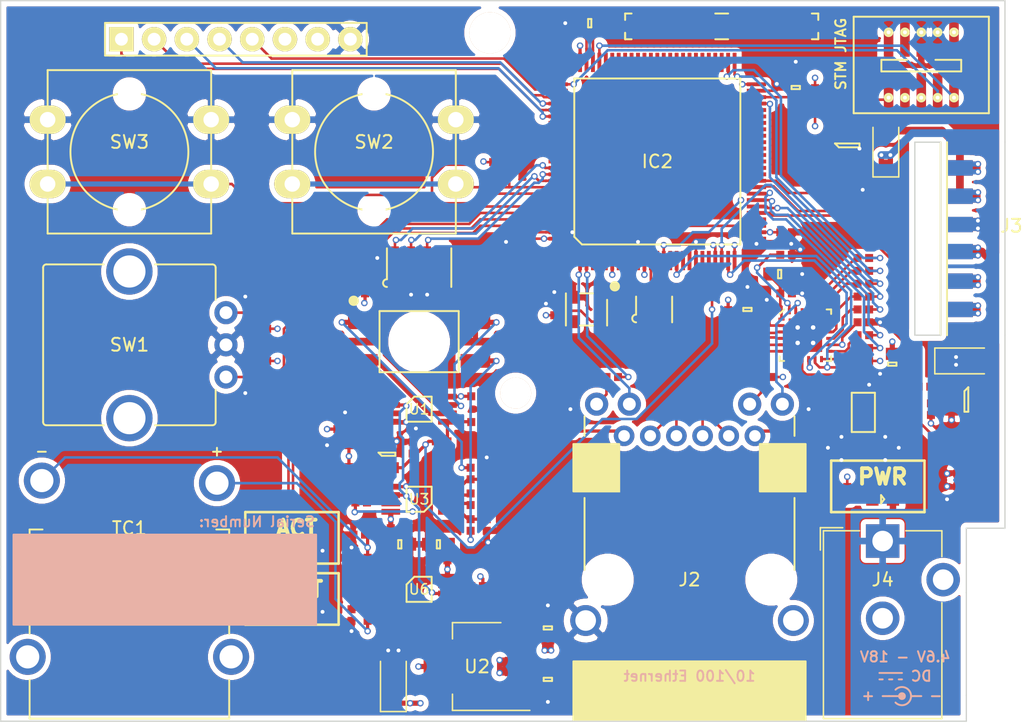
<source format=kicad_pcb>
(kicad_pcb (version 20171130) (host pcbnew "(5.1.5-0-10_14)")
  (title_block (date 2019-04-22) (rev rev.0) (comment 3 "Licensed under CERN OHL v1.2") (comment 4 "Richard Meadows 2019"))
  (layers (0 F.Cu signal) (1 In1.Cu power hide) (2 In2.Cu mixed) (31 B.Cu signal) (34 B.Paste user) (35 F.Paste user) (36 B.SilkS user) (37 F.SilkS user) (38 B.Mask user) (39 F.Mask user) (44 Edge.Cuts user))
  (net 0 "")
  (net 1 GND)
  (net 2 3v3)
  (net 3 /PWR_MON)
  (net 4 /ROT_A)
  (net 5 /ROT_B)
  (net 6 /VC1)
  (net 7 /VC2)
  (net 8 /PHY_VDDA)
  (net 9 /PHY_VDD_1V2)
  (net 10 /TCT)
  (net 11 /RCT)
  (net 12 "Net-(D1-Pad2)")
  (net 13 "Net-(D2-Pad2)")
  (net 14 "Net-(D3-Pad2)")
  (net 15 /LFTCXO)
  (net 16 /~RESET)
  (net 17 /PHY_MDC)
  (net 18 /RMII_REF_CLK)
  (net 19 /PHY_MDIO)
  (net 20 /RMII_CRS_DV)
  (net 21 /RMII_RXD0)
  (net 22 /RMII_RXD1)
  (net 23 /RMII_TX_EN)
  (net 24 /RMII_TXD0)
  (net 25 /RMII_TXD1)
  (net 26 /SWDIO)
  (net 27 /SWCLK)
  (net 28 /RX-)
  (net 29 /RX+)
  (net 30 /TX-)
  (net 31 /TX+)
  (net 32 /PHY_REXT)
  (net 33 /LED0)
  (net 34 "Net-(J2-PadL4)")
  (net 35 /LEDY_A)
  (net 36 "Net-(P1-Pad7)")
  (net 37 "Net-(P1-Pad8)")
  (net 38 "Net-(P1-Pad6)")
  (net 39 /V-)
  (net 40 /V+)
  (net 41 /I_SENS)
  (net 42 /32)
  (net 43 /SW_1)
  (net 44 /SW_2)
  (net 45 /Is_100µA)
  (net 46 /InA_P_V-)
  (net 47 VDDA)
  (net 48 /InA_P_V+)
  (net 49 /VREF_2_5V)
  (net 50 /STM_VDDA)
  (net 51 /V_PSENSE)
  (net 52 /InA_T_V-)
  (net 53 /InA_T_V+)
  (net 54 "Net-(C35-Pad1)")
  (net 55 /V_TSENSE)
  (net 56 /PRESSURE_~CS~)
  (net 57 /1_25V)
  (net 58 "Net-(R2-Pad2)")
  (net 59 /PRg1)
  (net 60 /PRg2)
  (net 61 /0_68V)
  (net 62 "Net-(R14-Pad1)")
  (net 63 "Net-(R16-Pad2)")
  (net 64 /VALVE_B)
  (net 65 /MOTOR_G)
  (net 66 /Th-)
  (net 67 /TRG1)
  (net 68 /TRg2)
  (net 69 /REF_1_25V)
  (net 70 /_RXD1)
  (net 71 /_RXD0)
  (net 72 /_CRS_DV)
  (net 73 /_REF_CLK)
  (net 74 /_TXEN)
  (net 75 /_TXD0)
  (net 76 /_TXD1)
  (net 77 /PHY_~RST~)
  (net 78 /OLED_MOSI)
  (net 79 /OLED_SCLK)
  (net 80 /OLED_~CS~)
  (net 81 /ETH_LED1)
  (net 82 /COM+)
  (net 83 /BATTERY-)
  (net 84 /ETH_LED2)
  (net 85 /PHY_X_P)
  (net 86 /PHY_X_N)
  (net 87 /X_P)
  (net 88 /X_N)
  (net 89 /VALVE)
  (net 90 /MOTOR)
  (net 91 /OLED_~RESET~)
  (net 92 /OLED_DC)
  (net 93 /PRESSURE_SCLK)
  (net 94 /PRESSURE_MISO)
  (net 95 /PRESSURE_MOSI)
  (net 96 /SUPPLY-)
  (net 97 /LED_1)
  (net 98 /LED_2)
  (net 99 /VALVE_IO)
  (net 100 /MOTOR_IO)
  (net 101 /Th+)
  (net 102 /V_T)
  (net 103 /V_P)
  (module rem:Omron_Playbook_Footprint (layer F.Cu) (at 195 118.5)
    (fp_text reference J3 (at 5.5 -1) (layer F.SilkS))
    (fp_text value "Side PCB")
    (pad 6 smd rect (at 1.5 5.5) (size 2 1.2) (layers B.Cu B.Mask) (net 83 /BATTERY-))
    (pad 5 smd rect (at 1.5 3.3) (size 2 1.2) (layers B.Cu B.Mask) (net 83 /BATTERY-))
    (pad 4 smd rect (at 1.5 1) (size 2 1.2) (layers B.Cu B.Mask) (net 89 /VALVE))
    (pad 3 smd rect (at 1.5 -1.1) (size 2 1.2) (layers B.Cu B.Mask) (net 82 /COM+))
    (pad 2 smd rect (at 1.5 -3.3) (size 2 1.2) (layers B.Cu B.Mask) (net 90 /MOTOR))
    (pad 1 smd rect (at 1.5 -5.5) (size 2 1.2) (layers B.Cu B.Mask) (net 90 /MOTOR))
    (pad 1 smd rect (at 1.5 -5.5) (size 2 1.2) (layers F.Cu F.Mask) (net 90 /MOTOR))
    (pad 2 smd rect (at 1.5 -3.3) (size 2 1.2) (layers F.Cu F.Mask) (net 90 /MOTOR))
    (pad 6 smd rect (at 1.5 5.5) (size 2 1.2) (layers F.Cu F.Mask) (net 83 /BATTERY-))
    (pad 5 smd rect (at 1.5 3.3) (size 2 1.2) (layers F.Cu F.Mask) (net 83 /BATTERY-))
    (pad 3 smd rect (at 1.5 -1.1) (size 2 1.2) (layers F.Cu F.Mask) (net 82 /COM+))
    (pad 4 smd rect (at 1.5 1) (size 2 1.2) (layers F.Cu F.Mask) (net 89 /VALVE))
  )
  (module agg:XTAL-25x20 (layer F.Cu) (at 172.75 124 90)
    (fp_text reference Y3)
    (fp_text value SMD_XTAL)
    (pad 4 smd rect (at 0.8 -0.85 90) (size 1 0.8) (layers F.Cu F.Paste F.Mask))
    (pad 3 smd rect (at 0.8 0.85 90) (size 1 0.8) (layers F.Cu F.Paste F.Mask) (net 88 /X_N))
    (pad 2 smd rect (at -0.8 0.85 90) (size 1 0.8) (layers F.Cu F.Paste F.Mask))
    (pad 1 smd rect (at -0.8 -0.85 90) (size 1 0.8) (layers F.Cu F.Paste F.Mask) (net 87 /X_P))
  )
  (module agg:0402 (layer F.Cu) (at 165 124 90)
    (fp_text reference C19)
    (fp_text value 100nF)
    (pad 1 smd rect (at -0.45 0 90) (size 0.62 0.62) (layers F.Cu F.Paste F.Mask) (net 2 3v3))
    (pad 2 smd rect (at 0.45 0 90) (size 0.62 0.62) (layers F.Cu F.Paste F.Mask) (net 1 GND))
  )
  (module rem:PCC-SMP (layer F.Cu) (at 132 151 180)
    (fp_text reference TC1 (at 0 10 180) (layer F.SilkS))
    (fp_text value "K Type")
    (pad "" thru_hole circle (at -7.9 0 180) (size 2.8 2.8) (drill 1.8) (layers *.Cu *.Mask))
    (pad "" thru_hole circle (at 7.9 0 180) (size 2.8 2.8) (drill 1.8) (layers *.Cu *.Mask))
    (pad 2 thru_hole circle (at 6.8 13.7 180) (size 2.8 2.8) (drill 1.8) (layers *.Cu *.Mask) (net 66 /Th-))
    (pad 1 thru_hole circle (at -6.8 13.5 180) (size 2.8 2.8) (drill 1.8) (layers *.Cu *.Mask) (net 101 /Th+))
  )
  (module Diode_SMD:D_SOD-123 (layer F.Cu) (at 152.5 153 90)
    (fp_text reference D4 hide)
    (fp_text value RB160MM-60TR)
    (pad 1 smd rect (at -1.65 0 90) (size 0.9 1.2) (layers F.Cu F.Paste F.Mask) (net 96 /SUPPLY-))
    (pad 2 smd rect (at 1.65 0 90) (size 0.9 1.2) (layers F.Cu F.Paste F.Mask) (net 1 GND))
  )
  (module rem:08B0-1X1T-06-F (layer F.Cu) (at 175.5 145 180)
    (fp_text reference J2 (at 0 0 180) (layer F.SilkS))
    (fp_text value 08B0-1X1T-06-F)
    (pad "" np_thru_hole circle (at -6.35 0 180) (size 3.25 3.25) (drill 3.25) (layers *.Cu *.Mask))
    (pad "" np_thru_hole circle (at 6.35 0 180) (size 3.25 3.25) (drill 3.25) (layers *.Cu *.Mask))
    (pad R4 thru_hole circle (at 1.016 11.176 180) (size 1.6 1.6) (drill 0.9) (layers *.Cu *.Mask) (net 29 /RX+))
    (pad R3 thru_hole circle (at -1.016 11.176 180) (size 1.6 1.6) (drill 0.9) (layers *.Cu *.Mask) (net 30 /TX-))
    (pad R2 thru_hole circle (at -3.048 11.176 180) (size 1.6 1.6) (drill 0.9) (layers *.Cu *.Mask) (net 31 /TX+))
    (pad R1 thru_hole circle (at -5.08 11.176 180) (size 1.6 1.6) (drill 0.9) (layers *.Cu *.Mask) (net 10 /TCT))
    (pad R5 thru_hole circle (at 3.048 11.176 180) (size 1.6 1.6) (drill 0.9) (layers *.Cu *.Mask) (net 28 /RX-))
    (pad R6 thru_hole circle (at 5.08 11.176 180) (size 1.6 1.6) (drill 0.9) (layers *.Cu *.Mask) (net 11 /RCT))
    (pad R8 thru_hole circle (at 8.0645 -3.175 180) (size 2.4 2.4) (drill 1.6) (layers *.Cu *.Mask) (net 1 GND))
    (pad R7 thru_hole circle (at -8.0645 -3.175 180) (size 2.4 2.4) (drill 1.6) (layers *.Cu *.Mask))
    (pad L3 thru_hole circle (at 4.6736 13.64 180) (size 1.8 1.8) (drill 1) (layers *.Cu *.Mask) (net 81 /ETH_LED1))
    (pad L4 thru_hole circle (at 7.2136 13.64 180) (size 1.8 1.8) (drill 1) (layers *.Cu *.Mask) (net 34 "Net-(J2-PadL4)"))
    (pad L2 thru_hole circle (at -4.6736 13.64 180) (size 1.8 1.8) (drill 1) (layers *.Cu *.Mask) (net 35 /LEDY_A))
    (pad L1 thru_hole circle (at -7.2136 13.64 180) (size 1.8 1.8) (drill 1) (layers *.Cu *.Mask) (net 33 /LED0))
  )
  (module agg:0402 (layer F.Cu) (at 159.75 140.75 90)
    (fp_text reference C1)
    (fp_text value "1nF 5%")
    (pad 1 smd rect (at -0.45 0 90) (size 0.62 0.62) (layers F.Cu F.Paste F.Mask) (net 1 GND))
    (pad 2 smd rect (at 0.45 0 90) (size 0.62 0.62) (layers F.Cu F.Paste F.Mask) (net 46 /InA_P_V-))
  )
  (module agg:0402 (layer F.Cu) (at 159 130.75)
    (fp_text reference C2)
    (fp_text value 100nF)
    (pad 1 smd rect (at -0.45 0) (size 0.62 0.62) (layers F.Cu F.Paste F.Mask) (net 47 VDDA))
    (pad 2 smd rect (at 0.45 0) (size 0.62 0.62) (layers F.Cu F.Paste F.Mask) (net 1 GND))
  )
  (module agg:0402 (layer F.Cu) (at 148.6 134.55 180)
    (fp_text reference C3)
    (fp_text value 1µF)
    (pad 2 smd rect (at 0.45 0 180) (size 0.62 0.62) (layers F.Cu F.Paste F.Mask) (net 1 GND))
    (pad 1 smd rect (at -0.45 0 180) (size 0.62 0.62) (layers F.Cu F.Paste F.Mask) (net 47 VDDA))
  )
  (module agg:0402 (layer F.Cu) (at 152.75 141)
    (fp_text reference C4)
    (fp_text value 100nF)
    (pad 1 smd rect (at -0.45 0) (size 0.62 0.62) (layers F.Cu F.Paste F.Mask) (net 47 VDDA))
    (pad 2 smd rect (at 0.45 0) (size 0.62 0.62) (layers F.Cu F.Paste F.Mask) (net 1 GND))
  )
  (module agg:0603 (layer F.Cu) (at 153 142.25)
    (fp_text reference C5)
    (fp_text value 2.2µF)
    (pad 2 smd rect (at 0.8 0) (size 0.95 1) (layers F.Cu F.Paste F.Mask) (net 1 GND))
    (pad 1 smd rect (at -0.8 0) (size 0.95 1) (layers F.Cu F.Paste F.Mask) (net 47 VDDA))
  )
  (module agg:0402 (layer F.Cu) (at 159.75 138.75 90)
    (fp_text reference C6)
    (fp_text value 10nF)
    (pad 1 smd rect (at -0.45 0 90) (size 0.62 0.62) (layers F.Cu F.Paste F.Mask) (net 46 /InA_P_V-))
    (pad 2 smd rect (at 0.45 0 90) (size 0.62 0.62) (layers F.Cu F.Paste F.Mask) (net 48 /InA_P_V+))
  )
  (module agg:0603 (layer F.Cu) (at 164.5 148.75 90)
    (fp_text reference C7)
    (fp_text value 10µF)
    (pad 1 smd rect (at -0.8 0 90) (size 0.95 1) (layers F.Cu F.Paste F.Mask) (net 82 /COM+))
    (pad 2 smd rect (at 0.8 0 90) (size 0.95 1) (layers F.Cu F.Paste F.Mask) (net 1 GND))
  )
  (module agg:0603 (layer F.Cu) (at 164.5 152.75 270)
    (fp_text reference C8)
    (fp_text value 10µF)
    (pad 1 smd rect (at -0.8 0 270) (size 0.95 1) (layers F.Cu F.Paste F.Mask) (net 2 3v3))
    (pad 2 smd rect (at 0.8 0 270) (size 0.95 1) (layers F.Cu F.Paste F.Mask) (net 1 GND))
  )
  (module agg:0402 (layer F.Cu) (at 154 134.75 90)
    (fp_text reference C9)
    (fp_text value 1µF)
    (pad 1 smd rect (at -0.45 0 90) (size 0.62 0.62) (layers F.Cu F.Paste F.Mask) (net 49 /VREF_2_5V))
    (pad 2 smd rect (at 0.45 0 90) (size 0.62 0.62) (layers F.Cu F.Paste F.Mask) (net 1 GND))
  )
  (module agg:0402 (layer F.Cu) (at 196.75 136.75 180)
    (fp_text reference C10)
    (fp_text value 100nF)
    (pad 1 smd rect (at -0.45 0 180) (size 0.62 0.62) (layers F.Cu F.Paste F.Mask) (net 3 /PWR_MON))
    (pad 2 smd rect (at 0.45 0 180) (size 0.62 0.62) (layers F.Cu F.Paste F.Mask) (net 1 GND))
  )
  (module agg:0402 (layer F.Cu) (at 159.75 136.75 90)
    (fp_text reference C11)
    (fp_text value "1nF 5%")
    (pad 2 smd rect (at 0.45 0 90) (size 0.62 0.62) (layers F.Cu F.Paste F.Mask) (net 1 GND))
    (pad 1 smd rect (at -0.45 0 90) (size 0.62 0.62) (layers F.Cu F.Paste F.Mask) (net 48 /InA_P_V+))
  )
  (module agg:0402 (layer F.Cu) (at 142.25 130.5)
    (fp_text reference C12)
    (fp_text value 10nF)
    (pad 1 smd rect (at -0.45 0) (size 0.62 0.62) (layers F.Cu F.Paste F.Mask) (net 1 GND))
    (pad 2 smd rect (at 0.45 0) (size 0.62 0.62) (layers F.Cu F.Paste F.Mask) (net 4 /ROT_A))
  )
  (module agg:0402 (layer F.Cu) (at 142.25 123 180)
    (fp_text reference C13)
    (fp_text value 10nF)
    (pad 2 smd rect (at 0.45 0 180) (size 0.62 0.62) (layers F.Cu F.Paste F.Mask) (net 1 GND))
    (pad 1 smd rect (at -0.45 0 180) (size 0.62 0.62) (layers F.Cu F.Paste F.Mask) (net 5 /ROT_B))
  )
  (module agg:0402 (layer F.Cu) (at 176.25 122.5 270)
    (fp_text reference C14)
    (fp_text value 100nF)
    (pad 1 smd rect (at -0.45 0 270) (size 0.62 0.62) (layers F.Cu F.Paste F.Mask) (net 50 /STM_VDDA))
    (pad 2 smd rect (at 0.45 0 270) (size 0.62 0.62) (layers F.Cu F.Paste F.Mask) (net 1 GND))
  )
  (module agg:0402 (layer F.Cu) (at 183 118)
    (fp_text reference C15)
    (fp_text value 100nF)
    (pad 2 smd rect (at 0.45 0) (size 0.62 0.62) (layers F.Cu F.Paste F.Mask) (net 1 GND))
    (pad 1 smd rect (at -0.45 0) (size 0.62 0.62) (layers F.Cu F.Paste F.Mask) (net 2 3v3))
  )
  (module agg:0603 (layer F.Cu) (at 183.75 106.75 270)
    (fp_text reference C17)
    (fp_text value 2.2µF)
    (pad 2 smd rect (at 0.8 0 270) (size 0.95 1) (layers F.Cu F.Paste F.Mask) (net 6 /VC1))
    (pad 1 smd rect (at -0.8 0 270) (size 0.95 1) (layers F.Cu F.Paste F.Mask) (net 1 GND))
  )
  (module agg:0402 (layer F.Cu) (at 190.25 134.75 180)
    (fp_text reference C26)
    (fp_text value 18pF)
    (pad 1 smd rect (at -0.45 0 180) (size 0.62 0.62) (layers F.Cu F.Paste F.Mask) (net 1 GND))
    (pad 2 smd rect (at 0.45 0 180) (size 0.62 0.62) (layers F.Cu F.Paste F.Mask) (net 85 /PHY_X_P))
  )
  (module agg:0402 (layer F.Cu) (at 187.75 134.75)
    (fp_text reference C27)
    (fp_text value 18pF)
    (pad 1 smd rect (at -0.45 0) (size 0.62 0.62) (layers F.Cu F.Paste F.Mask) (net 1 GND))
    (pad 2 smd rect (at 0.45 0) (size 0.62 0.62) (layers F.Cu F.Paste F.Mask) (net 86 /PHY_X_N))
  )
  (module agg:0402 (layer F.Cu) (at 184.75 133 90)
    (fp_text reference C28)
    (fp_text value 100nF)
    (pad 2 smd rect (at 0.45 0 90) (size 0.62 0.62) (layers F.Cu F.Paste F.Mask) (net 1 GND))
    (pad 1 smd rect (at -0.45 0 90) (size 0.62 0.62) (layers F.Cu F.Paste F.Mask) (net 10 /TCT))
  )
  (module agg:0603-LED (layer F.Cu) (at 190.5 138.75 180)
    (fp_text reference D1)
    (fp_text value LED-red)
    (pad 1 smd rect (at -0.8 0 180) (size 0.95 1) (layers F.Cu F.Paste F.Mask) (net 1 GND))
    (pad 2 smd rect (at 0.8 0 180) (size 0.95 1) (layers F.Cu F.Paste F.Mask) (net 12 "Net-(D1-Pad2)"))
  )
  (module agg:0603-LED (layer F.Cu) (at 145 142.75 180)
    (fp_text reference D2)
    (fp_text value LED-orange)
    (pad 1 smd rect (at -0.8 0 180) (size 0.95 1) (layers F.Cu F.Paste F.Mask) (net 1 GND))
    (pad 2 smd rect (at 0.8 0 180) (size 0.95 1) (layers F.Cu F.Paste F.Mask) (net 13 "Net-(D2-Pad2)"))
  )
  (module agg:0603-LED (layer F.Cu) (at 145 147.5 180)
    (fp_text reference D3)
    (fp_text value LED-blue)
    (pad 2 smd rect (at 0.8 0 180) (size 0.95 1) (layers F.Cu F.Paste F.Mask) (net 14 "Net-(D3-Pad2)"))
    (pad 1 smd rect (at -0.8 0 180) (size 0.95 1) (layers F.Cu F.Paste F.Mask) (net 1 GND))
  )
  (module agg:0402 (layer F.Cu) (at 177.25 122.5 270)
    (fp_text reference FB1)
    (fp_text value BLM15EG221SN)
    (pad 2 smd rect (at 0.45 0 270) (size 0.62 0.62) (layers F.Cu F.Paste F.Mask) (net 49 /VREF_2_5V))
    (pad 1 smd rect (at -0.45 0 270) (size 0.62 0.62) (layers F.Cu F.Paste F.Mask) (net 50 /STM_VDDA))
  )
  (module agg:SIL-254P-08 (layer F.Cu) (at 140.27 103)
    (fp_text reference J1)
    (fp_text value CONN_01x08)
    (pad 1 thru_hole rect (at -8.89 0) (size 1.9 1.9) (drill 1) (layers *.Cu *.Mask F.SilkS) (net 78 /OLED_MOSI))
    (pad 2 thru_hole circle (at -6.35 0) (size 1.9 1.9) (drill 1) (layers *.Cu *.Mask F.SilkS) (net 79 /OLED_SCLK))
    (pad 3 thru_hole circle (at -3.81 0) (size 1.9 1.9) (drill 1) (layers *.Cu *.Mask F.SilkS) (net 92 /OLED_DC))
    (pad 4 thru_hole circle (at -1.27 0) (size 1.9 1.9) (drill 1) (layers *.Cu *.Mask F.SilkS) (net 91 /OLED_~RESET~))
    (pad 5 thru_hole circle (at 1.27 0) (size 1.9 1.9) (drill 1) (layers *.Cu *.Mask F.SilkS) (net 80 /OLED_~CS~))
    (pad 6 thru_hole circle (at 3.81 0) (size 1.9 1.9) (drill 1) (layers *.Cu *.Mask F.SilkS) (net 2 3v3))
    (pad 7 thru_hole circle (at 6.35 0) (size 1.9 1.9) (drill 1) (layers *.Cu *.Mask F.SilkS) (net 2 3v3))
    (pad 8 thru_hole circle (at 8.89 0) (size 1.9 1.9) (drill 1) (layers *.Cu *.Mask F.SilkS) (net 1 GND))
  )
  (module rem:FTSH-105-01-L-DV-K-ANCHOR (layer F.Cu) (at 193.5 105 180)
    (fp_text reference P1)
    (fp_text value SWD)
    (pad 9 thru_hole circle (at 2.54 2.54 180) (size 0.74 0.74) (drill 0.3) (layers *.Cu *.Mask F.SilkS) (net 1 GND))
    (pad 7 thru_hole circle (at 1.27 2.54 180) (size 0.74 0.74) (drill 0.3) (layers *.Cu *.Mask F.SilkS) (net 36 "Net-(P1-Pad7)"))
    (pad 5 thru_hole circle (at 0 2.54 180) (size 0.74 0.74) (drill 0.3) (layers *.Cu *.Mask F.SilkS) (net 1 GND))
    (pad 3 thru_hole circle (at -1.27 2.54 180) (size 0.74 0.74) (drill 0.3) (layers *.Cu *.Mask F.SilkS) (net 1 GND))
    (pad 1 thru_hole circle (at -2.54 2.54 180) (size 0.74 0.74) (drill 0.3) (layers *.Cu *.Mask F.SilkS) (net 2 3v3))
    (pad 10 thru_hole circle (at 2.54 -2.54 180) (size 0.74 0.74) (drill 0.3) (layers *.Cu *.Mask F.SilkS) (net 16 /~RESET))
    (pad 8 thru_hole circle (at 1.27 -2.54 180) (size 0.74 0.74) (drill 0.3) (layers *.Cu *.Mask F.SilkS) (net 37 "Net-(P1-Pad8)"))
    (pad 6 thru_hole circle (at 0 -2.54 180) (size 0.74 0.74) (drill 0.3) (layers *.Cu *.Mask F.SilkS) (net 38 "Net-(P1-Pad6)"))
    (pad 4 thru_hole circle (at -1.27 -2.54 180) (size 0.74 0.74) (drill 0.3) (layers *.Cu *.Mask F.SilkS) (net 27 /SWCLK))
    (pad 1 smd rect (at -2.54 2.035 180) (size 0.74 2.79) (layers F.Cu F.Paste F.Mask) (net 2 3v3))
    (pad 2 smd rect (at -2.54 -2.035 180) (size 0.74 2.79) (layers F.Cu F.Paste F.Mask) (net 26 /SWDIO))
    (pad 3 smd rect (at -1.27 2.035 180) (size 0.74 2.79) (layers F.Cu F.Paste F.Mask) (net 1 GND))
    (pad 4 smd rect (at -1.27 -2.035 180) (size 0.74 2.79) (layers F.Cu F.Paste F.Mask) (net 27 /SWCLK))
    (pad 5 smd rect (at 0 2.035 180) (size 0.74 2.79) (layers F.Cu F.Paste F.Mask) (net 1 GND))
    (pad 6 smd rect (at 0 -2.035 180) (size 0.74 2.79) (layers F.Cu F.Paste F.Mask) (net 38 "Net-(P1-Pad6)"))
    (pad 7 smd rect (at 1.27 2.035 180) (size 0.74 2.79) (layers F.Cu F.Paste F.Mask) (net 36 "Net-(P1-Pad7)"))
    (pad 8 smd rect (at 1.27 -2.035 180) (size 0.74 2.79) (layers F.Cu F.Paste F.Mask) (net 37 "Net-(P1-Pad8)"))
    (pad 9 smd rect (at 2.54 2.035 180) (size 0.74 2.79) (layers F.Cu F.Paste F.Mask) (net 1 GND))
    (pad 10 smd rect (at 2.54 -2.035 180) (size 0.74 2.79) (layers F.Cu F.Paste F.Mask) (net 16 /~RESET))
    (pad 2 thru_hole circle (at -2.54 -2.54 180) (size 0.74 0.74) (drill 0.3) (layers *.Cu *.Mask F.SilkS) (net 26 /SWDIO))
  )
  (module agg:0402 (layer F.Cu) (at 150 132 180)
    (fp_text reference R1)
    (fp_text value "10kΩ 0.1%")
    (pad 1 smd rect (at -0.45 0 180) (size 0.62 0.62) (layers F.Cu F.Paste F.Mask) (net 57 /1_25V))
    (pad 2 smd rect (at 0.45 0 180) (size 0.62 0.62) (layers F.Cu F.Paste F.Mask) (net 1 GND))
  )
  (module agg:0402 (layer F.Cu) (at 149.5 136.25)
    (fp_text reference R2)
    (fp_text value 330Ω)
    (pad 2 smd rect (at 0.45 0) (size 0.62 0.62) (layers F.Cu F.Paste F.Mask) (net 58 "Net-(R2-Pad2)"))
    (pad 1 smd rect (at -0.45 0) (size 0.62 0.62) (layers F.Cu F.Paste F.Mask) (net 47 VDDA))
  )
  (module agg:0402 (layer F.Cu) (at 150.5 133.75 270)
    (fp_text reference R3)
    (fp_text value "10kΩ 0.1%")
    (pad 2 smd rect (at 0.45 0 270) (size 0.62 0.62) (layers F.Cu F.Paste F.Mask) (net 49 /VREF_2_5V))
    (pad 1 smd rect (at -0.45 0 270) (size 0.62 0.62) (layers F.Cu F.Paste F.Mask) (net 57 /1_25V))
  )
  (module agg:0402 (layer F.Cu) (at 158.5 140.75 90)
    (fp_text reference R4)
    (fp_text value "10kΩ 1%")
    (pad 2 smd rect (at 0.45 0 90) (size 0.62 0.62) (layers F.Cu F.Paste F.Mask) (net 46 /InA_P_V-))
    (pad 1 smd rect (at -0.45 0 90) (size 0.62 0.62) (layers F.Cu F.Paste F.Mask) (net 39 /V-))
  )
  (module agg:0402 (layer F.Cu) (at 196.75 138.75 180)
    (fp_text reference R5)
    (fp_text value 100kΩ)
    (pad 2 smd rect (at 0.45 0 180) (size 0.62 0.62) (layers F.Cu F.Paste F.Mask) (net 82 /COM+))
    (pad 1 smd rect (at -0.45 0 180) (size 0.62 0.62) (layers F.Cu F.Paste F.Mask) (net 3 /PWR_MON))
  )
  (module agg:0402 (layer F.Cu) (at 187.75 138.25 90)
    (fp_text reference R6)
    (fp_text value 1kΩ)
    (pad 2 smd rect (at 0.45 0 90) (size 0.62 0.62) (layers F.Cu F.Paste F.Mask) (net 2 3v3))
    (pad 1 smd rect (at -0.45 0 90) (size 0.62 0.62) (layers F.Cu F.Paste F.Mask) (net 12 "Net-(D1-Pad2)"))
  )
  (module agg:0402 (layer F.Cu) (at 158.5 138.75 90)
    (fp_text reference R7)
    (fp_text value 2.6kΩ)
    (pad 2 smd rect (at 0.45 0 90) (size 0.62 0.62) (layers F.Cu F.Paste F.Mask) (net 59 /PRg1))
    (pad 1 smd rect (at -0.45 0 90) (size 0.62 0.62) (layers F.Cu F.Paste F.Mask) (net 60 /PRg2))
  )
  (module agg:0402 (layer F.Cu) (at 150 139 180)
    (fp_text reference R8)
    (fp_text value 100Ω)
    (pad 1 smd rect (at -0.45 0 180) (size 0.62 0.62) (layers F.Cu F.Paste F.Mask) (net 103 /V_P))
    (pad 2 smd rect (at 0.45 0 180) (size 0.62 0.62) (layers F.Cu F.Paste F.Mask) (net 51 /V_PSENSE))
  )
  (module agg:0402 (layer F.Cu) (at 156.25 134.25)
    (fp_text reference R9)
    (fp_text value "27kΩ 1%")
    (pad 1 smd rect (at -0.45 0) (size 0.62 0.62) (layers F.Cu F.Paste F.Mask) (net 49 /VREF_2_5V))
    (pad 2 smd rect (at 0.45 0) (size 0.62 0.62) (layers F.Cu F.Paste F.Mask) (net 61 /0_68V))
  )
  (module agg:0402 (layer F.Cu) (at 158.5 136.75 270)
    (fp_text reference R10)
    (fp_text value "10kΩ 1%")
    (pad 2 smd rect (at 0.45 0 270) (size 0.62 0.62) (layers F.Cu F.Paste F.Mask) (net 48 /InA_P_V+))
    (pad 1 smd rect (at -0.45 0 270) (size 0.62 0.62) (layers F.Cu F.Paste F.Mask) (net 40 /V+))
  )
  (module agg:0402 (layer F.Cu) (at 159 132.75)
    (fp_text reference R11)
    (fp_text value "10kΩ 0.1%")
    (pad 2 smd rect (at 0.45 0) (size 0.62 0.62) (layers F.Cu F.Paste F.Mask) (net 1 GND))
    (pad 1 smd rect (at -0.45 0) (size 0.62 0.62) (layers F.Cu F.Paste F.Mask) (net 61 /0_68V))
  )
  (module agg:0402 (layer F.Cu) (at 196.75 137.75)
    (fp_text reference R12)
    (fp_text value "10kΩ 1%")
    (pad 1 smd rect (at -0.45 0) (size 0.62 0.62) (layers F.Cu F.Paste F.Mask) (net 1 GND))
    (pad 2 smd rect (at 0.45 0) (size 0.62 0.62) (layers F.Cu F.Paste F.Mask) (net 3 /PWR_MON))
  )
  (module agg:0402 (layer F.Cu) (at 147.05 128)
    (fp_text reference R13)
    (fp_text value "6.8kΩ 1%")
    (pad 2 smd rect (at 0.45 0) (size 0.62 0.62) (layers F.Cu F.Paste F.Mask) (net 41 /I_SENS))
    (pad 1 smd rect (at -0.45 0) (size 0.62 0.62) (layers F.Cu F.Paste F.Mask) (net 1 GND))
  )
  (module agg:0402 (layer F.Cu) (at 142.25 129.25)
    (fp_text reference R14)
    (fp_text value 10kΩ)
    (pad 1 smd rect (at -0.45 0) (size 0.62 0.62) (layers F.Cu F.Paste F.Mask) (net 62 "Net-(R14-Pad1)"))
    (pad 2 smd rect (at 0.45 0) (size 0.62 0.62) (layers F.Cu F.Paste F.Mask) (net 4 /ROT_A))
  )
  (module agg:0402 (layer F.Cu) (at 142.25 128 180)
    (fp_text reference R15)
    (fp_text value 10kΩ)
    (pad 2 smd rect (at 0.45 0 180) (size 0.62 0.62) (layers F.Cu F.Paste F.Mask) (net 62 "Net-(R14-Pad1)"))
    (pad 1 smd rect (at -0.45 0 180) (size 0.62 0.62) (layers F.Cu F.Paste F.Mask) (net 2 3v3))
  )
  (module agg:0402 (layer F.Cu) (at 142.25 125.5 180)
    (fp_text reference R16)
    (fp_text value 10kΩ)
    (pad 1 smd rect (at -0.45 0 180) (size 0.62 0.62) (layers F.Cu F.Paste F.Mask) (net 2 3v3))
    (pad 2 smd rect (at 0.45 0 180) (size 0.62 0.62) (layers F.Cu F.Paste F.Mask) (net 63 "Net-(R16-Pad2)"))
  )
  (module agg:0402 (layer F.Cu) (at 142.25 124.25)
    (fp_text reference R17)
    (fp_text value 10kΩ)
    (pad 2 smd rect (at 0.45 0) (size 0.62 0.62) (layers F.Cu F.Paste F.Mask) (net 5 /ROT_B))
    (pad 1 smd rect (at -0.45 0) (size 0.62 0.62) (layers F.Cu F.Paste F.Mask) (net 63 "Net-(R16-Pad2)"))
  )
  (module agg:0402 (layer F.Cu) (at 170.5 122.5 270)
    (fp_text reference R18)
    (fp_text value 10kΩ)
    (pad 1 smd rect (at -0.45 0 270) (size 0.62 0.62) (layers F.Cu F.Paste F.Mask) (net 15 /LFTCXO))
    (pad 2 smd rect (at 0.45 0 270) (size 0.62 0.62) (layers F.Cu F.Paste F.Mask) (net 42 /32))
  )
  (module agg:0402 (layer F.Cu) (at 161.5 113 90)
    (fp_text reference R19)
    (fp_text value 10kΩ)
    (pad 1 smd rect (at -0.45 0 90) (size 0.62 0.62) (layers F.Cu F.Paste F.Mask) (net 43 /SW_1))
    (pad 2 smd rect (at 0.45 0 90) (size 0.62 0.62) (layers F.Cu F.Paste F.Mask) (net 2 3v3))
  )
  (module agg:0402 (layer F.Cu) (at 160.25 113 90)
    (fp_text reference R20)
    (fp_text value 10kΩ)
    (pad 2 smd rect (at 0.45 0 90) (size 0.62 0.62) (layers F.Cu F.Paste F.Mask) (net 2 3v3))
    (pad 1 smd rect (at -0.45 0 90) (size 0.62 0.62) (layers F.Cu F.Paste F.Mask) (net 44 /SW_2))
  )
  (module agg:0402 (layer F.Cu) (at 189 127 180)
    (fp_text reference R21)
    (fp_text value 22Ω)
    (pad 1 smd rect (at -0.45 0 180) (size 0.62 0.62) (layers F.Cu F.Paste F.Mask) (net 22 /RMII_RXD1))
    (pad 2 smd rect (at 0.45 0 180) (size 0.62 0.62) (layers F.Cu F.Paste F.Mask) (net 70 /_RXD1))
  )
  (module agg:0402 (layer F.Cu) (at 189 126 180)
    (fp_text reference R22)
    (fp_text value 22Ω)
    (pad 2 smd rect (at 0.45 0 180) (size 0.62 0.62) (layers F.Cu F.Paste F.Mask) (net 71 /_RXD0))
    (pad 1 smd rect (at -0.45 0 180) (size 0.62 0.62) (layers F.Cu F.Paste F.Mask) (net 21 /RMII_RXD0))
  )
  (module agg:0402 (layer F.Cu) (at 185.25 107.25 270)
    (fp_text reference R23)
    (fp_text value 10kΩ)
    (pad 1 smd rect (at -0.45 0 270) (size 0.62 0.62) (layers F.Cu F.Paste F.Mask) (net 2 3v3))
    (pad 2 smd rect (at 0.45 0 270) (size 0.62 0.62) (layers F.Cu F.Paste F.Mask) (net 16 /~RESET))
  )
  (module agg:0402 (layer F.Cu) (at 189 124 180)
    (fp_text reference R24)
    (fp_text value 22Ω)
    (pad 2 smd rect (at 0.45 0 180) (size 0.62 0.62) (layers F.Cu F.Paste F.Mask) (net 72 /_CRS_DV))
    (pad 1 smd rect (at -0.45 0 180) (size 0.62 0.62) (layers F.Cu F.Paste F.Mask) (net 20 /RMII_CRS_DV))
  )
  (module agg:0402 (layer F.Cu) (at 189 123 180)
    (fp_text reference R25)
    (fp_text value 22Ω)
    (pad 1 smd rect (at -0.45 0 180) (size 0.62 0.62) (layers F.Cu F.Paste F.Mask) (net 18 /RMII_REF_CLK))
    (pad 2 smd rect (at 0.45 0 180) (size 0.62 0.62) (layers F.Cu F.Paste F.Mask) (net 73 /_REF_CLK))
  )
  (module agg:0402 (layer F.Cu) (at 189 122 180)
    (fp_text reference R26)
    (fp_text value 22Ω)
    (pad 2 smd rect (at 0.45 0 180) (size 0.62 0.62) (layers F.Cu F.Paste F.Mask) (net 74 /_TXEN))
    (pad 1 smd rect (at -0.45 0 180) (size 0.62 0.62) (layers F.Cu F.Paste F.Mask) (net 23 /RMII_TX_EN))
  )
  (module agg:0402 (layer F.Cu) (at 189 121 180)
    (fp_text reference R27)
    (fp_text value 22Ω)
    (pad 1 smd rect (at -0.45 0 180) (size 0.62 0.62) (layers F.Cu F.Paste F.Mask) (net 24 /RMII_TXD0))
    (pad 2 smd rect (at 0.45 0 180) (size 0.62 0.62) (layers F.Cu F.Paste F.Mask) (net 75 /_TXD0))
  )
  (module agg:0402 (layer F.Cu) (at 189 120 180)
    (fp_text reference R28)
    (fp_text value 22Ω)
    (pad 1 smd rect (at -0.45 0 180) (size 0.62 0.62) (layers F.Cu F.Paste F.Mask) (net 25 /RMII_TXD1))
    (pad 2 smd rect (at 0.45 0 180) (size 0.62 0.62) (layers F.Cu F.Paste F.Mask) (net 76 /_TXD1))
  )
  (module agg:0402 (layer F.Cu) (at 189 128 180)
    (fp_text reference R29)
    (fp_text value 1kΩ)
    (pad 1 smd rect (at -0.45 0 180) (size 0.62 0.62) (layers F.Cu F.Paste F.Mask) (net 2 3v3))
    (pad 2 smd rect (at 0.45 0 180) (size 0.62 0.62) (layers F.Cu F.Paste F.Mask) (net 17 /PHY_MDC))
  )
  (module agg:0402 (layer F.Cu) (at 189 129 180)
    (fp_text reference R30)
    (fp_text value 6k49Ω)
    (pad 2 smd rect (at 0.45 0 180) (size 0.62 0.62) (layers F.Cu F.Paste F.Mask) (net 32 /PHY_REXT))
    (pad 1 smd rect (at -0.45 0 180) (size 0.62 0.62) (layers F.Cu F.Paste F.Mask) (net 1 GND))
  )
  (module agg:0402 (layer F.Cu) (at 181.5 129.25 180)
    (fp_text reference R31)
    (fp_text value 330Ω)
    (pad 1 smd rect (at -0.45 0 180) (size 0.62 0.62) (layers F.Cu F.Paste F.Mask) (net 2 3v3))
    (pad 2 smd rect (at 0.45 0 180) (size 0.62 0.62) (layers F.Cu F.Paste F.Mask) (net 35 /LEDY_A))
  )
  (module agg:0402 (layer F.Cu) (at 142.25 142.25 90)
    (fp_text reference R32)
    (fp_text value 1kΩ)
    (pad 2 smd rect (at 0.45 0 90) (size 0.62 0.62) (layers F.Cu F.Paste F.Mask) (net 97 /LED_1))
    (pad 1 smd rect (at -0.45 0 90) (size 0.62 0.62) (layers F.Cu F.Paste F.Mask) (net 13 "Net-(D2-Pad2)"))
  )
  (module agg:0402 (layer F.Cu) (at 142.25 147 90)
    (fp_text reference R33)
    (fp_text value 1kΩ)
    (pad 2 smd rect (at 0.45 0 90) (size 0.62 0.62) (layers F.Cu F.Paste F.Mask) (net 98 /LED_2))
    (pad 1 smd rect (at -0.45 0 90) (size 0.62 0.62) (layers F.Cu F.Paste F.Mask) (net 14 "Net-(D3-Pad2)"))
  )
  (module rem:PEC11R-4xxxF-Nxxxx (layer F.Cu) (at 132 126.75 90)
    (fp_text reference SW1 (at 0 0 unlocked) (layer F.SilkS))
    (fp_text value Rotary_Encoder)
    (pad "" thru_hole circle (at 5.7 0 90) (size 3.6 3.6) (drill 2.5) (layers *.Cu *.Mask))
    (pad "" thru_hole circle (at -5.7 0 90) (size 3.6 3.6) (drill 2.5) (layers *.Cu *.Mask))
    (pad C thru_hole circle (at 0 7.5 90) (size 1.8 1.8) (drill 1) (layers *.Cu *.Mask) (net 1 GND))
    (pad B thru_hole circle (at 2.5 7.5 90) (size 1.8 1.8) (drill 1) (layers *.Cu *.Mask) (net 63 "Net-(R16-Pad2)"))
    (pad A thru_hole circle (at -2.5 7.5 90) (size 1.8 1.8) (drill 1) (layers *.Cu *.Mask) (net 62 "Net-(R14-Pad1)"))
  )
  (module rem:SW_PUSH-12mm-OMRON_4xxx_5xxx (layer F.Cu) (at 151 111.75)
    (fp_text reference SW2 (at 0 -0.762) (layer F.SilkS))
    (fp_text value SWITCH_DPST)
    (pad "" np_thru_hole circle (at 0 -4.5) (size 1.8 1.8) (drill 1.8) (layers *.Cu *.Mask))
    (pad 2 thru_hole oval (at -6.35 2.5) (size 2.8 2.2) (drill 1.2) (layers *.Cu *.Mask F.SilkS) (net 43 /SW_1))
    (pad 1 thru_hole oval (at -6.35 -2.5) (size 2.8 2.2) (drill 1.2) (layers *.Cu *.Mask F.SilkS) (net 1 GND))
    (pad 2 thru_hole oval (at 6.35 2.5) (size 2.8 2.2) (drill 1.2) (layers *.Cu *.Mask F.SilkS) (net 43 /SW_1))
    (pad 1 thru_hole oval (at 6.35 -2.5) (size 2.8 2.2) (drill 1.2) (layers *.Cu *.Mask F.SilkS) (net 1 GND))
    (pad "" np_thru_hole circle (at 0 4.5) (size 1.8 1.8) (drill 1.8) (layers *.Cu *.Mask))
  )
  (module rem:SW_PUSH-12mm-OMRON_4xxx_5xxx (layer F.Cu) (at 132 111.75)
    (fp_text reference SW3 (at 0 -0.762) (layer F.SilkS))
    (fp_text value SWITCH_DPST)
    (pad "" np_thru_hole circle (at 0 4.5) (size 1.8 1.8) (drill 1.8) (layers *.Cu *.Mask))
    (pad 1 thru_hole oval (at 6.35 -2.5) (size 2.8 2.2) (drill 1.2) (layers *.Cu *.Mask F.SilkS) (net 1 GND))
    (pad 2 thru_hole oval (at 6.35 2.5) (size 2.8 2.2) (drill 1.2) (layers *.Cu *.Mask F.SilkS) (net 44 /SW_2))
    (pad 1 thru_hole oval (at -6.35 -2.5) (size 2.8 2.2) (drill 1.2) (layers *.Cu *.Mask F.SilkS) (net 1 GND))
    (pad 2 thru_hole oval (at -6.35 2.5) (size 2.8 2.2) (drill 1.2) (layers *.Cu *.Mask F.SilkS) (net 44 /SW_2))
    (pad "" np_thru_hole circle (at 0 -4.5) (size 1.8 1.8) (drill 1.8) (layers *.Cu *.Mask))
  )
  (module agg:MSOP-8 (layer F.Cu) (at 154.5 131.75)
    (fp_text reference U1 (at 0 0) (layer F.SilkS) (effects (font (size 0.8 0.8) (thickness 0.12))))
    (fp_text value LTC2064IMS8)
    (pad 8 smd rect (at 2.2 -0.975) (size 1.45 0.45) (layers F.Cu F.Paste F.Mask) (net 47 VDDA))
    (pad 7 smd rect (at 2.2 -0.325) (size 1.45 0.45) (layers F.Cu F.Paste F.Mask) (net 45 /Is_100µA))
    (pad 6 smd rect (at 2.2 0.325) (size 1.45 0.45) (layers F.Cu F.Paste F.Mask) (net 41 /I_SENS))
    (pad 5 smd rect (at 2.2 0.975) (size 1.45 0.45) (layers F.Cu F.Paste F.Mask) (net 61 /0_68V))
    (pad 4 smd rect (at -2.2 0.975) (size 1.45 0.45) (layers F.Cu F.Paste F.Mask) (net 1 GND))
    (pad 3 smd rect (at -2.2 0.325) (size 1.45 0.45) (layers F.Cu F.Paste F.Mask) (net 57 /1_25V))
    (pad 2 smd rect (at -2.2 -0.325) (size 1.45 0.45) (layers F.Cu F.Paste F.Mask) (net 69 /REF_1_25V))
    (pad 1 smd rect (at -2.2 -0.975) (size 1.45 0.45) (layers F.Cu F.Paste F.Mask) (net 69 /REF_1_25V))
  )
  (module Package_TO_SOT_SMD:SOT-223-3_TabPin2 (layer F.Cu) (at 159 151.75 180)
    (fp_text reference U2 (at 0 0 180) (layer F.SilkS))
    (fp_text value NCP1117-3.3_SOT223)
    (pad 2 smd rect (at 3.15 0 180) (size 2 3.8) (layers F.Cu F.Paste F.Mask) (net 2 3v3))
    (pad 2 smd rect (at -3.15 0 180) (size 2 1.5) (layers F.Cu F.Paste F.Mask) (net 2 3v3))
    (pad 3 smd rect (at -3.15 2.3 180) (size 2 1.5) (layers F.Cu F.Paste F.Mask) (net 82 /COM+))
    (pad 1 smd rect (at -3.15 -2.3 180) (size 2 1.5) (layers F.Cu F.Paste F.Mask) (net 1 GND))
  )
  (module agg:MSOP-8 (layer F.Cu) (at 154.5 138.75 180)
    (fp_text reference U3 (at 0 0 180) (layer F.SilkS) (effects (font (size 0.8 0.8) (thickness 0.12))))
    (fp_text value AD8226)
    (pad 1 smd rect (at -2.2 -0.975 180) (size 1.45 0.45) (layers F.Cu F.Paste F.Mask) (net 46 /InA_P_V-))
    (pad 2 smd rect (at -2.2 -0.325 180) (size 1.45 0.45) (layers F.Cu F.Paste F.Mask) (net 60 /PRg2))
    (pad 3 smd rect (at -2.2 0.325 180) (size 1.45 0.45) (layers F.Cu F.Paste F.Mask) (net 59 /PRg1))
    (pad 4 smd rect (at -2.2 0.975 180) (size 1.45 0.45) (layers F.Cu F.Paste F.Mask) (net 48 /InA_P_V+))
    (pad 5 smd rect (at 2.2 0.975 180) (size 1.45 0.45) (layers F.Cu F.Paste F.Mask) (net 1 GND))
    (pad 6 smd rect (at 2.2 0.325 180) (size 1.45 0.45) (layers F.Cu F.Paste F.Mask) (net 69 /REF_1_25V))
    (pad 7 smd rect (at 2.2 -0.325 180) (size 1.45 0.45) (layers F.Cu F.Paste F.Mask) (net 103 /V_P))
    (pad 8 smd rect (at 2.2 -0.975 180) (size 1.45 0.45) (layers F.Cu F.Paste F.Mask) (net 47 VDDA))
  )
  (module agg:SOT-323 (layer F.Cu) (at 152 135.25 90)
    (fp_text reference U4)
    (fp_text value REF3325AIDCK)
    (pad 1 smd rect (at -1.05 -0.65 90) (size 0.85 0.55) (layers F.Cu F.Paste F.Mask) (net 58 "Net-(R2-Pad2)"))
    (pad 2 smd rect (at -1.05 0.65 90) (size 0.85 0.55) (layers F.Cu F.Paste F.Mask) (net 49 /VREF_2_5V))
    (pad 3 smd rect (at 1.05 0 90) (size 0.85 0.55) (layers F.Cu F.Paste F.Mask) (net 1 GND))
  )
  (module rem:2SMPP-02 (layer F.Cu) (at 154.5 126.5)
    (fp_text reference U5 hide)
    (fp_text value 2SMPP-02)
    (pad 5 smd rect (at 4.375 0) (size 2.3 0.6) (layers F.Cu F.Paste F.Mask) (net 45 /Is_100µA))
    (pad 4 smd rect (at 4.375 1.5) (size 2.3 1.06) (layers F.Cu F.Paste F.Mask) (net 39 /V-))
    (pad 6 smd rect (at 4.375 -1.5) (size 2.3 1.06) (layers F.Cu F.Paste F.Mask) (net 45 /Is_100µA))
    (pad 2 smd rect (at -4.375 0) (size 2.3 0.6) (layers F.Cu F.Paste F.Mask))
    (pad 1 smd rect (at -4.375 -1.5) (size 2.3 1.06) (layers F.Cu F.Paste F.Mask) (net 40 /V+))
    (pad 3 smd rect (at -4.375 1.5) (size 2.3 1.06) (layers F.Cu F.Paste F.Mask) (net 41 /I_SENS))
    (pad "" np_thru_hole circle (at 0 0) (size 4 4) (drill 4) (layers *.Cu *.Mask))
  )
  (module rem:drill (layer F.Cu) (at 160 102.5)
    (fp_text reference X1 hide)
    (fp_text value PART hide)
    (pad "" np_thru_hole circle (at 0 0) (size 3.2 3.2) (drill 3.2) (layers *.Cu *.SilkS F.Mask))
  )
  (module rem:drill (layer F.Cu) (at 162 130.5)
    (fp_text reference X4 hide)
    (fp_text value PART hide)
    (pad "" np_thru_hole circle (at 0 0) (size 2.4 2.4) (drill 2.4) (layers *.Cu *.SilkS F.Mask))
  )
  (module rem:XTAL-32x25-CDFN4 (layer F.Cu) (at 167.5 124 270)
    (fp_text reference Y1 hide)
    (fp_text value DSC6083)
    (pad 4 smd rect (at 0.95 -1.05 270) (size 1 0.9) (layers F.Cu F.Paste F.Mask) (net 2 3v3))
    (pad 3 smd rect (at 0.95 1.05 270) (size 1 0.9) (layers F.Cu F.Paste F.Mask))
    (pad 2 smd rect (at -0.95 1.05 270) (size 1 0.9) (layers F.Cu F.Paste F.Mask) (net 1 GND))
    (pad 1 smd rect (at -0.95 -1.05 270) (size 1 0.9) (layers F.Cu F.Paste F.Mask) (net 42 /32))
  )
  (module agg:XTAL-50x32 (layer F.Cu) (at 189 132)
    (fp_text reference Y2)
    (fp_text value 25MHz)
    (pad 1 smd rect (at -2.05 0) (size 1.9 2.4) (layers F.Cu F.Paste F.Mask) (net 86 /PHY_X_N))
    (pad 2 smd rect (at 2.05 0) (size 1.9 2.4) (layers F.Cu F.Paste F.Mask) (net 85 /PHY_X_P))
  )
  (module agg:0402 (layer F.Cu) (at 166.25 133 90)
    (fp_text reference C29)
    (fp_text value 100nF)
    (pad 1 smd rect (at -0.45 0 90) (size 0.62 0.62) (layers F.Cu F.Paste F.Mask) (net 11 /RCT))
    (pad 2 smd rect (at 0.45 0 90) (size 0.62 0.62) (layers F.Cu F.Paste F.Mask) (net 1 GND))
  )
  (module agg:0402 (layer F.Cu) (at 150 137.75)
    (fp_text reference C30)
    (fp_text value 100nF)
    (pad 1 smd rect (at -0.45 0) (size 0.62 0.62) (layers F.Cu F.Paste F.Mask) (net 51 /V_PSENSE))
    (pad 2 smd rect (at 0.45 0) (size 0.62 0.62) (layers F.Cu F.Paste F.Mask) (net 1 GND))
  )
  (module agg:0402 (layer F.Cu) (at 149.25 143.75 270)
    (fp_text reference C31)
    (fp_text value "1nF 5%")
    (pad 1 smd rect (at -0.45 0 270) (size 0.62 0.62) (layers F.Cu F.Paste F.Mask) (net 1 GND))
    (pad 2 smd rect (at 0.45 0 270) (size 0.62 0.62) (layers F.Cu F.Paste F.Mask) (net 52 /InA_T_V-))
  )
  (module agg:0402 (layer F.Cu) (at 156.25 143.5 180)
    (fp_text reference C32)
    (fp_text value 100nF)
    (pad 1 smd rect (at -0.45 0 180) (size 0.62 0.62) (layers F.Cu F.Paste F.Mask) (net 47 VDDA))
    (pad 2 smd rect (at 0.45 0 180) (size 0.62 0.62) (layers F.Cu F.Paste F.Mask) (net 1 GND))
  )
  (module agg:0603 (layer F.Cu) (at 156 142.25 180)
    (fp_text reference C33)
    (fp_text value 2.2µF)
    (pad 1 smd rect (at -0.8 0 180) (size 0.95 1) (layers F.Cu F.Paste F.Mask) (net 47 VDDA))
    (pad 2 smd rect (at 0.8 0 180) (size 0.95 1) (layers F.Cu F.Paste F.Mask) (net 1 GND))
  )
  (module agg:0402 (layer F.Cu) (at 149.25 145.75 270)
    (fp_text reference C34)
    (fp_text value 10nF)
    (pad 1 smd rect (at -0.45 0 270) (size 0.62 0.62) (layers F.Cu F.Paste F.Mask) (net 52 /InA_T_V-))
    (pad 2 smd rect (at 0.45 0 270) (size 0.62 0.62) (layers F.Cu F.Paste F.Mask) (net 53 /InA_T_V+))
  )
  (module agg:0402 (layer F.Cu) (at 151.25 121.25 90)
    (fp_text reference C35)
    (fp_text value 100nF)
    (pad 1 smd rect (at -0.45 0 90) (size 0.62 0.62) (layers F.Cu F.Paste F.Mask) (net 54 "Net-(C35-Pad1)"))
    (pad 2 smd rect (at 0.45 0 90) (size 0.62 0.62) (layers F.Cu F.Paste F.Mask) (net 1 GND))
  )
  (module agg:0402 (layer F.Cu) (at 159 146.75 180)
    (fp_text reference C36)
    (fp_text value 100nF)
    (pad 2 smd rect (at 0.45 0 180) (size 0.62 0.62) (layers F.Cu F.Paste F.Mask) (net 1 GND))
    (pad 1 smd rect (at -0.45 0 180) (size 0.62 0.62) (layers F.Cu F.Paste F.Mask) (net 55 /V_TSENSE))
  )
  (module agg:0402 (layer F.Cu) (at 149.25 147.75 270)
    (fp_text reference C37)
    (fp_text value "1nF 5%")
    (pad 2 smd rect (at 0.45 0 270) (size 0.62 0.62) (layers F.Cu F.Paste F.Mask) (net 1 GND))
    (pad 1 smd rect (at -0.45 0 270) (size 0.62 0.62) (layers F.Cu F.Paste F.Mask) (net 53 /InA_T_V+))
  )
  (module agg:0402 (layer F.Cu) (at 178.5 124.5 270)
    (fp_text reference FB2)
    (fp_text value BLM15EG221SN)
    (pad 1 smd rect (at -0.45 0 270) (size 0.62 0.62) (layers F.Cu F.Paste F.Mask) (net 2 3v3))
    (pad 2 smd rect (at 0.45 0 270) (size 0.62 0.62) (layers F.Cu F.Paste F.Mask) (net 8 /PHY_VDDA))
  )
  (module agg:0402 (layer F.Cu) (at 148.6 133.3 180)
    (fp_text reference FB3)
    (fp_text value BLM15EG221SN)
    (pad 1 smd rect (at -0.45 0 180) (size 0.62 0.62) (layers F.Cu F.Paste F.Mask) (net 47 VDDA))
    (pad 2 smd rect (at 0.45 0 180) (size 0.62 0.62) (layers F.Cu F.Paste F.Mask) (net 2 3v3))
  )
  (module agg:0402 (layer F.Cu) (at 150.75 122.75 180)
    (fp_text reference FB4)
    (fp_text value BLM15EG221SN)
    (pad 1 smd rect (at -0.45 0 180) (size 0.62 0.62) (layers F.Cu F.Paste F.Mask) (net 54 "Net-(C35-Pad1)"))
    (pad 2 smd rect (at 0.45 0 180) (size 0.62 0.62) (layers F.Cu F.Paste F.Mask) (net 2 3v3))
  )
  (module agg:MS5611 (layer F.Cu) (at 154.5 120.75 90)
    (fp_text reference IC3)
    (fp_text value MS5607-02BA03)
    (pad 1 smd rect (at -1.1 -1.875 90) (size 1.1 0.6) (layers F.Cu F.Paste F.Mask) (net 54 "Net-(C35-Pad1)"))
    (pad 2 smd rect (at -1.1 -0.625 90) (size 1.1 0.6) (layers F.Cu F.Paste F.Mask) (net 1 GND))
    (pad 3 smd rect (at -1.1 0.625 90) (size 1.1 0.6) (layers F.Cu F.Paste F.Mask) (net 1 GND))
    (pad 4 smd rect (at -1.1 1.875 90) (size 1.1 0.6) (layers F.Cu F.Paste F.Mask) (net 56 /PRESSURE_~CS~))
    (pad 5 smd rect (at 1.1 1.875 90) (size 1.1 0.6) (layers F.Cu F.Paste F.Mask) (net 56 /PRESSURE_~CS~))
    (pad 6 smd rect (at 1.1 0.625 90) (size 1.1 0.6) (layers F.Cu F.Paste F.Mask) (net 94 /PRESSURE_MISO))
    (pad 7 smd rect (at 1.1 -0.625 90) (size 1.1 0.6) (layers F.Cu F.Paste F.Mask) (net 95 /PRESSURE_MOSI))
    (pad 8 smd rect (at 1.1 -1.875 90) (size 1.1 0.6) (layers F.Cu F.Paste F.Mask) (net 93 /PRESSURE_SCLK))
  )
  (module Connector_BarrelJack:BarrelJack_CUI_PJ-102AH_Horizontal (layer F.Cu) (at 190.5 142)
    (fp_text reference J4 (at 0 3) (layer F.SilkS))
    (fp_text value Barrel_Jack_Switch)
    (pad 1 thru_hole rect (at 0 0) (size 2.6 2.6) (drill 1.6) (layers *.Cu *.Mask) (net 82 /COM+))
    (pad 2 thru_hole circle (at 0 6) (size 2.6 2.6) (drill 1.6) (layers *.Cu *.Mask) (net 96 /SUPPLY-))
    (pad 3 thru_hole circle (at 4.7 3) (size 2.6 2.6) (drill 1.6) (layers *.Cu *.Mask) (net 83 /BATTERY-))
  )
  (module agg:0402 (layer F.Cu) (at 183 119.75)
    (fp_text reference R34)
    (fp_text value 10kΩ)
    (pad 2 smd rect (at 0.45 0) (size 0.62 0.62) (layers F.Cu F.Paste F.Mask) (net 1 GND))
    (pad 1 smd rect (at -0.45 0) (size 0.62 0.62) (layers F.Cu F.Paste F.Mask) (net 77 /PHY_~RST~))
  )
  (module agg:0402 (layer F.Cu) (at 169.5 129.25)
    (fp_text reference R35)
    (fp_text value 330Ω)
    (pad 2 smd rect (at 0.45 0) (size 0.62 0.62) (layers F.Cu F.Paste F.Mask) (net 84 /ETH_LED2))
    (pad 1 smd rect (at -0.45 0) (size 0.62 0.62) (layers F.Cu F.Paste F.Mask) (net 34 "Net-(J2-PadL4)"))
  )
  (module agg:0402 (layer F.Cu) (at 193.75 130 180)
    (fp_text reference R36)
    (fp_text value 1kΩ)
    (pad 2 smd rect (at 0.45 0 180) (size 0.62 0.62) (layers F.Cu F.Paste F.Mask) (net 99 /VALVE_IO))
    (pad 1 smd rect (at -0.45 0 180) (size 0.62 0.62) (layers F.Cu F.Paste F.Mask) (net 64 /VALVE_B))
  )
  (module agg:0402 (layer F.Cu) (at 186.75 114.5 270)
    (fp_text reference R37)
    (fp_text value 10kΩ)
    (pad 2 smd rect (at 0.45 0 270) (size 0.62 0.62) (layers F.Cu F.Paste F.Mask) (net 100 /MOTOR_IO))
    (pad 1 smd rect (at -0.45 0 270) (size 0.62 0.62) (layers F.Cu F.Paste F.Mask) (net 65 /MOTOR_G))
  )
  (module agg:0402 (layer F.Cu) (at 194.25 131.75 90)
    (fp_text reference R38)
    (fp_text value 10kΩ)
    (pad 2 smd rect (at 0.45 0 90) (size 0.62 0.62) (layers F.Cu F.Paste F.Mask) (net 64 /VALVE_B))
    (pad 1 smd rect (at -0.45 0 90) (size 0.62 0.62) (layers F.Cu F.Paste F.Mask) (net 1 GND))
  )
  (module agg:0402 (layer F.Cu) (at 188.5 114 180)
    (fp_text reference R39)
    (fp_text value 100kΩ)
    (pad 1 smd rect (at -0.45 0 180) (size 0.62 0.62) (layers F.Cu F.Paste F.Mask) (net 1 GND))
    (pad 2 smd rect (at 0.45 0 180) (size 0.62 0.62) (layers F.Cu F.Paste F.Mask) (net 65 /MOTOR_G))
  )
  (module agg:0402 (layer F.Cu) (at 150.5 143.75 270)
    (fp_text reference R40)
    (fp_text value "10kΩ 1%")
    (pad 2 smd rect (at 0.45 0 270) (size 0.62 0.62) (layers F.Cu F.Paste F.Mask) (net 52 /InA_T_V-))
    (pad 1 smd rect (at -0.45 0 270) (size 0.62 0.62) (layers F.Cu F.Paste F.Mask) (net 66 /Th-))
  )
  (module agg:0402 (layer F.Cu) (at 150.5 145.75 270)
    (fp_text reference R41)
    (fp_text value 1kΩ)
    (pad 2 smd rect (at 0.45 0 270) (size 0.62 0.62) (layers F.Cu F.Paste F.Mask) (net 67 /TRG1))
    (pad 1 smd rect (at -0.45 0 270) (size 0.62 0.62) (layers F.Cu F.Paste F.Mask) (net 68 /TRg2))
  )
  (module agg:0402 (layer F.Cu) (at 159 145.5)
    (fp_text reference R42)
    (fp_text value 100Ω)
    (pad 2 smd rect (at 0.45 0) (size 0.62 0.62) (layers F.Cu F.Paste F.Mask) (net 55 /V_TSENSE))
    (pad 1 smd rect (at -0.45 0) (size 0.62 0.62) (layers F.Cu F.Paste F.Mask) (net 102 /V_T))
  )
  (module agg:0402 (layer F.Cu) (at 150.5 147.75 90)
    (fp_text reference R43)
    (fp_text value "10kΩ 1%")
    (pad 1 smd rect (at -0.45 0 90) (size 0.62 0.62) (layers F.Cu F.Paste F.Mask) (net 101 /Th+))
    (pad 2 smd rect (at 0.45 0 90) (size 0.62 0.62) (layers F.Cu F.Paste F.Mask) (net 53 /InA_T_V+))
  )
  (module agg:0402 (layer F.Cu) (at 149.85 141.5 180)
    (fp_text reference R44)
    (fp_text value 1MΩ)
    (pad 2 smd rect (at 0.45 0 180) (size 0.62 0.62) (layers F.Cu F.Paste F.Mask) (net 1 GND))
    (pad 1 smd rect (at -0.45 0 180) (size 0.62 0.62) (layers F.Cu F.Paste F.Mask) (net 66 /Th-))
  )
  (module agg:MSOP-8 (layer F.Cu) (at 154.5 145.75)
    (fp_text reference U6 (at 0 0) (layer F.SilkS) (effects (font (size 0.8 0.8) (thickness 0.12))))
    (fp_text value AD8226)
    (pad 1 smd rect (at -2.2 -0.975) (size 1.45 0.45) (layers F.Cu F.Paste F.Mask) (net 52 /InA_T_V-))
    (pad 2 smd rect (at -2.2 -0.325) (size 1.45 0.45) (layers F.Cu F.Paste F.Mask) (net 68 /TRg2))
    (pad 3 smd rect (at -2.2 0.325) (size 1.45 0.45) (layers F.Cu F.Paste F.Mask) (net 67 /TRG1))
    (pad 4 smd rect (at -2.2 0.975) (size 1.45 0.45) (layers F.Cu F.Paste F.Mask) (net 53 /InA_T_V+))
    (pad 5 smd rect (at 2.2 0.975) (size 1.45 0.45) (layers F.Cu F.Paste F.Mask) (net 1 GND))
    (pad 6 smd rect (at 2.2 0.325) (size 1.45 0.45) (layers F.Cu F.Paste F.Mask) (net 69 /REF_1_25V))
    (pad 7 smd rect (at 2.2 -0.325) (size 1.45 0.45) (layers F.Cu F.Paste F.Mask) (net 102 /V_T))
    (pad 8 smd rect (at 2.2 -0.975) (size 1.45 0.45) (layers F.Cu F.Paste F.Mask) (net 47 VDDA))
  )
  (module agg:0402 (layer F.Cu) (at 162.75 118.75 180)
    (fp_text reference C16)
    (fp_text value 100pF)
    (pad 2 smd rect (at 0.45 0 180) (size 0.62 0.62) (layers F.Cu F.Paste F.Mask) (net 1 GND))
    (pad 1 smd rect (at -0.45 0 180) (size 0.62 0.62) (layers F.Cu F.Paste F.Mask) (net 2 3v3))
  )
  (module agg:0603 (layer F.Cu) (at 167.75 101.75)
    (fp_text reference C18)
    (fp_text value 2.2µF)
    (pad 2 smd rect (at 0.8 0) (size 0.95 1) (layers F.Cu F.Paste F.Mask) (net 7 /VC2))
    (pad 1 smd rect (at -0.8 0) (size 0.95 1) (layers F.Cu F.Paste F.Mask) (net 1 GND))
  )
  (module agg:0402 (layer F.Cu) (at 189 125)
    (fp_text reference C20)
    (fp_text value 100nF)
    (pad 2 smd rect (at 0.45 0) (size 0.62 0.62) (layers F.Cu F.Paste F.Mask) (net 1 GND))
    (pad 1 smd rect (at -0.45 0) (size 0.62 0.62) (layers F.Cu F.Paste F.Mask) (net 2 3v3))
  )
  (module agg:0603 (layer F.Cu) (at 191.25 128.25 270)
    (fp_text reference C21)
    (fp_text value 2.2µF)
    (pad 1 smd rect (at -0.8 0 270) (size 0.95 1) (layers F.Cu F.Paste F.Mask) (net 2 3v3))
    (pad 2 smd rect (at 0.8 0 270) (size 0.95 1) (layers F.Cu F.Paste F.Mask) (net 1 GND))
  )
  (module agg:0402 (layer F.Cu) (at 181.5 124.5 270)
    (fp_text reference C22)
    (fp_text value 100nF)
    (pad 1 smd rect (at -0.45 0 270) (size 0.62 0.62) (layers F.Cu F.Paste F.Mask) (net 1 GND))
    (pad 2 smd rect (at 0.45 0 270) (size 0.62 0.62) (layers F.Cu F.Paste F.Mask) (net 8 /PHY_VDDA))
  )
  (module agg:0603 (layer F.Cu) (at 180 124 90)
    (fp_text reference C23)
    (fp_text value 2.2µF)
    (pad 1 smd rect (at -0.8 0 90) (size 0.95 1) (layers F.Cu F.Paste F.Mask) (net 8 /PHY_VDDA))
    (pad 2 smd rect (at 0.8 0 90) (size 0.95 1) (layers F.Cu F.Paste F.Mask) (net 1 GND))
  )
  (module agg:0402 (layer F.Cu) (at 183 122.75)
    (fp_text reference C24)
    (fp_text value 100nF)
    (pad 1 smd rect (at -0.45 0) (size 0.62 0.62) (layers F.Cu F.Paste F.Mask) (net 9 /PHY_VDD_1V2))
    (pad 2 smd rect (at 0.45 0) (size 0.62 0.62) (layers F.Cu F.Paste F.Mask) (net 1 GND))
  )
  (module agg:0603 (layer F.Cu) (at 182.5 121.25)
    (fp_text reference C25)
    (fp_text value 2.2µF)
    (pad 2 smd rect (at 0.8 0) (size 0.95 1) (layers F.Cu F.Paste F.Mask) (net 1 GND))
    (pad 1 smd rect (at -0.8 0) (size 0.95 1) (layers F.Cu F.Paste F.Mask) (net 9 /PHY_VDD_1V2))
  )
  (module agg:QFN-24-EP-MICREL (layer F.Cu) (at 184.5 126)
    (fp_text reference IC1)
    (fp_text value KSZ8081RNx)
    (pad 1 smd rect (at -1.86 -1.25) (size 0.48 0.23) (layers F.Cu F.Paste F.Mask) (net 9 /PHY_VDD_1V2))
    (pad 2 smd rect (at -1.86 -0.75) (size 0.48 0.23) (layers F.Cu F.Paste F.Mask) (net 8 /PHY_VDDA))
    (pad 3 smd rect (at -1.86 -0.25) (size 0.48 0.23) (layers F.Cu F.Paste F.Mask) (net 28 /RX-))
    (pad 4 smd rect (at -1.86 0.25) (size 0.48 0.23) (layers F.Cu F.Paste F.Mask) (net 29 /RX+))
    (pad 5 smd rect (at -1.86 0.75) (size 0.48 0.23) (layers F.Cu F.Paste F.Mask) (net 30 /TX-))
    (pad 6 smd rect (at -1.86 1.25) (size 0.48 0.23) (layers F.Cu F.Paste F.Mask) (net 31 /TX+))
    (pad 7 smd rect (at -1.25 1.86) (size 0.23 0.48) (layers F.Cu F.Paste F.Mask) (net 86 /PHY_X_N))
    (pad 8 smd rect (at -0.75 1.86) (size 0.23 0.48) (layers F.Cu F.Paste F.Mask) (net 85 /PHY_X_P))
    (pad 9 smd rect (at -0.25 1.86) (size 0.23 0.48) (layers F.Cu F.Paste F.Mask) (net 32 /PHY_REXT))
    (pad 10 smd rect (at 0.25 1.86) (size 0.23 0.48) (layers F.Cu F.Paste F.Mask) (net 19 /PHY_MDIO))
    (pad 11 smd rect (at 0.75 1.86) (size 0.23 0.48) (layers F.Cu F.Paste F.Mask) (net 17 /PHY_MDC))
    (pad 12 smd rect (at 1.25 1.86) (size 0.23 0.48) (layers F.Cu F.Paste F.Mask) (net 70 /_RXD1))
    (pad 13 smd rect (at 1.86 1.25) (size 0.48 0.23) (layers F.Cu F.Paste F.Mask) (net 71 /_RXD0))
    (pad 14 smd rect (at 1.86 0.75) (size 0.48 0.23) (layers F.Cu F.Paste F.Mask) (net 2 3v3))
    (pad 15 smd rect (at 1.86 0.25) (size 0.48 0.23) (layers F.Cu F.Paste F.Mask) (net 72 /_CRS_DV))
    (pad 16 smd rect (at 1.86 -0.25) (size 0.48 0.23) (layers F.Cu F.Paste F.Mask) (net 73 /_REF_CLK))
    (pad 17 smd rect (at 1.86 -0.75) (size 0.48 0.23) (layers F.Cu F.Paste F.Mask))
    (pad 18 smd rect (at 1.86 -1.25) (size 0.48 0.23) (layers F.Cu F.Paste F.Mask))
    (pad 19 smd rect (at 1.25 -1.86) (size 0.23 0.48) (layers F.Cu F.Paste F.Mask) (net 74 /_TXEN))
    (pad 20 smd rect (at 0.75 -1.86) (size 0.23 0.48) (layers F.Cu F.Paste F.Mask) (net 75 /_TXD0))
    (pad 21 smd rect (at 0.25 -1.86) (size 0.23 0.48) (layers F.Cu F.Paste F.Mask) (net 76 /_TXD1))
    (pad 22 smd rect (at -0.25 -1.86) (size 0.23 0.48) (layers F.Cu F.Paste F.Mask) (net 1 GND))
    (pad 23 smd rect (at -0.75 -1.86) (size 0.23 0.48) (layers F.Cu F.Paste F.Mask) (net 33 /LED0))
    (pad 24 smd rect (at -1.25 -1.86) (size 0.23 0.48) (layers F.Cu F.Paste F.Mask) (net 77 /PHY_~RST~))
    (pad EP thru_hole circle (at -0.6 -0.6) (size 0.5 0.5) (drill 0.35) (layers *.Cu) (net 1 GND))
    (pad EP thru_hole circle (at -0.6 0.6) (size 0.5 0.5) (drill 0.35) (layers *.Cu) (net 1 GND))
    (pad EP thru_hole circle (at 0.6 -0.6) (size 0.5 0.5) (drill 0.35) (layers *.Cu) (net 1 GND))
    (pad EP thru_hole circle (at 0.6 0.6) (size 0.5 0.5) (drill 0.35) (layers *.Cu) (net 1 GND))
    (pad EP smd rect (at 0 0) (size 2.6 2.6) (layers F.Cu) (net 1 GND))
  )
  (module agg:LQFP-100 (layer F.Cu) (at 173 112.5 90)
    (fp_text reference IC2 (at 0 0 180) (layer F.SilkS))
    (fp_text value STM32H743VIT6)
    (pad 1 smd rect (at -7.7 -6 90) (size 1.5 0.3) (layers F.Cu F.Paste F.Mask) (net 81 /ETH_LED1))
    (pad 2 smd rect (at -7.7 -5.5 90) (size 1.5 0.3) (layers F.Cu F.Paste F.Mask) (net 84 /ETH_LED2))
    (pad 3 smd rect (at -7.7 -5 90) (size 1.5 0.3) (layers F.Cu F.Paste F.Mask))
    (pad 4 smd rect (at -7.7 -4.5 90) (size 1.5 0.3) (layers F.Cu F.Paste F.Mask))
    (pad 5 smd rect (at -7.7 -4 90) (size 1.5 0.3) (layers F.Cu F.Paste F.Mask))
    (pad 6 smd rect (at -7.7 -3.5 90) (size 1.5 0.3) (layers F.Cu F.Paste F.Mask) (net 2 3v3))
    (pad 7 smd rect (at -7.7 -3 90) (size 1.5 0.3) (layers F.Cu F.Paste F.Mask))
    (pad 8 smd rect (at -7.7 -2.5 90) (size 1.5 0.3) (layers F.Cu F.Paste F.Mask) (net 15 /LFTCXO))
    (pad 9 smd rect (at -7.7 -2 90) (size 1.5 0.3) (layers F.Cu F.Paste F.Mask))
    (pad 10 smd rect (at -7.7 -1.5 90) (size 1.5 0.3) (layers F.Cu F.Paste F.Mask) (net 1 GND))
    (pad 11 smd rect (at -7.7 -1 90) (size 1.5 0.3) (layers F.Cu F.Paste F.Mask) (net 2 3v3))
    (pad 12 smd rect (at -7.7 -0.5 90) (size 1.5 0.3) (layers F.Cu F.Paste F.Mask) (net 87 /X_P))
    (pad 13 smd rect (at -7.7 0 90) (size 1.5 0.3) (layers F.Cu F.Paste F.Mask) (net 88 /X_N))
    (pad 14 smd rect (at -7.7 0.5 90) (size 1.5 0.3) (layers F.Cu F.Paste F.Mask) (net 16 /~RESET))
    (pad 15 smd rect (at -7.7 1 90) (size 1.5 0.3) (layers F.Cu F.Paste F.Mask))
    (pad 16 smd rect (at -7.7 1.5 90) (size 1.5 0.3) (layers F.Cu F.Paste F.Mask) (net 17 /PHY_MDC))
    (pad 17 smd rect (at -7.7 2 90) (size 1.5 0.3) (layers F.Cu F.Paste F.Mask))
    (pad 18 smd rect (at -7.7 2.5 90) (size 1.5 0.3) (layers F.Cu F.Paste F.Mask))
    (pad 19 smd rect (at -7.7 3 90) (size 1.5 0.3) (layers F.Cu F.Paste F.Mask) (net 1 GND))
    (pad 20 smd rect (at -7.7 3.5 90) (size 1.5 0.3) (layers F.Cu F.Paste F.Mask) (net 50 /STM_VDDA))
    (pad 21 smd rect (at -7.7 4 90) (size 1.5 0.3) (layers F.Cu F.Paste F.Mask) (net 50 /STM_VDDA))
    (pad 22 smd rect (at -7.7 4.5 90) (size 1.5 0.3) (layers F.Cu F.Paste F.Mask) (net 51 /V_PSENSE))
    (pad 23 smd rect (at -7.7 5 90) (size 1.5 0.3) (layers F.Cu F.Paste F.Mask) (net 18 /RMII_REF_CLK))
    (pad 24 smd rect (at -7.7 5.5 90) (size 1.5 0.3) (layers F.Cu F.Paste F.Mask) (net 19 /PHY_MDIO))
    (pad 25 smd rect (at -7.7 6 90) (size 1.5 0.3) (layers F.Cu F.Paste F.Mask) (net 55 /V_TSENSE))
    (pad 26 smd rect (at -6 7.7 90) (size 0.3 1.5) (layers F.Cu F.Paste F.Mask) (net 1 GND))
    (pad 27 smd rect (at -5.5 7.7 90) (size 0.3 1.5) (layers F.Cu F.Paste F.Mask) (net 2 3v3))
    (pad 28 smd rect (at -5 7.7 90) (size 0.3 1.5) (layers F.Cu F.Paste F.Mask) (net 56 /PRESSURE_~CS~))
    (pad 29 smd rect (at -4.5 7.7 90) (size 0.3 1.5) (layers F.Cu F.Paste F.Mask))
    (pad 30 smd rect (at -4 7.7 90) (size 0.3 1.5) (layers F.Cu F.Paste F.Mask) (net 3 /PWR_MON))
    (pad 31 smd rect (at -3.5 7.7 90) (size 0.3 1.5) (layers F.Cu F.Paste F.Mask) (net 20 /RMII_CRS_DV))
    (pad 32 smd rect (at -3 7.7 90) (size 0.3 1.5) (layers F.Cu F.Paste F.Mask) (net 21 /RMII_RXD0))
    (pad 33 smd rect (at -2.5 7.7 90) (size 0.3 1.5) (layers F.Cu F.Paste F.Mask) (net 22 /RMII_RXD1))
    (pad 34 smd rect (at -2 7.7 90) (size 0.3 1.5) (layers F.Cu F.Paste F.Mask) (net 99 /VALVE_IO))
    (pad 35 smd rect (at -1.5 7.7 90) (size 0.3 1.5) (layers F.Cu F.Paste F.Mask) (net 100 /MOTOR_IO))
    (pad 36 smd rect (at -1 7.7 90) (size 0.3 1.5) (layers F.Cu F.Paste F.Mask))
    (pad 37 smd rect (at -0.5 7.7 90) (size 0.3 1.5) (layers F.Cu F.Paste F.Mask))
    (pad 38 smd rect (at 0 7.7 90) (size 0.3 1.5) (layers F.Cu F.Paste F.Mask))
    (pad 39 smd rect (at 0.5 7.7 90) (size 0.3 1.5) (layers F.Cu F.Paste F.Mask))
    (pad 40 smd rect (at 1 7.7 90) (size 0.3 1.5) (layers F.Cu F.Paste F.Mask))
    (pad 41 smd rect (at 1.5 7.7 90) (size 0.3 1.5) (layers F.Cu F.Paste F.Mask))
    (pad 42 smd rect (at 2 7.7 90) (size 0.3 1.5) (layers F.Cu F.Paste F.Mask))
    (pad 43 smd rect (at 2.5 7.7 90) (size 0.3 1.5) (layers F.Cu F.Paste F.Mask))
    (pad 44 smd rect (at 3 7.7 90) (size 0.3 1.5) (layers F.Cu F.Paste F.Mask))
    (pad 45 smd rect (at 3.5 7.7 90) (size 0.3 1.5) (layers F.Cu F.Paste F.Mask))
    (pad 46 smd rect (at 4 7.7 90) (size 0.3 1.5) (layers F.Cu F.Paste F.Mask))
    (pad 47 smd rect (at 4.5 7.7 90) (size 0.3 1.5) (layers F.Cu F.Paste F.Mask) (net 23 /RMII_TX_EN))
    (pad 48 smd rect (at 5 7.7 90) (size 0.3 1.5) (layers F.Cu F.Paste F.Mask) (net 6 /VC1))
    (pad 49 smd rect (at 5.5 7.7 90) (size 0.3 1.5) (layers F.Cu F.Paste F.Mask) (net 1 GND))
    (pad 50 smd rect (at 6 7.7 90) (size 0.3 1.5) (layers F.Cu F.Paste F.Mask) (net 2 3v3))
    (pad 51 smd rect (at 7.7 6 90) (size 1.5 0.3) (layers F.Cu F.Paste F.Mask) (net 24 /RMII_TXD0))
    (pad 52 smd rect (at 7.7 5.5 90) (size 1.5 0.3) (layers F.Cu F.Paste F.Mask) (net 25 /RMII_TXD1))
    (pad 53 smd rect (at 7.7 5 90) (size 1.5 0.3) (layers F.Cu F.Paste F.Mask))
    (pad 54 smd rect (at 7.7 4.5 90) (size 1.5 0.3) (layers F.Cu F.Paste F.Mask))
    (pad 55 smd rect (at 7.7 4 90) (size 1.5 0.3) (layers F.Cu F.Paste F.Mask))
    (pad 56 smd rect (at 7.7 3.5 90) (size 1.5 0.3) (layers F.Cu F.Paste F.Mask))
    (pad 57 smd rect (at 7.7 3 90) (size 1.5 0.3) (layers F.Cu F.Paste F.Mask))
    (pad 58 smd rect (at 7.7 2.5 90) (size 1.5 0.3) (layers F.Cu F.Paste F.Mask))
    (pad 59 smd rect (at 7.7 2 90) (size 1.5 0.3) (layers F.Cu F.Paste F.Mask))
    (pad 60 smd rect (at 7.7 1.5 90) (size 1.5 0.3) (layers F.Cu F.Paste F.Mask))
    (pad 61 smd rect (at 7.7 1 90) (size 1.5 0.3) (layers F.Cu F.Paste F.Mask))
    (pad 62 smd rect (at 7.7 0.5 90) (size 1.5 0.3) (layers F.Cu F.Paste F.Mask))
    (pad 63 smd rect (at 7.7 0 90) (size 1.5 0.3) (layers F.Cu F.Paste F.Mask))
    (pad 64 smd rect (at 7.7 -0.5 90) (size 1.5 0.3) (layers F.Cu F.Paste F.Mask))
    (pad 65 smd rect (at 7.7 -1 90) (size 1.5 0.3) (layers F.Cu F.Paste F.Mask))
    (pad 66 smd rect (at 7.7 -1.5 90) (size 1.5 0.3) (layers F.Cu F.Paste F.Mask))
    (pad 67 smd rect (at 7.7 -2 90) (size 1.5 0.3) (layers F.Cu F.Paste F.Mask))
    (pad 68 smd rect (at 7.7 -2.5 90) (size 1.5 0.3) (layers F.Cu F.Paste F.Mask))
    (pad 69 smd rect (at 7.7 -3 90) (size 1.5 0.3) (layers F.Cu F.Paste F.Mask))
    (pad 70 smd rect (at 7.7 -3.5 90) (size 1.5 0.3) (layers F.Cu F.Paste F.Mask))
    (pad 71 smd rect (at 7.7 -4 90) (size 1.5 0.3) (layers F.Cu F.Paste F.Mask))
    (pad 72 smd rect (at 7.7 -4.5 90) (size 1.5 0.3) (layers F.Cu F.Paste F.Mask) (net 26 /SWDIO))
    (pad 73 smd rect (at 7.7 -5 90) (size 1.5 0.3) (layers F.Cu F.Paste F.Mask) (net 7 /VC2))
    (pad 74 smd rect (at 7.7 -5.5 90) (size 1.5 0.3) (layers F.Cu F.Paste F.Mask) (net 1 GND))
    (pad 75 smd rect (at 7.7 -6 90) (size 1.5 0.3) (layers F.Cu F.Paste F.Mask) (net 2 3v3))
    (pad 76 smd rect (at 6 -7.7 90) (size 0.3 1.5) (layers F.Cu F.Paste F.Mask) (net 27 /SWCLK))
    (pad 77 smd rect (at 5.5 -7.7 90) (size 0.3 1.5) (layers F.Cu F.Paste F.Mask) (net 80 /OLED_~CS~))
    (pad 78 smd rect (at 5 -7.7 90) (size 0.3 1.5) (layers F.Cu F.Paste F.Mask) (net 79 /OLED_SCLK))
    (pad 79 smd rect (at 4.5 -7.7 90) (size 0.3 1.5) (layers F.Cu F.Paste F.Mask) (net 91 /OLED_~RESET~))
    (pad 80 smd rect (at 4 -7.7 90) (size 0.3 1.5) (layers F.Cu F.Paste F.Mask) (net 78 /OLED_MOSI))
    (pad 81 smd rect (at 3.5 -7.7 90) (size 0.3 1.5) (layers F.Cu F.Paste F.Mask) (net 92 /OLED_DC))
    (pad 82 smd rect (at 3 -7.7 90) (size 0.3 1.5) (layers F.Cu F.Paste F.Mask))
    (pad 83 smd rect (at 2.5 -7.7 90) (size 0.3 1.5) (layers F.Cu F.Paste F.Mask))
    (pad 84 smd rect (at 2 -7.7 90) (size 0.3 1.5) (layers F.Cu F.Paste F.Mask))
    (pad 85 smd rect (at 1.5 -7.7 90) (size 0.3 1.5) (layers F.Cu F.Paste F.Mask))
    (pad 86 smd rect (at 1 -7.7 90) (size 0.3 1.5) (layers F.Cu F.Paste F.Mask))
    (pad 87 smd rect (at 0.5 -7.7 90) (size 0.3 1.5) (layers F.Cu F.Paste F.Mask))
    (pad 88 smd rect (at 0 -7.7 90) (size 0.3 1.5) (layers F.Cu F.Paste F.Mask))
    (pad 89 smd rect (at -0.5 -7.7 90) (size 0.3 1.5) (layers F.Cu F.Paste F.Mask) (net 93 /PRESSURE_SCLK))
    (pad 90 smd rect (at -1 -7.7 90) (size 0.3 1.5) (layers F.Cu F.Paste F.Mask) (net 94 /PRESSURE_MISO))
    (pad 91 smd rect (at -1.5 -7.7 90) (size 0.3 1.5) (layers F.Cu F.Paste F.Mask) (net 95 /PRESSURE_MOSI))
    (pad 92 smd rect (at -2 -7.7 90) (size 0.3 1.5) (layers F.Cu F.Paste F.Mask) (net 43 /SW_1))
    (pad 93 smd rect (at -2.5 -7.7 90) (size 0.3 1.5) (layers F.Cu F.Paste F.Mask) (net 44 /SW_2))
    (pad 94 smd rect (at -3 -7.7 90) (size 0.3 1.5) (layers F.Cu F.Paste F.Mask))
    (pad 95 smd rect (at -3.5 -7.7 90) (size 0.3 1.5) (layers F.Cu F.Paste F.Mask) (net 5 /ROT_B))
    (pad 96 smd rect (at -4 -7.7 90) (size 0.3 1.5) (layers F.Cu F.Paste F.Mask) (net 4 /ROT_A))
    (pad 97 smd rect (at -4.5 -7.7 90) (size 0.3 1.5) (layers F.Cu F.Paste F.Mask) (net 98 /LED_2))
    (pad 98 smd rect (at -5 -7.7 90) (size 0.3 1.5) (layers F.Cu F.Paste F.Mask) (net 97 /LED_1))
    (pad 99 smd rect (at -5.5 -7.7 90) (size 0.3 1.5) (layers F.Cu F.Paste F.Mask) (net 1 GND))
    (pad 100 smd rect (at -6 -7.7 90) (size 0.3 1.5) (layers F.Cu F.Paste F.Mask) (net 2 3v3))
  )
  (module agg:SOT-23 (layer F.Cu) (at 197 131)
    (fp_text reference Q1)
    (fp_text value BC817)
    (pad 3 smd rect (at 1.15 0) (size 1 0.6) (layers F.Cu F.Paste F.Mask) (net 89 /VALVE))
    (pad 2 smd rect (at -1.15 0.95) (size 1 0.6) (layers F.Cu F.Paste F.Mask) (net 1 GND))
    (pad 1 smd rect (at -1.15 -0.95) (size 1 0.6) (layers F.Cu F.Paste F.Mask) (net 64 /VALVE_B))
  )
  (module agg:SOT-23 (layer F.Cu) (at 187.75 111.25 90)
    (fp_text reference Q2)
    (fp_text value BSS138BK)
    (pad 1 smd rect (at -1.15 -0.95 90) (size 1 0.6) (layers F.Cu F.Paste F.Mask) (net 65 /MOTOR_G))
    (pad 2 smd rect (at -1.15 0.95 90) (size 1 0.6) (layers F.Cu F.Paste F.Mask) (net 1 GND))
    (pad 3 smd rect (at 1.15 0 90) (size 1 0.6) (layers F.Cu F.Paste F.Mask) (net 90 /MOTOR))
  )
  (module Diode_SMD:D_SOD-123F (layer F.Cu) (at 196.75 128)
    (fp_text reference D5 hide)
    (fp_text value SM4007PL-TP)
    (pad 1 smd rect (at -1.4 0) (size 1.1 1.1) (layers F.Cu F.Paste F.Mask) (net 82 /COM+))
    (pad 2 smd rect (at 1.4 0) (size 1.1 1.1) (layers F.Cu F.Paste F.Mask) (net 89 /VALVE))
  )
  (module Diode_SMD:D_SOD-123F (layer F.Cu) (at 190.75 111.5 90)
    (fp_text reference D6 hide)
    (fp_text value SM4007PL-TP)
    (pad 1 smd rect (at -1.4 0 90) (size 1.1 1.1) (layers F.Cu F.Paste F.Mask) (net 82 /COM+))
    (pad 2 smd rect (at 1.4 0 90) (size 1.1 1.1) (layers F.Cu F.Paste F.Mask) (net 90 /MOTOR))
  )
  (gr_text "-       +" (at 192 154) (layer B.SilkS) (effects (font (size 0.8 0.8)) (justify mirror)))
  (gr_line (start 191 154.05) (end 190.5 154.05) (layer B.SilkS) (width 0.15))
  (gr_line (start 193 154.05) (end 193.5 154.05) (layer B.SilkS) (width 0.15))
  (gr_line (start 192.75 154.05) (end 193 154.05) (layer B.SilkS) (width 0.15))
  (gr_line (start 192 154.05) (end 191 154.05) (layer B.SilkS) (width 0.15))
  (gr_arc (start 192 154.05) (end 191.500001 154.549999) (angle -270) (layer B.SilkS) (width 0.15))
  (gr_circle (center 192 154.05) (end 192.15 154.05) (layer B.SilkS) (width 0.3))
  (gr_line (start 192 152.25) (end 190.25 152.25) (layer B.SilkS) (width 0.15))
  (gr_line (start 192 152.75) (end 191.75 152.75) (layer B.SilkS) (width 0.15))
  (gr_line (start 191 152.75) (end 191.25 152.75) (layer B.SilkS) (width 0.15))
  (gr_line (start 190.25 152.75) (end 190.5 152.75) (layer B.SilkS) (width 0.15))
  (gr_text DC (at 193.5 152.5) (layer B.SilkS) (effects (font (size 0.8 0.8)) (justify mirror)))
  (gr_text "4.6V - 18V" (at 192.25 151) (layer B.SilkS) (effects (font (size 0.8 0.8)) (justify mirror)))
  (gr_text "10/100 Ethernet" (at 175.5 152.5) (layer B.SilkS) (effects (font (size 0.8 0.8)) (justify mirror)))
  (gr_line (start 185.5 101) (end 185.5 101.5) (layer F.SilkS) (width 0.15))
  (gr_line (start 185 101) (end 185.5 101) (layer F.SilkS) (width 0.15))
  (gr_line (start 177.5 101) (end 178.5 101) (layer F.SilkS) (width 0.15))
  (gr_line (start 177.5 103) (end 178.5 103) (layer F.SilkS) (width 0.15))
  (gr_line (start 185.5 103) (end 185.5 102.5) (layer F.SilkS) (width 0.15))
  (gr_line (start 185 103) (end 185.5 103) (layer F.SilkS) (width 0.15))
  (gr_line (start 170.5 101) (end 171 101) (layer F.SilkS) (width 0.15))
  (gr_line (start 170.5 101.5) (end 170.5 101) (layer F.SilkS) (width 0.15))
  (gr_line (start 170.5 103) (end 171 103) (layer F.SilkS) (width 0.15))
  (gr_line (start 170.5 102.5) (end 170.5 103) (layer F.SilkS) (width 0.15))
  (gr_line (start 170.5 103) (end 170.5 102.5) (layer F.SilkS) (width 0.15))
  (gr_text "+\n" (at 138.8 135) (layer F.SilkS) (effects (font (size 0.8 0.8))))
  (gr_text - (at 125.2 135) (layer F.SilkS) (effects (font (size 0.8 0.8))))
  (gr_poly (pts (xy 146.5 141.5) (xy 123 141.5) (xy 123 148.5) (xy 146.5 148.5)) (layer B.SilkS) (width 0.15))
  (gr_text "Serial Number:" (at 146.5 140.5) (layer B.SilkS) (effects (font (size 0.8 0.8)) (justify left mirror)))
  (gr_line (start 198.75 108.75) (end 198.75 101.25) (layer F.SilkS) (width 0.15))
  (gr_line (start 188.25 108.75) (end 198.75 108.75) (layer F.SilkS) (width 0.15))
  (gr_line (start 188.25 101.25) (end 188.25 108.75) (layer F.SilkS) (width 0.15))
  (gr_line (start 198.75 101.25) (end 188.25 101.25) (layer F.SilkS) (width 0.15))
  (gr_text "STM JTAG" (at 187.25 101.25 90) (layer F.SilkS) (effects (font (size 0.8 0.8)) (justify right)))
  (gr_line (start 141 148.5) (end 148.25 148.5) (layer F.SilkS) (width 0.2))
  (gr_line (start 148.25 144.5) (end 141 144.5) (layer F.SilkS) (width 0.2))
  (gr_line (start 141 148.5) (end 141 144.5) (layer F.SilkS) (width 0.2))
  (gr_line (start 148.25 148.5) (end 148.25 144.5) (layer F.SilkS) (width 0.2))
  (gr_text STAT (at 145 145.75) (layer F.SilkS) (effects (font (size 1.2 1.2) (thickness 0.3))))
  (gr_line (start 148.25 143.75) (end 148.25 139.75) (layer F.SilkS) (width 0.2))
  (gr_line (start 148.25 139.75) (end 141 139.75) (layer F.SilkS) (width 0.2))
  (gr_line (start 141 143.75) (end 148.25 143.75) (layer F.SilkS) (width 0.2))
  (gr_line (start 141 143.75) (end 141 139.75) (layer F.SilkS) (width 0.2))
  (gr_text ACT (at 145 141) (layer F.SilkS) (effects (font (size 1.2 1.2) (thickness 0.3))))
  (gr_line (start 186.5 139.75) (end 186.5 135.75) (layer F.SilkS) (width 0.2))
  (gr_line (start 193.75 135.75) (end 186.5 135.75) (layer F.SilkS) (width 0.2))
  (gr_line (start 193.75 139.75) (end 193.75 135.75) (layer F.SilkS) (width 0.2))
  (gr_line (start 186.5 139.75) (end 193.75 139.75) (layer F.SilkS) (width 0.2))
  (gr_text PWR (at 190.5 137) (layer F.SilkS) (effects (font (size 1.2 1.2) (thickness 0.3))))
  (gr_line (start 122 154) (end 122 156) (layer Edge.Cuts) (width 0.1))
  (gr_line (start 197 154) (end 197 156) (layer Edge.Cuts) (width 0.1))
  (gr_line (start 122 145) (end 122 153) (layer Edge.Cuts) (width 0.1))
  (gr_line (start 197 146) (end 197 154) (layer Edge.Cuts) (width 0.1))
  (gr_line (start 122 156) (end 197 156) (layer Edge.Cuts) (width 0.1))
  (gr_line (start 122 153) (end 122 154) (layer Edge.Cuts) (width 0.1))
  (gr_line (start 122 144) (end 122 145) (layer Edge.Cuts) (width 0.1))
  (gr_line (start 122 100) (end 122 144) (layer Edge.Cuts) (width 0.1))
  (gr_line (start 122 100) (end 180 100) (layer Edge.Cuts) (width 0.1))
  (gr_line (start 195 126) (end 195 111) (layer Edge.Cuts) (width 0.1))
  (gr_line (start 197 141) (end 197 146) (layer Edge.Cuts) (width 0.1))
  (gr_line (start 200 141) (end 197 141) (layer Edge.Cuts) (width 0.1))
  (gr_line (start 200 126) (end 200 141) (layer Edge.Cuts) (width 0.1))
  (gr_line (start 200 100) (end 180 100) (layer Edge.Cuts) (width 0.1))
  (gr_line (start 200 111) (end 200 100) (layer Edge.Cuts) (width 0.1))
  (gr_line (start 200 126) (end 200 111) (layer Edge.Cuts) (width 0.1))
  (gr_line (start 195 111) (end 193 111) (layer Edge.Cuts) (width 0.1))
  (gr_line (start 193 126) (end 195 126) (layer Edge.Cuts) (width 0.1))
  (gr_line (start 193 111) (end 193 126) (layer Edge.Cuts) (width 0.1))
  (via (at 189.45 129.85) (size 0.5) (drill 0.3) (layers F.Cu B.Cu) (net 1))
  (segment (start 189.45 129) (end 189.45 129.85) (width 0.2) (layer F.Cu) (net 1))
  (via (at 190.3 129) (size 0.5) (drill 0.3) (layers F.Cu B.Cu) (net 1))
  (segment (start 189.45 129) (end 190.3 129) (width 0.2) (layer F.Cu) (net 1))
  (via (at 190.3 125) (size 0.5) (drill 0.3) (layers F.Cu B.Cu) (net 1))
  (segment (start 189.45 125) (end 190.3 125) (width 0.2) (layer F.Cu) (net 1))
  (via (at 152.75 134.25) (size 0.5) (drill 0.3) (layers F.Cu B.Cu) (net 1))
  (segment (start 152.7 134.2) (end 152.75 134.25) (width 0.25) (layer F.Cu) (net 1))
  (segment (start 152 134.2) (end 152.7 134.2) (width 0.25) (layer F.Cu) (net 1))
  (segment (start 153.95 134.25) (end 154 134.3) (width 0.25) (layer F.Cu) (net 1))
  (segment (start 152.75 134.25) (end 153.95 134.25) (width 0.25) (layer F.Cu) (net 1))
  (via (at 154.25 133.25) (size 0.5) (drill 0.3) (layers F.Cu B.Cu) (net 1))
  (segment (start 154 133.5) (end 154.25 133.25) (width 0.25) (layer F.Cu) (net 1))
  (segment (start 154 134.3) (end 154 133.5) (width 0.25) (layer F.Cu) (net 1))
  (via (at 153.5 137.75) (size 0.5) (drill 0.3) (layers F.Cu B.Cu) (net 1))
  (segment (start 153.475 137.775) (end 153.5 137.75) (width 0.25) (layer F.Cu) (net 1))
  (segment (start 152.3 137.775) (end 153.475 137.775) (width 0.25) (layer F.Cu) (net 1))
  (segment (start 150.475 137.775) (end 150.45 137.75) (width 0.4) (layer F.Cu) (net 1))
  (segment (start 152.3 137.775) (end 150.475 137.775) (width 0.4) (layer F.Cu) (net 1))
  (via (at 159.75 135.5) (size 0.5) (drill 0.3) (layers F.Cu B.Cu) (net 1))
  (segment (start 159.75 136.3) (end 159.75 135.5) (width 0.25) (layer F.Cu) (net 1))
  (via (at 149.25 142.5) (size 0.5) (drill 0.3) (layers F.Cu B.Cu) (net 1))
  (segment (start 149.25 143.3) (end 149.25 142.5) (width 0.25) (layer F.Cu) (net 1))
  (via (at 149.25 149) (size 0.5) (drill 0.3) (layers F.Cu B.Cu) (net 1))
  (segment (start 149.25 148.2) (end 149.25 149) (width 0.25) (layer F.Cu) (net 1))
  (via (at 180.7 118.9) (size 0.5) (drill 0.3) (layers F.Cu B.Cu) (net 1))
  (segment (start 180.7 118.5) (end 180.7 118.9) (width 0.2) (layer F.Cu) (net 1))
  (segment (start 184.25 125.75) (end 184.5 126) (width 0.2) (layer F.Cu) (net 1))
  (segment (start 184.25 124.14) (end 184.25 125.75) (width 0.2) (layer F.Cu) (net 1))
  (via (at 153.5 132.75) (size 0.5) (drill 0.3) (layers F.Cu B.Cu) (net 1))
  (segment (start 153.475 132.725) (end 153.5 132.75) (width 0.25) (layer F.Cu) (net 1))
  (segment (start 152.3 132.725) (end 153.475 132.725) (width 0.25) (layer F.Cu) (net 1))
  (via (at 166.25 131.75) (size 0.5) (drill 0.3) (layers F.Cu B.Cu) (net 1))
  (segment (start 166.25 132.55) (end 166.25 131.75) (width 0.2) (layer F.Cu) (net 1))
  (via (at 184.75 131.75) (size 0.5) (drill 0.3) (layers F.Cu B.Cu) (net 1))
  (segment (start 184.75 132.55) (end 184.75 131.75) (width 0.2) (layer F.Cu) (net 1))
  (via (at 184.25 121.25) (size 0.5) (drill 0.3) (layers F.Cu B.Cu) (net 1))
  (segment (start 183.3 121.25) (end 184.25 121.25) (width 0.2) (layer F.Cu) (net 1))
  (via (at 184.25 122.75) (size 0.5) (drill 0.3) (layers F.Cu B.Cu) (net 1))
  (segment (start 183.45 122.75) (end 184.25 122.75) (width 0.2) (layer F.Cu) (net 1))
  (via (at 184.099998 119.345189) (size 0.5) (drill 0.3) (layers F.Cu B.Cu) (net 1))
  (segment (start 183.695187 119.75) (end 184.099998 119.345189) (width 0.2) (layer F.Cu) (net 1))
  (segment (start 183.45 119.75) (end 183.695187 119.75) (width 0.2) (layer F.Cu) (net 1))
  (segment (start 184.1 119.345191) (end 184.099998 119.345189) (width 0.2) (layer B.Cu) (net 1))
  (via (at 183.4 118.9) (size 0.5) (drill 0.3) (layers F.Cu B.Cu) (net 1))
  (segment (start 183.45 118.85) (end 183.4 118.9) (width 0.2) (layer F.Cu) (net 1))
  (segment (start 183.45 118) (end 183.45 118.85) (width 0.2) (layer F.Cu) (net 1))
  (segment (start 180.7 118.9) (end 183.4 118.9) (width 0.6) (layer F.Cu) (net 1))
  (segment (start 183.654809 118.9) (end 184.099998 119.345189) (width 0.6) (layer F.Cu) (net 1))
  (segment (start 183.4 118.9) (end 183.654809 118.9) (width 0.6) (layer F.Cu) (net 1))
  (segment (start 159.75 141.2) (end 159.75 142) (width 0.25) (layer F.Cu) (net 1))
  (via (at 159.855258 142.105258) (size 0.5) (drill 0.3) (layers F.Cu B.Cu) (net 1))
  (segment (start 159.75 142) (end 159.855258 142.105258) (width 0.25) (layer F.Cu) (net 1))
  (via (at 195.5 137.75) (size 0.5) (drill 0.3) (layers F.Cu B.Cu) (net 1))
  (segment (start 196.3 137.75) (end 195.5 137.75) (width 0.2) (layer F.Cu) (net 1))
  (segment (start 196.3 136.75) (end 195.5 136.75) (width 0.2) (layer F.Cu) (net 1))
  (via (at 195.5 136.75) (size 0.5) (drill 0.3) (layers F.Cu B.Cu) (net 1))
  (via (at 141 130.5) (size 0.5) (drill 0.3) (layers F.Cu B.Cu) (net 1))
  (segment (start 141.8 130.5) (end 141 130.5) (width 0.2) (layer F.Cu) (net 1))
  (via (at 141 123) (size 0.5) (drill 0.3) (layers F.Cu B.Cu) (net 1))
  (segment (start 141.8 123) (end 141 123) (width 0.2) (layer F.Cu) (net 1))
  (via (at 153.875 122.85) (size 0.5) (drill 0.3) (layers F.Cu B.Cu) (net 1))
  (segment (start 153.875 121.85) (end 153.875 122.85) (width 0.25) (layer F.Cu) (net 1))
  (via (at 155.125 122.85) (size 0.5) (drill 0.3) (layers F.Cu B.Cu) (net 1))
  (segment (start 155.125 121.85) (end 155.125 122.85) (width 0.25) (layer F.Cu) (net 1))
  (via (at 151.25 120) (size 0.5) (drill 0.3) (layers F.Cu B.Cu) (net 1))
  (segment (start 151.25 120.8) (end 151.25 120) (width 0.25) (layer F.Cu) (net 1))
  (via (at 188.7 111.5) (size 0.5) (drill 0.3) (layers F.Cu B.Cu) (net 1))
  (segment (start 188.7 112.4) (end 188.7 111.5) (width 0.25) (layer F.Cu) (net 1))
  (via (at 188.95 114.7) (size 0.5) (drill 0.3) (layers F.Cu B.Cu) (net 1))
  (segment (start 188.95 114) (end 188.95 114.7) (width 0.25) (layer F.Cu) (net 1))
  (via (at 195.85 132.6) (size 0.5) (drill 0.3) (layers F.Cu B.Cu) (net 1))
  (segment (start 195.85 131.95) (end 195.85 132.6) (width 0.25) (layer F.Cu) (net 1))
  (via (at 194.25 132.85) (size 0.5) (drill 0.3) (layers F.Cu B.Cu) (net 1))
  (segment (start 194.25 132.2) (end 194.25 132.85) (width 0.25) (layer F.Cu) (net 1))
  (via (at 164.5 147) (size 0.5) (drill 0.3) (layers F.Cu B.Cu) (net 1))
  (segment (start 164.5 147.95) (end 164.5 147) (width 0.4) (layer F.Cu) (net 1))
  (via (at 164.5 154.5) (size 0.5) (drill 0.3) (layers F.Cu B.Cu) (net 1))
  (segment (start 164.5 153.55) (end 164.5 154.5) (width 0.4) (layer F.Cu) (net 1))
  (via (at 147 147.5) (size 0.5) (drill 0.3) (layers F.Cu B.Cu) (net 1))
  (segment (start 145.8 147.5) (end 147 147.5) (width 0.2) (layer F.Cu) (net 1))
  (via (at 147 142.75) (size 0.5) (drill 0.3) (layers F.Cu B.Cu) (net 1))
  (segment (start 145.8 142.75) (end 147 142.75) (width 0.2) (layer F.Cu) (net 1))
  (via (at 152.9 150.5) (size 0.5) (drill 0.3) (layers F.Cu B.Cu) (net 1))
  (segment (start 152.5 150.9) (end 152.9 150.5) (width 0.4) (layer F.Cu) (net 1))
  (segment (start 152.5 151.35) (end 152.5 150.9) (width 0.4) (layer F.Cu) (net 1))
  (via (at 152.1 150.5) (size 0.5) (drill 0.3) (layers F.Cu B.Cu) (net 1))
  (segment (start 152.9 150.5) (end 152.1 150.5) (width 0.4) (layer F.Cu) (net 1))
  (segment (start 152.1 150.5) (end 152.5 150.9) (width 0.4) (layer F.Cu) (net 1))
  (via (at 147.35 134.55) (size 0.5) (drill 0.3) (layers F.Cu B.Cu) (net 1))
  (segment (start 148.15 134.55) (end 147.35 134.55) (width 0.25) (layer F.Cu) (net 1))
  (via (at 148.75 132) (size 0.5) (drill 0.3) (layers F.Cu B.Cu) (net 1))
  (segment (start 149.55 132) (end 148.75 132) (width 0.25) (layer F.Cu) (net 1))
  (via (at 166.4 118) (size 0.5) (drill 0.3) (layers F.Cu B.Cu) (net 1))
  (segment (start 165.3 118) (end 166.4 118) (width 0.2) (layer F.Cu) (net 1))
  (segment (start 164.35 118) (end 165.3 118) (width 0.2) (layer F.Cu) (net 1))
  (segment (start 164.347599 117.997599) (end 164.35 118) (width 0.2) (layer F.Cu) (net 1))
  (segment (start 162.75 117.997599) (end 164.347599 117.997599) (width 0.2) (layer F.Cu) (net 1))
  (segment (start 162.3 118.447599) (end 162.75 117.997599) (width 0.2) (layer F.Cu) (net 1))
  (segment (start 162.3 118.75) (end 162.3 118.447599) (width 0.2) (layer F.Cu) (net 1))
  (via (at 161.25 118.75) (size 0.5) (drill 0.3) (layers F.Cu B.Cu) (net 1))
  (segment (start 162.3 118.75) (end 161.25 118.75) (width 0.2) (layer F.Cu) (net 1))
  (via (at 165.85 101.75) (size 0.5) (drill 0.3) (layers F.Cu B.Cu) (net 1))
  (segment (start 166.95 101.75) (end 165.85 101.75) (width 0.25) (layer F.Cu) (net 1))
  (via (at 182.280251 106.469749) (size 0.5) (drill 0.3) (layers F.Cu B.Cu) (net 1))
  (segment (start 182.25 106.5) (end 182.280251 106.469749) (width 0.2) (layer F.Cu) (net 1))
  (segment (start 182.25 107) (end 182.25 106.5) (width 0.2) (layer F.Cu) (net 1))
  (segment (start 180.7 107) (end 182.25 107) (width 0.2) (layer F.Cu) (net 1))
  (via (at 183.75 104.75) (size 0.5) (drill 0.3) (layers F.Cu B.Cu) (net 1))
  (segment (start 183.75 105.95) (end 183.75 104.75) (width 0.2) (layer F.Cu) (net 1))
  (via (at 164.35 123.55) (size 0.5) (drill 0.3) (layers F.Cu B.Cu) (net 1))
  (segment (start 165 123.55) (end 164.35 123.55) (width 0.2) (layer F.Cu) (net 1))
  (via (at 165 122.65) (size 0.5) (drill 0.3) (layers F.Cu B.Cu) (net 1))
  (segment (start 165 123.55) (end 165 122.65) (width 0.2) (layer F.Cu) (net 1))
  (via (at 180 122.25) (size 0.5) (drill 0.3) (layers F.Cu B.Cu) (net 1))
  (segment (start 180 123.2) (end 180 122.25) (width 0.2) (layer F.Cu) (net 1))
  (via (at 181.5 123.25) (size 0.5) (drill 0.3) (layers F.Cu B.Cu) (net 1))
  (segment (start 181.5 124.05) (end 181.5 123.25) (width 0.2) (layer F.Cu) (net 1))
  (segment (start 194.25 132.85) (end 194.9 133.5) (width 0.2) (layer F.Cu) (net 1))
  (segment (start 194.9 133.5) (end 194.95 133.5) (width 0.2) (layer F.Cu) (net 1))
  (segment (start 194.95 133.5) (end 195.85 132.6) (width 0.2) (layer F.Cu) (net 1))
  (via (at 186.25 134.75) (size 0.5) (drill 0.3) (layers F.Cu B.Cu) (net 1))
  (segment (start 187.3 134.75) (end 186.25 134.75) (width 0.2) (layer F.Cu) (net 1))
  (via (at 187.3 133.9) (size 0.5) (drill 0.3) (layers F.Cu B.Cu) (net 1))
  (segment (start 187.3 134.75) (end 187.3 133.9) (width 0.2) (layer F.Cu) (net 1))
  (via (at 187.3 135.7) (size 0.5) (drill 0.3) (layers F.Cu B.Cu) (net 1))
  (segment (start 187.3 134.75) (end 187.3 135.7) (width 0.2) (layer F.Cu) (net 1))
  (via (at 190.7 133.9) (size 0.5) (drill 0.3) (layers F.Cu B.Cu) (net 1))
  (segment (start 190.7 134.75) (end 190.7 133.9) (width 0.2) (layer F.Cu) (net 1))
  (via (at 190.7 135.7) (size 0.5) (drill 0.3) (layers F.Cu B.Cu) (net 1))
  (segment (start 190.7 134.75) (end 190.7 135.7) (width 0.2) (layer F.Cu) (net 1))
  (via (at 191.75 134.75) (size 0.5) (drill 0.3) (layers F.Cu B.Cu) (net 1))
  (segment (start 190.7 134.75) (end 191.75 134.75) (width 0.2) (layer F.Cu) (net 1))
  (segment (start 176 120.2) (end 176 118.75) (width 0.2) (layer F.Cu) (net 1))
  (via (at 176 118.75) (size 0.5) (drill 0.3) (layers F.Cu B.Cu) (net 1))
  (segment (start 171.5 120.2) (end 171.5 118.75) (width 0.2) (layer F.Cu) (net 1))
  (via (at 171.5 118.75) (size 0.5) (drill 0.3) (layers F.Cu B.Cu) (net 1))
  (segment (start 166.95 102.45) (end 166.95 101.75) (width 0.2) (layer F.Cu) (net 1))
  (segment (start 167.502401 103.002401) (end 166.95 102.45) (width 0.2) (layer F.Cu) (net 1))
  (segment (start 167.5 103.743554) (end 167.502401 103.741153) (width 0.2) (layer F.Cu) (net 1))
  (segment (start 167.502401 103.741153) (end 167.502401 103.002401) (width 0.2) (layer F.Cu) (net 1))
  (segment (start 167.5 104.8) (end 167.5 103.743554) (width 0.2) (layer F.Cu) (net 1))
  (segment (start 188.55 125) (end 188.35 125) (width 0.2) (layer F.Cu) (net 2))
  (segment (start 187.348301 126.75) (end 187.362884 126.735417) (width 0.2) (layer F.Cu) (net 2))
  (segment (start 186.36 126.75) (end 187.348301 126.75) (width 0.2) (layer F.Cu) (net 2))
  (segment (start 187.362884 126.187116) (end 187.362884 126.381864) (width 0.2) (layer F.Cu) (net 2))
  (segment (start 188.55 125) (end 187.362884 126.187116) (width 0.2) (layer F.Cu) (net 2))
  (via (at 187.362884 126.735417) (size 0.5) (drill 0.3) (layers F.Cu B.Cu) (net 2))
  (segment (start 187.362884 126.381864) (end 187.362884 126.735417) (width 0.2) (layer F.Cu) (net 2))
  (via (at 182.75 129.25) (size 0.5) (drill 0.3) (layers F.Cu B.Cu) (net 2))
  (segment (start 181.95 129.25) (end 182.75 129.25) (width 0.2) (layer F.Cu) (net 2))
  (segment (start 167.05 124.1) (end 167.9 124.95) (width 0.2) (layer F.Cu) (net 2))
  (segment (start 165.86 124.1) (end 167.05 124.1) (width 0.2) (layer F.Cu) (net 2))
  (segment (start 165.51 124.45) (end 165.86 124.1) (width 0.2) (layer F.Cu) (net 2))
  (segment (start 167.9 124.95) (end 168.55 124.95) (width 0.2) (layer F.Cu) (net 2))
  (segment (start 165 124.45) (end 165.51 124.45) (width 0.2) (layer F.Cu) (net 2))
  (via (at 164.35 124.45) (size 0.5) (drill 0.3) (layers F.Cu B.Cu) (net 2))
  (segment (start 165 124.45) (end 164.35 124.45) (width 0.2) (layer F.Cu) (net 2))
  (via (at 178.5 123.25) (size 0.5) (drill 0.3) (layers F.Cu B.Cu) (net 2))
  (segment (start 178.5 124.05) (end 178.5 123.25) (width 0.25) (layer F.Cu) (net 2))
  (via (at 181.75 118) (size 0.5) (drill 0.3) (layers F.Cu B.Cu) (net 2))
  (segment (start 180.7 118) (end 181.75 118) (width 0.2) (layer F.Cu) (net 2))
  (segment (start 181.75 118) (end 182.55 118) (width 0.2) (layer F.Cu) (net 2))
  (segment (start 189.45 128) (end 190.3 128) (width 0.2) (layer F.Cu) (net 2))
  (via (at 190.3 128) (size 0.5) (drill 0.3) (layers F.Cu B.Cu) (net 2))
  (via (at 191.25 126.5) (size 0.5) (drill 0.3) (layers F.Cu B.Cu) (net 2))
  (segment (start 191.25 127.45) (end 191.25 126.5) (width 0.4) (layer F.Cu) (net 2))
  (segment (start 164.3 151.75) (end 164.5 151.95) (width 0.4) (layer F.Cu) (net 2))
  (segment (start 162.15 151.75) (end 164.3 151.75) (width 0.4) (layer F.Cu) (net 2))
  (via (at 160.75 151.25) (size 0.5) (drill 0.3) (layers F.Cu B.Cu) (net 2))
  (segment (start 161.25 151.75) (end 160.75 151.25) (width 0.4) (layer F.Cu) (net 2))
  (via (at 160.75 152.25) (size 0.5) (drill 0.3) (layers F.Cu B.Cu) (net 2))
  (segment (start 160.75 151.25) (end 160.75 152.25) (width 0.4) (layer F.Cu) (net 2))
  (segment (start 161.25 151.75) (end 160.75 152.25) (width 0.4) (layer F.Cu) (net 2))
  (segment (start 162.15 151.75) (end 161.25 151.75) (width 0.4) (layer F.Cu) (net 2))
  (via (at 187.75 137) (size 0.5) (drill 0.3) (layers F.Cu B.Cu) (net 2))
  (segment (start 187.75 137.8) (end 187.75 137) (width 0.2) (layer F.Cu) (net 2))
  (via (at 143.5 125.5) (size 0.5) (drill 0.3) (layers F.Cu B.Cu) (net 2))
  (segment (start 142.7 125.5) (end 143.5 125.5) (width 0.2) (layer F.Cu) (net 2))
  (segment (start 161.5 112.55) (end 160.25 112.55) (width 0.2) (layer F.Cu) (net 2))
  (via (at 159.5 112.5) (size 0.5) (drill 0.3) (layers F.Cu B.Cu) (net 2))
  (segment (start 159.55 112.55) (end 159.5 112.5) (width 0.2) (layer F.Cu) (net 2))
  (segment (start 160.25 112.55) (end 159.55 112.55) (width 0.2) (layer F.Cu) (net 2))
  (via (at 150.25 123.5) (size 0.5) (drill 0.3) (layers F.Cu B.Cu) (net 2))
  (segment (start 150.3 123.45) (end 150.25 123.5) (width 0.25) (layer F.Cu) (net 2))
  (segment (start 150.3 122.75) (end 150.3 123.45) (width 0.25) (layer F.Cu) (net 2))
  (segment (start 172 121.2976) (end 171.9976 121.3) (width 0.25) (layer F.Cu) (net 2))
  (via (at 171.9976 121.3) (size 0.5) (drill 0.3) (layers F.Cu B.Cu) (net 2))
  (segment (start 172 120.2) (end 172 121.2976) (width 0.25) (layer F.Cu) (net 2))
  (via (at 169.5 121.3) (size 0.5) (drill 0.3) (layers F.Cu B.Cu) (net 2))
  (segment (start 169.5 120.2) (end 169.5 121.3) (width 0.25) (layer F.Cu) (net 2))
  (segment (start 161.65 151.25) (end 162.15 151.75) (width 0.4) (layer F.Cu) (net 2))
  (segment (start 160.75 151.25) (end 161.65 151.25) (width 0.4) (layer F.Cu) (net 2))
  (segment (start 161.65 152.25) (end 162.15 151.75) (width 0.4) (layer F.Cu) (net 2))
  (segment (start 160.75 152.25) (end 161.65 152.25) (width 0.4) (layer F.Cu) (net 2))
  (via (at 154.45 151.75) (size 0.5) (drill 0.3) (layers F.Cu B.Cu) (net 2))
  (segment (start 155.85 151.75) (end 154.45 151.75) (width 0.4) (layer F.Cu) (net 2))
  (via (at 147.35 133.3) (size 0.5) (drill 0.3) (layers F.Cu B.Cu) (net 2))
  (segment (start 148.15 133.3) (end 147.35 133.3) (width 0.25) (layer F.Cu) (net 2))
  (via (at 164.2 118.5) (size 0.5) (drill 0.3) (layers F.Cu B.Cu) (net 2))
  (segment (start 165.3 118.5) (end 164.2 118.5) (width 0.2) (layer F.Cu) (net 2))
  (segment (start 142.7 128) (end 143.499989 128) (width 0.2) (layer F.Cu) (net 2))
  (via (at 143.499989 128) (size 0.5) (drill 0.3) (layers F.Cu B.Cu) (net 2))
  (segment (start 163.45 118.5) (end 163.2 118.75) (width 0.2) (layer F.Cu) (net 2))
  (segment (start 164.2 118.5) (end 163.45 118.5) (width 0.2) (layer F.Cu) (net 2))
  (via (at 167 103.5) (size 0.5) (drill 0.3) (layers F.Cu B.Cu) (net 2))
  (segment (start 167 104.8) (end 167 103.5) (width 0.25) (layer F.Cu) (net 2))
  (via (at 179.6 106.5) (size 0.5) (drill 0.3) (layers F.Cu B.Cu) (net 2))
  (segment (start 180.7 106.5) (end 179.6 106.5) (width 0.2) (layer F.Cu) (net 2))
  (via (at 185.25 106) (size 0.5) (drill 0.3) (layers F.Cu B.Cu) (net 2))
  (segment (start 185.25 106.8) (end 185.25 106) (width 0.2) (layer F.Cu) (net 2))
  (segment (start 197.2 138.75) (end 197.2 137.75) (width 0.2) (layer F.Cu) (net 3))
  (segment (start 197.2 137.75) (end 197.2 136.75) (width 0.2) (layer F.Cu) (net 3))
  (segment (start 192.5 126.900002) (end 192.5 131.9) (width 0.2) (layer F.Cu) (net 3))
  (segment (start 181.9 116.7) (end 187.743554 116.700001) (width 0.2) (layer F.Cu) (net 3))
  (segment (start 187.743554 116.700001) (end 191.447589 120.404036) (width 0.2) (layer F.Cu) (net 3))
  (segment (start 181.7 116.5) (end 181.9 116.7) (width 0.2) (layer F.Cu) (net 3))
  (segment (start 180.7 116.5) (end 181.7 116.5) (width 0.2) (layer F.Cu) (net 3))
  (segment (start 191.44759 125.847592) (end 192.5 126.900002) (width 0.2) (layer F.Cu) (net 3))
  (segment (start 192.5 131.9) (end 197.2 136.6) (width 0.2) (layer F.Cu) (net 3))
  (segment (start 191.447589 120.404036) (end 191.44759 125.847592) (width 0.2) (layer F.Cu) (net 3))
  (segment (start 197.2 136.6) (end 197.2 136.75) (width 0.2) (layer F.Cu) (net 3))
  (segment (start 142.7 130.5) (end 142.7 129.25) (width 0.2) (layer F.Cu) (net 4))
  (segment (start 165.3 116.5) (end 159.251616 116.5) (width 0.2) (layer F.Cu) (net 4))
  (segment (start 152.157267 117.352411) (end 144.002399 125.507279) (width 0.2) (layer F.Cu) (net 4))
  (segment (start 143.21 129.25) (end 142.7 129.25) (width 0.2) (layer F.Cu) (net 4))
  (segment (start 159.251616 116.5) (end 158.399205 117.352411) (width 0.2) (layer F.Cu) (net 4))
  (segment (start 144.002399 128.457601) (end 143.21 129.25) (width 0.2) (layer F.Cu) (net 4))
  (segment (start 144.002399 125.507279) (end 144.002399 128.457601) (width 0.2) (layer F.Cu) (net 4))
  (segment (start 158.399205 117.352411) (end 152.157267 117.352411) (width 0.2) (layer F.Cu) (net 4))
  (segment (start 142.7 123) (end 142.7 124.25) (width 0.2) (layer F.Cu) (net 5))
  (segment (start 143.21 123) (end 142.7 123) (width 0.2) (layer F.Cu) (net 5))
  (segment (start 146.011294 123) (end 143.21 123) (width 0.2) (layer F.Cu) (net 5))
  (segment (start 152.011294 117) (end 146.011294 123) (width 0.2) (layer F.Cu) (net 5))
  (segment (start 159.25 116) (end 158.25 117) (width 0.2) (layer F.Cu) (net 5))
  (segment (start 158.25 117) (end 152.011294 117) (width 0.2) (layer F.Cu) (net 5))
  (segment (start 165.3 116) (end 159.25 116) (width 0.2) (layer F.Cu) (net 5))
  (segment (start 183.7 107.5) (end 183.75 107.55) (width 0.2) (layer F.Cu) (net 6))
  (segment (start 180.7 107.5) (end 183.7 107.5) (width 0.2) (layer F.Cu) (net 6))
  (segment (start 168 103) (end 168 103.85) (width 0.2) (layer F.Cu) (net 7))
  (segment (start 168 103.85) (end 168 104.8) (width 0.2) (layer F.Cu) (net 7))
  (segment (start 168.55 102.45) (end 168 103) (width 0.2) (layer F.Cu) (net 7))
  (segment (start 168.55 101.75) (end 168.55 102.45) (width 0.2) (layer F.Cu) (net 7))
  (segment (start 181.8 125.25) (end 181.5 124.95) (width 0.2) (layer F.Cu) (net 8))
  (segment (start 182.64 125.25) (end 181.8 125.25) (width 0.2) (layer F.Cu) (net 8))
  (segment (start 180.15 124.95) (end 180 124.8) (width 0.25) (layer F.Cu) (net 8))
  (segment (start 181.5 124.95) (end 180.15 124.95) (width 0.25) (layer F.Cu) (net 8))
  (segment (start 179.85 124.95) (end 180 124.8) (width 0.25) (layer F.Cu) (net 8))
  (segment (start 178.5 124.95) (end 179.85 124.95) (width 0.25) (layer F.Cu) (net 8))
  (segment (start 182.55 123.26) (end 182.55 122.75) (width 0.2) (layer F.Cu) (net 9))
  (segment (start 182.64 123.783554) (end 182.55 123.693554) (width 0.2) (layer F.Cu) (net 9))
  (segment (start 182.55 123.693554) (end 182.55 123.26) (width 0.2) (layer F.Cu) (net 9))
  (segment (start 182.64 124.75) (end 182.64 123.783554) (width 0.2) (layer F.Cu) (net 9))
  (segment (start 181.7 121.25) (end 181.7 121.45) (width 0.25) (layer F.Cu) (net 9))
  (segment (start 182.55 122.19) (end 182.55 122.75) (width 0.25) (layer F.Cu) (net 9))
  (segment (start 181.81 121.45) (end 182.55 122.19) (width 0.25) (layer F.Cu) (net 9))
  (segment (start 181.7 121.45) (end 181.81 121.45) (width 0.25) (layer F.Cu) (net 9))
  (segment (start 180.954 133.45) (end 180.58 133.824) (width 0.25) (layer F.Cu) (net 10))
  (segment (start 184.75 133.45) (end 180.954 133.45) (width 0.25) (layer F.Cu) (net 10))
  (segment (start 170.046 133.45) (end 170.42 133.824) (width 0.25) (layer F.Cu) (net 11))
  (segment (start 166.25 133.45) (end 170.046 133.45) (width 0.25) (layer F.Cu) (net 11))
  (segment (start 187.8 138.75) (end 187.75 138.7) (width 0.2) (layer F.Cu) (net 12))
  (segment (start 189.7 138.75) (end 187.8 138.75) (width 0.2) (layer F.Cu) (net 12))
  (segment (start 142.3 142.75) (end 142.25 142.7) (width 0.2) (layer F.Cu) (net 13))
  (segment (start 144.2 142.75) (end 142.3 142.75) (width 0.2) (layer F.Cu) (net 13))
  (segment (start 142.3 147.5) (end 142.25 147.45) (width 0.2) (layer F.Cu) (net 14))
  (segment (start 144.2 147.5) (end 142.3 147.5) (width 0.2) (layer F.Cu) (net 14))
  (segment (start 170.5 120.2) (end 170.5 121.8) (width 0.2) (layer F.Cu) (net 15))
  (segment (start 190.8 107.7) (end 190.96 107.54) (width 0.2) (layer F.Cu) (net 16))
  (segment (start 185.25 107.7) (end 190.8 107.7) (width 0.2) (layer F.Cu) (net 16))
  (via (at 173.5 119) (size 0.5) (drill 0.3) (layers F.Cu B.Cu) (net 16))
  (segment (start 173.5 120.2) (end 173.5 119) (width 0.2) (layer F.Cu) (net 16))
  (via (at 179.5 115.5) (size 0.5) (drill 0.3) (layers F.Cu B.Cu) (net 16))
  (via (at 185.25 109.75) (size 0.5) (drill 0.3) (layers F.Cu B.Cu) (net 16))
  (segment (start 185.25 109.75) (end 185.25 107.7) (width 0.2) (layer F.Cu) (net 16))
  (segment (start 175.75 118) (end 177 118) (width 0.2) (layer B.Cu) (net 16))
  (segment (start 174.75 119) (end 175.75 118) (width 0.2) (layer B.Cu) (net 16))
  (segment (start 177 118) (end 179.5 115.5) (width 0.2) (layer B.Cu) (net 16))
  (segment (start 173.5 119) (end 174.75 119) (width 0.2) (layer B.Cu) (net 16))
  (segment (start 188.149999 128.400001) (end 188.55 128) (width 0.2) (layer F.Cu) (net 17))
  (segment (start 185.25 128.150001) (end 185.5 128.400001) (width 0.2) (layer F.Cu) (net 17))
  (segment (start 185.25 127.86) (end 185.25 128.150001) (width 0.2) (layer F.Cu) (net 17))
  (via (at 186.2 128.5) (size 0.5) (drill 0.3) (layers F.Cu B.Cu) (net 17))
  (segment (start 185.599999 128.5) (end 186.2 128.5) (width 0.2) (layer F.Cu) (net 17))
  (segment (start 185.5 128.400001) (end 185.599999 128.5) (width 0.2) (layer F.Cu) (net 17))
  (segment (start 188.05 128.5) (end 188.149999 128.400001) (width 0.2) (layer F.Cu) (net 17))
  (segment (start 186.2 128.5) (end 188.05 128.5) (width 0.2) (layer F.Cu) (net 17))
  (via (at 174.494742 121.294742) (size 0.5) (drill 0.3) (layers F.Cu B.Cu) (net 17))
  (segment (start 175.941895 119.847589) (end 174.744741 121.044743) (width 0.2) (layer B.Cu) (net 17))
  (segment (start 174.5 120.2) (end 174.5 121.289484) (width 0.2) (layer F.Cu) (net 17))
  (segment (start 188.052411 122.554027) (end 185.345973 119.847589) (width 0.2) (layer B.Cu) (net 17))
  (segment (start 174.5 121.289484) (end 174.494742 121.294742) (width 0.2) (layer F.Cu) (net 17))
  (segment (start 174.744741 121.044743) (end 174.494742 121.294742) (width 0.2) (layer B.Cu) (net 17))
  (segment (start 188.052411 125.245973) (end 188.052411 122.554027) (width 0.2) (layer B.Cu) (net 17))
  (segment (start 186.2 128.5) (end 186.2 127.098384) (width 0.2) (layer B.Cu) (net 17))
  (segment (start 186.2 127.098384) (end 188.052411 125.245973) (width 0.2) (layer B.Cu) (net 17))
  (segment (start 185.345973 119.847589) (end 175.941895 119.847589) (width 0.2) (layer B.Cu) (net 17))
  (via (at 190.3 123) (size 0.5) (drill 0.3) (layers F.Cu B.Cu) (net 18))
  (segment (start 189.45 123) (end 190.3 123) (width 0.2) (layer F.Cu) (net 18))
  (segment (start 178 117.725497) (end 181.405299 114.320198) (width 0.2) (layer B.Cu) (net 18))
  (segment (start 181.825046 114.320198) (end 190.3 122.795152) (width 0.2) (layer B.Cu) (net 18))
  (segment (start 181.405299 114.320198) (end 181.825046 114.320198) (width 0.2) (layer B.Cu) (net 18))
  (segment (start 190.3 122.795152) (end 190.3 123) (width 0.2) (layer B.Cu) (net 18))
  (via (at 178 119) (size 0.5) (drill 0.3) (layers F.Cu B.Cu) (net 18))
  (segment (start 178 120.2) (end 178 119) (width 0.2) (layer F.Cu) (net 18))
  (segment (start 178 119) (end 178 117.725497) (width 0.2) (layer B.Cu) (net 18))
  (segment (start 184.75 128.426363) (end 184.838033 128.514396) (width 0.2) (layer F.Cu) (net 19))
  (via (at 184.838033 128.514396) (size 0.5) (drill 0.3) (layers F.Cu B.Cu) (net 19))
  (segment (start 184.75 127.86) (end 184.75 128.426363) (width 0.2) (layer F.Cu) (net 19))
  (via (at 178.652401 121.300544) (size 0.5) (drill 0.3) (layers F.Cu B.Cu) (net 19))
  (segment (start 178.527401 121.175544) (end 178.652401 121.300544) (width 0.2) (layer F.Cu) (net 19))
  (segment (start 178.527401 120.227401) (end 178.527401 121.175544) (width 0.2) (layer F.Cu) (net 19))
  (segment (start 178.5 120.2) (end 178.527401 120.227401) (width 0.2) (layer F.Cu) (net 19))
  (segment (start 184.838033 127.961967) (end 184.838033 128.514396) (width 0.2) (layer B.Cu) (net 19))
  (segment (start 185.2 120.2) (end 187.7 122.7) (width 0.2) (layer B.Cu) (net 19))
  (segment (start 187.7 125.1) (end 184.838033 127.961967) (width 0.2) (layer B.Cu) (net 19))
  (segment (start 187.7 122.7) (end 187.7 125.1) (width 0.2) (layer B.Cu) (net 19))
  (segment (start 179.752945 120.2) (end 185.2 120.2) (width 0.2) (layer B.Cu) (net 19))
  (segment (start 178.652401 121.300544) (end 179.752945 120.2) (width 0.2) (layer B.Cu) (net 19))
  (via (at 190.3 124) (size 0.5) (drill 0.3) (layers F.Cu B.Cu) (net 20))
  (segment (start 189.45 124) (end 190.3 124) (width 0.2) (layer F.Cu) (net 20))
  (segment (start 181.481682 116) (end 181.599825 116.118143) (width 0.2) (layer F.Cu) (net 20))
  (via (at 182.327044 116.118143) (size 0.5) (drill 0.3) (layers F.Cu B.Cu) (net 20))
  (segment (start 181.599825 116.118143) (end 181.973491 116.118143) (width 0.2) (layer F.Cu) (net 20))
  (segment (start 180.7 116) (end 181.481682 116) (width 0.2) (layer F.Cu) (net 20))
  (segment (start 181.973491 116.118143) (end 182.327044 116.118143) (width 0.2) (layer F.Cu) (net 20))
  (segment (start 190.3 124) (end 189.757231 123.457231) (width 0.2) (layer B.Cu) (net 20))
  (segment (start 182.680597 116.118143) (end 182.327044 116.118143) (width 0.2) (layer B.Cu) (net 20))
  (segment (start 183.113295 116.118143) (end 182.680597 116.118143) (width 0.2) (layer B.Cu) (net 20))
  (segment (start 189.757231 122.762079) (end 183.113295 116.118143) (width 0.2) (layer B.Cu) (net 20))
  (segment (start 189.757231 123.457231) (end 189.757231 122.762079) (width 0.2) (layer B.Cu) (net 20))
  (via (at 190.3 126) (size 0.5) (drill 0.3) (layers F.Cu B.Cu) (net 21))
  (segment (start 189.45 126) (end 190.3 126) (width 0.2) (layer F.Cu) (net 21))
  (via (at 181.90241 115.585115) (size 0.5) (drill 0.3) (layers F.Cu B.Cu) (net 21))
  (segment (start 180.7 115.5) (end 181.817295 115.5) (width 0.2) (layer F.Cu) (net 21))
  (segment (start 181.817295 115.5) (end 181.90241 115.585115) (width 0.2) (layer F.Cu) (net 21))
  (segment (start 181.810351 115.677174) (end 181.90241 115.585115) (width 0.2) (layer B.Cu) (net 21))
  (segment (start 183.144357 116.647589) (end 182.145973 116.647589) (width 0.2) (layer B.Cu) (net 21))
  (segment (start 182.145973 116.647589) (end 181.810351 116.311967) (width 0.2) (layer B.Cu) (net 21))
  (segment (start 189.404821 122.908053) (end 183.144357 116.647589) (width 0.2) (layer B.Cu) (net 21))
  (segment (start 189.404821 125.104821) (end 189.404821 122.908053) (width 0.2) (layer B.Cu) (net 21))
  (segment (start 190.3 126) (end 189.404821 125.104821) (width 0.2) (layer B.Cu) (net 21))
  (segment (start 181.810351 116.311967) (end 181.810351 115.677174) (width 0.2) (layer B.Cu) (net 21))
  (via (at 190.3 127) (size 0.5) (drill 0.3) (layers F.Cu B.Cu) (net 22))
  (segment (start 189.45 127) (end 190.3 127) (width 0.2) (layer F.Cu) (net 22))
  (via (at 181.73159 114.937475) (size 0.5) (drill 0.3) (layers F.Cu B.Cu) (net 22))
  (segment (start 180.7 115) (end 181.669065 115) (width 0.2) (layer F.Cu) (net 22))
  (segment (start 181.669065 115) (end 181.73159 114.937475) (width 0.2) (layer F.Cu) (net 22))
  (segment (start 189.052411 125.752411) (end 189.052411 123.054027) (width 0.2) (layer B.Cu) (net 22))
  (segment (start 181.481591 115.187474) (end 181.73159 114.937475) (width 0.2) (layer B.Cu) (net 22))
  (segment (start 182 117) (end 181.4 116.4) (width 0.2) (layer B.Cu) (net 22))
  (segment (start 189.052411 123.054027) (end 182.998384 117) (width 0.2) (layer B.Cu) (net 22))
  (segment (start 181.4 116.4) (end 181.4 115.269065) (width 0.2) (layer B.Cu) (net 22))
  (segment (start 190.3 127) (end 189.052411 125.752411) (width 0.2) (layer B.Cu) (net 22))
  (segment (start 181.4 115.269065) (end 181.481591 115.187474) (width 0.2) (layer B.Cu) (net 22))
  (segment (start 182.998384 117) (end 182 117) (width 0.2) (layer B.Cu) (net 22))
  (via (at 190.3 122) (size 0.5) (drill 0.3) (layers F.Cu B.Cu) (net 23))
  (segment (start 189.45 122) (end 190.3 122) (width 0.2) (layer F.Cu) (net 23))
  (segment (start 190.3 122) (end 190.050001 121.750001) (width 0.2) (layer B.Cu) (net 23))
  (segment (start 190.050001 121.750001) (end 189.753233 121.750001) (width 0.2) (layer B.Cu) (net 23))
  (via (at 181.745179 108.0274) (size 0.5) (drill 0.3) (layers F.Cu B.Cu) (net 23))
  (segment (start 181.717779 108) (end 181.745179 108.0274) (width 0.2) (layer F.Cu) (net 23))
  (segment (start 189.753233 121.750001) (end 181.745179 113.741947) (width 0.2) (layer B.Cu) (net 23))
  (segment (start 180.7 108) (end 181.717779 108) (width 0.2) (layer F.Cu) (net 23))
  (segment (start 181.745179 113.741947) (end 181.745179 108.380953) (width 0.2) (layer B.Cu) (net 23))
  (segment (start 181.745179 108.380953) (end 181.745179 108.0274) (width 0.2) (layer B.Cu) (net 23))
  (via (at 190.3 121) (size 0.5) (drill 0.3) (layers F.Cu B.Cu) (net 24))
  (segment (start 189.45 121) (end 190.3 121) (width 0.2) (layer F.Cu) (net 24))
  (segment (start 179 104.8) (end 179 105.75) (width 0.2) (layer F.Cu) (net 24))
  (via (at 179.2 105.90241) (size 0.5) (drill 0.3) (layers F.Cu B.Cu) (net 24))
  (segment (start 179 105.75) (end 179.15241 105.90241) (width 0.2) (layer F.Cu) (net 24))
  (segment (start 179.553553 105.90241) (end 179.2 105.90241) (width 0.2) (layer B.Cu) (net 24))
  (segment (start 179.15241 105.90241) (end 179.2 105.90241) (width 0.2) (layer F.Cu) (net 24))
  (segment (start 182.24759 113.745974) (end 182.247589 107.744435) (width 0.2) (layer B.Cu) (net 24))
  (segment (start 190.3 121) (end 189.501616 121) (width 0.2) (layer B.Cu) (net 24))
  (segment (start 182.247589 107.744435) (end 180.405564 105.90241) (width 0.2) (layer B.Cu) (net 24))
  (segment (start 189.501616 121) (end 182.24759 113.745974) (width 0.2) (layer B.Cu) (net 24))
  (segment (start 180.405564 105.90241) (end 179.553553 105.90241) (width 0.2) (layer B.Cu) (net 24))
  (via (at 190.3 120) (size 0.5) (drill 0.3) (layers F.Cu B.Cu) (net 25))
  (segment (start 189.45 120) (end 190.3 120) (width 0.2) (layer F.Cu) (net 25))
  (via (at 178.4 105.9) (size 0.5) (drill 0.3) (layers F.Cu B.Cu) (net 25))
  (segment (start 178.5 105.8) (end 178.4 105.9) (width 0.2) (layer F.Cu) (net 25))
  (segment (start 178.5 104.8) (end 178.5 105.8) (width 0.2) (layer F.Cu) (net 25))
  (segment (start 180.5 105.4) (end 182.6 107.5) (width 0.2) (layer B.Cu) (net 25))
  (segment (start 182.6 113.6) (end 189 120) (width 0.2) (layer B.Cu) (net 25))
  (segment (start 182.6 107.5) (end 182.6 113.6) (width 0.2) (layer B.Cu) (net 25))
  (segment (start 178.9 105.4) (end 180.5 105.4) (width 0.2) (layer B.Cu) (net 25))
  (segment (start 189 120) (end 190.3 120) (width 0.2) (layer B.Cu) (net 25))
  (segment (start 178.4 105.9) (end 178.9 105.4) (width 0.2) (layer B.Cu) (net 25))
  (via (at 168.5024 103.5) (size 0.5) (drill 0.3) (layers F.Cu B.Cu) (net 26))
  (segment (start 168.5 103.5024) (end 168.5024 103.5) (width 0.2) (layer F.Cu) (net 26))
  (segment (start 168.5 104.8) (end 168.5 103.5024) (width 0.2) (layer F.Cu) (net 26))
  (segment (start 192 103.5) (end 196.04 107.54) (width 0.2) (layer B.Cu) (net 26))
  (segment (start 168.5024 103.5) (end 192 103.5) (width 0.2) (layer B.Cu) (net 26))
  (via (at 166.5 106.5) (size 0.5) (drill 0.3) (layers F.Cu B.Cu) (net 27))
  (segment (start 165.3 106.5) (end 166.5 106.5) (width 0.2) (layer F.Cu) (net 27))
  (segment (start 194.753259 107) (end 194.77 107.016741) (width 0.2) (layer B.Cu) (net 27))
  (segment (start 194.75 107) (end 194.753259 107) (width 0.2) (layer B.Cu) (net 27))
  (segment (start 191.60241 103.85241) (end 194.75 107) (width 0.2) (layer B.Cu) (net 27))
  (segment (start 194.77 107.016741) (end 194.77 107.54) (width 0.2) (layer B.Cu) (net 27))
  (segment (start 169.14759 103.85241) (end 191.60241 103.85241) (width 0.2) (layer B.Cu) (net 27))
  (segment (start 166.5 106.5) (end 169.14759 103.85241) (width 0.2) (layer B.Cu) (net 27))
  (segment (start 175.387543 130.888457) (end 172.452 133.824) (width 0.2) (layer F.Cu) (net 28))
  (segment (start 182.206199 125.8238) (end 180.4522 125.8238) (width 0.2) (layer F.Cu) (net 28))
  (segment (start 180.4522 125.8238) (end 175.387543 130.888457) (width 0.2) (layer F.Cu) (net 28))
  (segment (start 182.279999 125.75) (end 182.206199 125.8238) (width 0.2) (layer F.Cu) (net 28))
  (segment (start 182.64 125.75) (end 182.279999 125.75) (width 0.2) (layer F.Cu) (net 28))
  (segment (start 182.279999 126.25) (end 182.64 126.25) (width 0.2) (layer F.Cu) (net 29))
  (segment (start 180.598169 126.1762) (end 182.206199 126.1762) (width 0.2) (layer F.Cu) (net 29))
  (segment (start 174.484 132.290369) (end 180.598169 126.1762) (width 0.2) (layer F.Cu) (net 29))
  (segment (start 182.206199 126.1762) (end 182.279999 126.25) (width 0.2) (layer F.Cu) (net 29))
  (segment (start 174.484 133.824) (end 174.484 132.290369) (width 0.2) (layer F.Cu) (net 29))
  (segment (start 182.2 126.75) (end 182.64 126.75) (width 0.2) (layer F.Cu) (net 30))
  (segment (start 176.516 131.785616) (end 181.551616 126.75) (width 0.2) (layer F.Cu) (net 30))
  (segment (start 181.551616 126.75) (end 182.2 126.75) (width 0.2) (layer F.Cu) (net 30))
  (segment (start 176.516 133.824) (end 176.516 131.785616) (width 0.2) (layer F.Cu) (net 30))
  (segment (start 177.7082 132.9842) (end 178.548 133.824) (width 0.2) (layer F.Cu) (net 31))
  (segment (start 177.7082 131.0918) (end 177.7082 132.9842) (width 0.2) (layer F.Cu) (net 31))
  (segment (start 181.55 127.25) (end 177.7082 131.0918) (width 0.2) (layer F.Cu) (net 31))
  (segment (start 182.64 127.25) (end 181.55 127.25) (width 0.2) (layer F.Cu) (net 31))
  (segment (start 184.574032 129.064397) (end 188.485603 129.064397) (width 0.2) (layer F.Cu) (net 32))
  (segment (start 184.25 128.740365) (end 184.574032 129.064397) (width 0.2) (layer F.Cu) (net 32))
  (segment (start 188.485603 129.064397) (end 188.55 129) (width 0.2) (layer F.Cu) (net 32))
  (segment (start 184.25 127.86) (end 184.25 128.740365) (width 0.2) (layer F.Cu) (net 32))
  (via (at 183.9 123.5) (size 0.5) (drill 0.3) (layers F.Cu B.Cu) (net 33))
  (segment (start 183.75 123.65) (end 183.9 123.5) (width 0.2) (layer F.Cu) (net 33))
  (segment (start 183.75 124.14) (end 183.75 123.65) (width 0.2) (layer F.Cu) (net 33))
  (segment (start 182.247599 125.152401) (end 183.650001 123.749999) (width 0.2) (layer B.Cu) (net 33))
  (segment (start 182.247599 129.621207) (end 182.247599 125.152401) (width 0.2) (layer B.Cu) (net 33))
  (segment (start 183.650001 123.749999) (end 183.9 123.5) (width 0.2) (layer B.Cu) (net 33))
  (segment (start 182.7136 130.087208) (end 182.247599 129.621207) (width 0.2) (layer B.Cu) (net 33))
  (segment (start 182.7136 131.36) (end 182.7136 130.087208) (width 0.2) (layer B.Cu) (net 33))
  (segment (start 169.05 130.5964) (end 168.2864 131.36) (width 0.2) (layer F.Cu) (net 34))
  (segment (start 169.05 129.25) (end 169.05 130.5964) (width 0.2) (layer F.Cu) (net 34))
  (segment (start 181.05 130.4836) (end 180.1736 131.36) (width 0.2) (layer F.Cu) (net 35))
  (segment (start 181.05 129.25) (end 181.05 130.4836) (width 0.2) (layer F.Cu) (net 35))
  (via (at 158.5 141.9) (size 0.5) (drill 0.3) (layers F.Cu B.Cu) (net 39))
  (segment (start 158.5 141.2) (end 158.5 141.9) (width 0.25) (layer F.Cu) (net 39))
  (via (at 160.5 128) (size 0.5) (drill 0.3) (layers F.Cu B.Cu) (net 39))
  (segment (start 158.5 130) (end 158.5 141.9) (width 0.2) (layer B.Cu) (net 39))
  (segment (start 160.5 128) (end 158.5 130) (width 0.2) (layer B.Cu) (net 39))
  (segment (start 160.5 128) (end 158.875 128) (width 0.4) (layer F.Cu) (net 39))
  (via (at 157.8 136.3) (size 0.5) (drill 0.3) (layers F.Cu B.Cu) (net 40))
  (segment (start 158.5 136.3) (end 157.8 136.3) (width 0.25) (layer F.Cu) (net 40))
  (via (at 148.5 125) (size 0.5) (drill 0.3) (layers F.Cu B.Cu) (net 40))
  (segment (start 150.125 125) (end 148.5 125) (width 0.4) (layer F.Cu) (net 40))
  (segment (start 157.8 134.3) (end 157.8 136.3) (width 0.2) (layer B.Cu) (net 40))
  (segment (start 148.5 125) (end 157.8 134.3) (width 0.2) (layer B.Cu) (net 40))
  (segment (start 150.125 128) (end 147.5 128) (width 0.4) (layer F.Cu) (net 41))
  (segment (start 155.325 132.075) (end 156.7 132.075) (width 0.4) (layer F.Cu) (net 41))
  (segment (start 151.25 128) (end 155.325 132.075) (width 0.4) (layer F.Cu) (net 41))
  (segment (start 150.125 128) (end 151.25 128) (width 0.4) (layer F.Cu) (net 41))
  (segment (start 168.65 122.95) (end 168.55 123.05) (width 0.2) (layer F.Cu) (net 42))
  (segment (start 170.25 122.95) (end 168.65 122.95) (width 0.2) (layer F.Cu) (net 42))
  (segment (start 157.6 114.5) (end 157.35 114.25) (width 0.2) (layer F.Cu) (net 43))
  (segment (start 157.35 114.25) (end 144.65 114.25) (width 0.4) (layer B.Cu) (net 43))
  (segment (start 161.5 113.45) (end 161.5 114.5) (width 0.2) (layer F.Cu) (net 43))
  (segment (start 161.5 114.5) (end 157.6 114.5) (width 0.2) (layer F.Cu) (net 43))
  (segment (start 165.3 114.5) (end 161.5 114.5) (width 0.2) (layer F.Cu) (net 43))
  (segment (start 138.35 114.25) (end 125.65 114.25) (width 0.4) (layer B.Cu) (net 44))
  (segment (start 141.45 115.75) (end 139.95 114.25) (width 0.2) (layer F.Cu) (net 44))
  (segment (start 139.95 114.25) (end 138.35 114.25) (width 0.2) (layer F.Cu) (net 44))
  (segment (start 145.75 115.75) (end 141.45 115.75) (width 0.2) (layer F.Cu) (net 44))
  (segment (start 146.402401 115.097599) (end 145.75 115.75) (width 0.2) (layer F.Cu) (net 44))
  (segment (start 155.5 115.097599) (end 146.402401 115.097599) (width 0.2) (layer F.Cu) (net 44))
  (segment (start 156.5 112.75) (end 155.5 113.75) (width 0.2) (layer F.Cu) (net 44))
  (segment (start 158.5 112.75) (end 156.5 112.75) (width 0.2) (layer F.Cu) (net 44))
  (segment (start 155.5 113.75) (end 155.5 115.097599) (width 0.2) (layer F.Cu) (net 44))
  (segment (start 159.2 113.45) (end 158.5 112.75) (width 0.2) (layer F.Cu) (net 44))
  (segment (start 160.25 113.45) (end 159.2 113.45) (width 0.2) (layer F.Cu) (net 44))
  (segment (start 156.25 115.75) (end 155.597599 115.097599) (width 0.2) (layer F.Cu) (net 44))
  (segment (start 165.3 115) (end 159.25 115) (width 0.2) (layer F.Cu) (net 44))
  (segment (start 155.597599 115.097599) (end 155.5 115.097599) (width 0.2) (layer F.Cu) (net 44))
  (segment (start 158.5 115.75) (end 156.25 115.75) (width 0.2) (layer F.Cu) (net 44))
  (segment (start 159.25 115) (end 158.5 115.75) (width 0.2) (layer F.Cu) (net 44))
  (segment (start 158.875 125) (end 158.875 126.5) (width 0.4) (layer F.Cu) (net 45))
  (segment (start 159.495 125) (end 159.745 125.25) (width 0.25) (layer F.Cu) (net 45))
  (segment (start 158.875 125) (end 159.495 125) (width 0.25) (layer F.Cu) (net 45))
  (via (at 160.5 125) (size 0.5) (drill 0.3) (layers F.Cu B.Cu) (net 45))
  (segment (start 158.875 125) (end 160.5 125) (width 0.4) (layer F.Cu) (net 45))
  (via (at 157.75 131.5) (size 0.5) (drill 0.3) (layers F.Cu B.Cu) (net 45))
  (segment (start 157.247599 130.997599) (end 157.75 131.5) (width 0.2) (layer B.Cu) (net 45))
  (segment (start 157.247599 128.252401) (end 157.247599 130.997599) (width 0.2) (layer B.Cu) (net 45))
  (segment (start 160.5 125) (end 157.247599 128.252401) (width 0.2) (layer B.Cu) (net 45))
  (segment (start 157.675 131.425) (end 157.75 131.5) (width 0.2) (layer F.Cu) (net 45))
  (segment (start 156.7 131.425) (end 157.675 131.425) (width 0.2) (layer F.Cu) (net 45))
  (segment (start 158.3 140.3) (end 158.5 140.3) (width 0.25) (layer F.Cu) (net 46))
  (segment (start 157.725 139.725) (end 158.3 140.3) (width 0.25) (layer F.Cu) (net 46))
  (segment (start 156.7 139.725) (end 157.725 139.725) (width 0.25) (layer F.Cu) (net 46))
  (segment (start 158.5 140.3) (end 159.75 140.3) (width 0.25) (layer F.Cu) (net 46))
  (segment (start 159.75 139.2) (end 159.75 140.3) (width 0.25) (layer F.Cu) (net 46))
  (via (at 157.75 130.75) (size 0.5) (drill 0.3) (layers F.Cu B.Cu) (net 47))
  (segment (start 157.725 130.775) (end 157.75 130.75) (width 0.25) (layer F.Cu) (net 47))
  (segment (start 156.7 130.775) (end 157.725 130.775) (width 0.25) (layer F.Cu) (net 47))
  (segment (start 157.75 130.75) (end 158.55 130.75) (width 0.25) (layer F.Cu) (net 47))
  (segment (start 156.7 142.35) (end 156.8 142.25) (width 0.25) (layer F.Cu) (net 47))
  (segment (start 156.7 143.5) (end 156.7 142.35) (width 0.25) (layer F.Cu) (net 47))
  (segment (start 152.3 142.15) (end 152.2 142.25) (width 0.25) (layer F.Cu) (net 47))
  (segment (start 152.3 141) (end 152.3 142.15) (width 0.25) (layer F.Cu) (net 47))
  (via (at 156.7 144.2) (size 0.5) (drill 0.3) (layers F.Cu B.Cu) (net 47))
  (segment (start 156.7 143.5) (end 156.7 144.2) (width 0.4) (layer F.Cu) (net 47))
  (segment (start 156.7 144.2) (end 156.7 144.775) (width 0.4) (layer F.Cu) (net 47))
  (via (at 152.3 140.3) (size 0.5) (drill 0.3) (layers F.Cu B.Cu) (net 47))
  (segment (start 152.3 141) (end 152.3 140.3) (width 0.4) (layer F.Cu) (net 47))
  (segment (start 152.3 140.3) (end 152.3 139.725) (width 0.4) (layer F.Cu) (net 47))
  (segment (start 149.05 133.3) (end 149.05 134.55) (width 0.25) (layer F.Cu) (net 47))
  (via (at 149.05 135.4) (size 0.5) (drill 0.3) (layers F.Cu B.Cu) (net 47))
  (segment (start 149.05 134.55) (end 149.05 135.4) (width 0.25) (layer F.Cu) (net 47))
  (segment (start 149.05 136.25) (end 149.05 135.4) (width 0.25) (layer F.Cu) (net 47))
  (segment (start 157.725 137.775) (end 158.3 137.2) (width 0.25) (layer F.Cu) (net 48))
  (segment (start 158.3 137.2) (end 158.5 137.2) (width 0.25) (layer F.Cu) (net 48))
  (segment (start 156.7 137.775) (end 157.725 137.775) (width 0.25) (layer F.Cu) (net 48))
  (segment (start 158.5 137.2) (end 159.75 137.2) (width 0.25) (layer F.Cu) (net 48))
  (segment (start 159.75 138.3) (end 159.75 137.2) (width 0.25) (layer F.Cu) (net 48))
  (segment (start 152.65 136.3) (end 153.2 136.3) (width 0.25) (layer F.Cu) (net 49))
  (segment (start 154.3 135.2) (end 154.5 135) (width 0.25) (layer F.Cu) (net 49))
  (segment (start 154 135.2) (end 154.3 135.2) (width 0.25) (layer F.Cu) (net 49))
  (segment (start 153.2 136.3) (end 154.5 135) (width 0.25) (layer F.Cu) (net 49))
  (segment (start 154.75 134.75) (end 154.5 135) (width 0.25) (layer F.Cu) (net 49))
  (segment (start 150.5 134.2) (end 150.5 134.76) (width 0.25) (layer F.Cu) (net 49))
  (segment (start 150.5 134.76) (end 150.5 135) (width 0.25) (layer F.Cu) (net 49))
  (segment (start 152.55 136.3) (end 152.65 136.3) (width 0.25) (layer F.Cu) (net 49))
  (segment (start 151.75 135.5) (end 152.55 136.3) (width 0.25) (layer F.Cu) (net 49))
  (segment (start 151 135.5) (end 151.75 135.5) (width 0.25) (layer F.Cu) (net 49))
  (segment (start 150.5 135) (end 151 135.5) (width 0.25) (layer F.Cu) (net 49))
  (segment (start 155.8 134.25) (end 155.25 134.25) (width 0.25) (layer F.Cu) (net 49))
  (via (at 155 134.5) (size 0.5) (drill 0.3) (layers F.Cu B.Cu) (net 49))
  (segment (start 155.25 134.25) (end 155 134.5) (width 0.25) (layer F.Cu) (net 49))
  (segment (start 154.75 134.75) (end 155 134.5) (width 0.25) (layer F.Cu) (net 49))
  (via (at 177.25 124) (size 0.5) (drill 0.3) (layers F.Cu B.Cu) (net 49))
  (segment (start 177.25 124) (end 177.25 122.95) (width 0.2) (layer F.Cu) (net 49))
  (segment (start 177.25 126.641954) (end 177.25 124) (width 0.2) (layer B.Cu) (net 49))
  (segment (start 155 139.25) (end 158.25 142.5) (width 0.2) (layer B.Cu) (net 49))
  (segment (start 168.737599 132.512401) (end 171.379553 132.512401) (width 0.2) (layer B.Cu) (net 49))
  (segment (start 158.75 142.5) (end 168.737599 132.512401) (width 0.2) (layer B.Cu) (net 49))
  (segment (start 158.25 142.5) (end 158.75 142.5) (width 0.2) (layer B.Cu) (net 49))
  (segment (start 171.379553 132.512401) (end 177.25 126.641954) (width 0.2) (layer B.Cu) (net 49))
  (segment (start 155 134.5) (end 155 139.25) (width 0.2) (layer B.Cu) (net 49))
  (segment (start 176.5 121.8) (end 176.25 122.05) (width 0.2) (layer F.Cu) (net 50))
  (segment (start 176.5 120.2) (end 176.5 121.8) (width 0.2) (layer F.Cu) (net 50))
  (segment (start 177 121.8) (end 177.25 122.05) (width 0.2) (layer F.Cu) (net 50))
  (segment (start 177 120.2) (end 177 121.8) (width 0.2) (layer F.Cu) (net 50))
  (segment (start 177.25 122.05) (end 176.25 122.05) (width 0.2) (layer F.Cu) (net 50))
  (segment (start 149.55 137.75) (end 149.55 139) (width 0.25) (layer F.Cu) (net 51))
  (via (at 149.5 139.75) (size 0.5) (drill 0.3) (layers F.Cu B.Cu) (net 51))
  (segment (start 149.55 139.7) (end 149.5 139.75) (width 0.25) (layer F.Cu) (net 51))
  (segment (start 149.55 139) (end 149.55 139.7) (width 0.25) (layer F.Cu) (net 51))
  (via (at 177.347597 119) (size 0.5) (drill 0.3) (layers F.Cu B.Cu) (net 51))
  (segment (start 177.5 119.152403) (end 177.347597 119) (width 0.2) (layer F.Cu) (net 51))
  (segment (start 177.5 120.2) (end 177.5 119.152403) (width 0.2) (layer F.Cu) (net 51))
  (via (at 153.994749 139.705251) (size 0.5) (drill 0.3) (layers F.Cu B.Cu) (net 51))
  (segment (start 149.544749 139.705251) (end 149.5 139.75) (width 0.2) (layer B.Cu) (net 51))
  (segment (start 153.994749 139.705251) (end 149.544749 139.705251) (width 0.2) (layer B.Cu) (net 51))
  (segment (start 150.7 144.2) (end 150.5 144.2) (width 0.25) (layer F.Cu) (net 52))
  (segment (start 151.275 144.775) (end 150.7 144.2) (width 0.25) (layer F.Cu) (net 52))
  (segment (start 152.3 144.775) (end 151.275 144.775) (width 0.25) (layer F.Cu) (net 52))
  (segment (start 149.25 144.2) (end 149.25 145.3) (width 0.25) (layer F.Cu) (net 52))
  (segment (start 150.5 144.2) (end 149.25 144.2) (width 0.25) (layer F.Cu) (net 52))
  (segment (start 150.7 147.3) (end 150.5 147.3) (width 0.25) (layer F.Cu) (net 53))
  (segment (start 151.275 146.725) (end 150.7 147.3) (width 0.25) (layer F.Cu) (net 53))
  (segment (start 152.3 146.725) (end 151.275 146.725) (width 0.25) (layer F.Cu) (net 53))
  (segment (start 150.5 147.3) (end 149.25 147.3) (width 0.25) (layer F.Cu) (net 53))
  (segment (start 149.25 146.2) (end 149.25 147.3) (width 0.25) (layer F.Cu) (net 53))
  (segment (start 151.35 121.7) (end 151.5 121.85) (width 0.25) (layer F.Cu) (net 54))
  (segment (start 151.25 121.7) (end 151.35 121.7) (width 0.25) (layer F.Cu) (net 54))
  (segment (start 152.625 121.85) (end 151.5 121.85) (width 0.25) (layer F.Cu) (net 54))
  (segment (start 151.25 122.7) (end 151.2 122.75) (width 0.25) (layer F.Cu) (net 54))
  (segment (start 151.25 121.7) (end 151.25 122.7) (width 0.25) (layer F.Cu) (net 54))
  (segment (start 159.45 146.75) (end 159.45 145.5) (width 0.25) (layer F.Cu) (net 55))
  (segment (start 159.45 144.94) (end 159.26 144.75) (width 0.25) (layer F.Cu) (net 55))
  (segment (start 159.45 145.5) (end 159.45 144.94) (width 0.25) (layer F.Cu) (net 55))
  (via (at 159.26 144.75) (size 0.5) (drill 0.3) (layers F.Cu B.Cu) (net 55))
  (segment (start 179 120.2) (end 179 119.55) (width 0.2) (layer F.Cu) (net 55))
  (segment (start 179 119.55) (end 179 119) (width 0.2) (layer F.Cu) (net 55))
  (via (at 179 119) (size 0.5) (drill 0.3) (layers F.Cu B.Cu) (net 55))
  (segment (start 156.375 121.1) (end 156.375 119.65) (width 0.2) (layer F.Cu) (net 56))
  (segment (start 156.375 121.85) (end 156.375 121.1) (width 0.2) (layer F.Cu) (net 56))
  (segment (start 156.875 119.65) (end 156.375 119.65) (width 0.2) (layer F.Cu) (net 56))
  (segment (start 166.195678 119.65) (end 156.875 119.65) (width 0.2) (layer F.Cu) (net 56))
  (segment (start 168.345678 117.5) (end 166.195678 119.65) (width 0.2) (layer F.Cu) (net 56))
  (segment (start 180.7 117.5) (end 168.345678 117.5) (width 0.2) (layer F.Cu) (net 56))
  (segment (start 150.525 132.075) (end 150.45 132) (width 0.25) (layer F.Cu) (net 57))
  (segment (start 152.3 132.075) (end 150.525 132.075) (width 0.25) (layer F.Cu) (net 57))
  (segment (start 150.5 132.05) (end 150.45 132) (width 0.25) (layer F.Cu) (net 57))
  (segment (start 150.5 133.3) (end 150.5 132.05) (width 0.25) (layer F.Cu) (net 57))
  (segment (start 151.3 136.25) (end 151.35 136.3) (width 0.25) (layer F.Cu) (net 58))
  (segment (start 149.95 136.25) (end 151.3 136.25) (width 0.25) (layer F.Cu) (net 58))
  (segment (start 158.375 138.425) (end 158.5 138.3) (width 0.25) (layer F.Cu) (net 59))
  (segment (start 156.7 138.425) (end 158.375 138.425) (width 0.25) (layer F.Cu) (net 59))
  (segment (start 158.375 139.075) (end 158.5 139.2) (width 0.25) (layer F.Cu) (net 60))
  (segment (start 156.7 139.075) (end 158.375 139.075) (width 0.25) (layer F.Cu) (net 60))
  (segment (start 158.525 132.725) (end 158.55 132.75) (width 0.25) (layer F.Cu) (net 61))
  (segment (start 156.7 132.725) (end 158.525 132.725) (width 0.25) (layer F.Cu) (net 61))
  (segment (start 156.7 132.725) (end 156.7 134.25) (width 0.25) (layer F.Cu) (net 61))
  (segment (start 139.5 129.25) (end 141.8 129.25) (width 0.2) (layer F.Cu) (net 62))
  (segment (start 141.8 128) (end 141.8 129.25) (width 0.2) (layer F.Cu) (net 62))
  (segment (start 140.772792 124.25) (end 141.8 124.25) (width 0.2) (layer F.Cu) (net 63))
  (segment (start 139.5 124.25) (end 140.772792 124.25) (width 0.2) (layer F.Cu) (net 63))
  (segment (start 141.8 124.25) (end 141.8 125.5) (width 0.2) (layer F.Cu) (net 63))
  (segment (start 194.25 131.3) (end 194.25 130.05) (width 0.25) (layer F.Cu) (net 64))
  (segment (start 194.25 130.05) (end 194.2 130) (width 0.25) (layer F.Cu) (net 64))
  (segment (start 195.85 130.05) (end 194.25 130.05) (width 0.25) (layer F.Cu) (net 64))
  (segment (start 186.8 112.4) (end 186.8 114) (width 0.25) (layer F.Cu) (net 65))
  (segment (start 186.8 114) (end 186.75 114.05) (width 0.25) (layer F.Cu) (net 65))
  (segment (start 188.05 114) (end 186.8 114) (width 0.25) (layer F.Cu) (net 65))
  (via (at 150.5 142.5) (size 0.5) (drill 0.3) (layers F.Cu B.Cu) (net 66))
  (segment (start 150.5 143.3) (end 150.5 142.5) (width 0.25) (layer F.Cu) (net 66))
  (segment (start 150.5 141.7) (end 150.3 141.5) (width 0.25) (layer F.Cu) (net 66))
  (segment (start 150.5 142.5) (end 150.5 141.7) (width 0.25) (layer F.Cu) (net 66))
  (segment (start 143.5 135.5) (end 150.250001 142.250001) (width 0.2) (layer B.Cu) (net 66))
  (segment (start 150.250001 142.250001) (end 150.5 142.5) (width 0.2) (layer B.Cu) (net 66))
  (segment (start 127 135.5) (end 143.5 135.5) (width 0.2) (layer B.Cu) (net 66))
  (segment (start 125.2 137.3) (end 127 135.5) (width 0.2) (layer B.Cu) (net 66))
  (segment (start 150.625 146.075) (end 150.5 146.2) (width 0.25) (layer F.Cu) (net 67))
  (segment (start 152.3 146.075) (end 150.625 146.075) (width 0.25) (layer F.Cu) (net 67))
  (segment (start 150.625 145.425) (end 150.5 145.3) (width 0.25) (layer F.Cu) (net 68))
  (segment (start 152.3 145.425) (end 150.625 145.425) (width 0.25) (layer F.Cu) (net 68))
  (segment (start 152.3 131.425) (end 152.3 130.775) (width 0.4) (layer F.Cu) (net 69))
  (via (at 155.5 146) (size 0.5) (drill 0.3) (layers F.Cu B.Cu) (net 69))
  (segment (start 155.575 146.075) (end 155.5 146) (width 0.25) (layer F.Cu) (net 69))
  (segment (start 156.7 146.075) (end 155.575 146.075) (width 0.25) (layer F.Cu) (net 69))
  (via (at 153.5 138.5) (size 0.5) (drill 0.3) (layers F.Cu B.Cu) (net 69))
  (segment (start 153.425 138.425) (end 153.5 138.5) (width 0.25) (layer F.Cu) (net 69))
  (segment (start 152.3 138.425) (end 153.425 138.425) (width 0.25) (layer F.Cu) (net 69))
  (via (at 153.5 131.5) (size 0.5) (drill 0.3) (layers F.Cu B.Cu) (net 69))
  (segment (start 153.425 131.425) (end 153.5 131.5) (width 0.25) (layer F.Cu) (net 69))
  (segment (start 152.3 131.425) (end 153.425 131.425) (width 0.25) (layer F.Cu) (net 69))
  (segment (start 153.250001 138.250001) (end 153.5 138.5) (width 0.2) (layer B.Cu) (net 69))
  (segment (start 152.997599 137.997599) (end 153.250001 138.250001) (width 0.2) (layer B.Cu) (net 69))
  (segment (start 152.997599 137.508847) (end 152.997599 137.997599) (width 0.2) (layer B.Cu) (net 69))
  (segment (start 153.252401 137.254045) (end 152.997599 137.508847) (width 0.2) (layer B.Cu) (net 69))
  (segment (start 153.252401 134.008847) (end 153.252401 137.254045) (width 0.2) (layer B.Cu) (net 69))
  (segment (start 152.997599 133.754045) (end 153.252401 134.008847) (width 0.2) (layer B.Cu) (net 69))
  (segment (start 152.997599 132.002401) (end 152.997599 133.754045) (width 0.2) (layer B.Cu) (net 69))
  (segment (start 153.5 131.5) (end 152.997599 132.002401) (width 0.2) (layer B.Cu) (net 69))
  (segment (start 153.5 138.5) (end 154.5 139.5) (width 0.2) (layer B.Cu) (net 69))
  (segment (start 154.5 145) (end 155.5 146) (width 0.2) (layer B.Cu) (net 69))
  (segment (start 154.5 139.5) (end 154.5 145) (width 0.2) (layer B.Cu) (net 69))
  (segment (start 188.4 127) (end 188.55 127) (width 0.2) (layer F.Cu) (net 70))
  (segment (start 187.54 127.86) (end 188.4 127) (width 0.2) (layer F.Cu) (net 70))
  (segment (start 185.75 127.86) (end 187.54 127.86) (width 0.2) (layer F.Cu) (net 70))
  (segment (start 187.865286 126.976571) (end 187.865286 126.684714) (width 0.2) (layer F.Cu) (net 71))
  (segment (start 186.36 127.25) (end 187.591857 127.25) (width 0.2) (layer F.Cu) (net 71))
  (segment (start 187.591857 127.25) (end 187.865286 126.976571) (width 0.2) (layer F.Cu) (net 71))
  (segment (start 187.865286 126.684714) (end 188.55 126) (width 0.2) (layer F.Cu) (net 71))
  (segment (start 188.04 124) (end 188.55 124) (width 0.2) (layer F.Cu) (net 72))
  (segment (start 187.399989 124.640011) (end 188.04 124) (width 0.2) (layer F.Cu) (net 72))
  (segment (start 187.399989 125.565709) (end 187.399989 124.640011) (width 0.2) (layer F.Cu) (net 72))
  (segment (start 186.715698 126.25) (end 187.399989 125.565709) (width 0.2) (layer F.Cu) (net 72))
  (segment (start 186.36 126.25) (end 186.715698 126.25) (width 0.2) (layer F.Cu) (net 72))
  (segment (start 188.04 123) (end 188.55 123) (width 0.2) (layer F.Cu) (net 73))
  (segment (start 186.900001 125.499997) (end 186.900001 124.139999) (width 0.2) (layer F.Cu) (net 73))
  (segment (start 186.649998 125.75) (end 186.900001 125.499997) (width 0.2) (layer F.Cu) (net 73))
  (segment (start 186.36 125.75) (end 186.649998 125.75) (width 0.2) (layer F.Cu) (net 73))
  (segment (start 186.900001 124.139999) (end 188.04 123) (width 0.2) (layer F.Cu) (net 73))
  (segment (start 188.04 122) (end 188.55 122) (width 0.2) (layer F.Cu) (net 74))
  (segment (start 187.7 122) (end 188.04 122) (width 0.2) (layer F.Cu) (net 74))
  (segment (start 185.75 123.95) (end 187.7 122) (width 0.2) (layer F.Cu) (net 74))
  (segment (start 185.75 124.14) (end 185.75 123.95) (width 0.2) (layer F.Cu) (net 74))
  (segment (start 185.25 124.14) (end 185.25 123.8157) (width 0.2) (layer F.Cu) (net 75))
  (segment (start 188.0657 121) (end 188.55 121) (width 0.2) (layer F.Cu) (net 75))
  (segment (start 185.25 123.8157) (end 188.0657 121) (width 0.2) (layer F.Cu) (net 75))
  (segment (start 184.75 123.65) (end 188.4 120) (width 0.2) (layer F.Cu) (net 76))
  (segment (start 188.4 120) (end 188.55 120) (width 0.2) (layer F.Cu) (net 76))
  (segment (start 184.75 124.14) (end 184.75 123.65) (width 0.2) (layer F.Cu) (net 76))
  (via (at 183.1 123.5) (size 0.5) (drill 0.3) (layers F.Cu B.Cu) (net 77))
  (segment (start 183.25 123.65) (end 183.1 123.5) (width 0.2) (layer F.Cu) (net 77))
  (segment (start 183.25 124.14) (end 183.25 123.65) (width 0.2) (layer F.Cu) (net 77))
  (via (at 180.75 120.75) (size 0.5) (drill 0.3) (layers F.Cu B.Cu) (net 77))
  (segment (start 180.770678 120.75) (end 180.75 120.75) (width 0.2) (layer F.Cu) (net 77))
  (segment (start 181.770678 119.75) (end 180.770678 120.75) (width 0.2) (layer F.Cu) (net 77))
  (segment (start 182.55 119.75) (end 181.770678 119.75) (width 0.2) (layer F.Cu) (net 77))
  (segment (start 180.75 121.15) (end 183.1 123.5) (width 0.2) (layer B.Cu) (net 77))
  (segment (start 180.75 120.75) (end 180.75 121.15) (width 0.2) (layer B.Cu) (net 77))
  (segment (start 132.53 105.3) (end 131.38 104.15) (width 0.2) (layer F.Cu) (net 78))
  (segment (start 164.35 108.5) (end 164.347599 108.502401) (width 0.2) (layer F.Cu) (net 78))
  (segment (start 164.347599 108.502401) (end 163.902401 108.502401) (width 0.2) (layer F.Cu) (net 78))
  (segment (start 160.7 105.3) (end 132.53 105.3) (width 0.2) (layer F.Cu) (net 78))
  (segment (start 131.38 104.15) (end 131.38 103) (width 0.2) (layer F.Cu) (net 78))
  (segment (start 163.902401 108.502401) (end 160.7 105.3) (width 0.2) (layer F.Cu) (net 78))
  (segment (start 165.3 108.5) (end 164.35 108.5) (width 0.2) (layer F.Cu) (net 78))
  (segment (start 134.869999 103.949999) (end 133.92 103) (width 0.2) (layer F.Cu) (net 79))
  (segment (start 135.82 104.9) (end 134.869999 103.949999) (width 0.2) (layer F.Cu) (net 79))
  (segment (start 160.901616 104.9) (end 135.82 104.9) (width 0.2) (layer F.Cu) (net 79))
  (segment (start 165.3 107.5) (end 164.201616 107.5) (width 0.2) (layer F.Cu) (net 79))
  (segment (start 163.354026 107.35241) (end 160.901616 104.9) (width 0.2) (layer F.Cu) (net 79))
  (segment (start 164.054027 107.352411) (end 163.354026 107.35241) (width 0.2) (layer F.Cu) (net 79))
  (segment (start 164.201616 107.5) (end 164.054027 107.352411) (width 0.2) (layer F.Cu) (net 79))
  (segment (start 143.04 104.5) (end 142.489999 103.949999) (width 0.2) (layer F.Cu) (net 80))
  (segment (start 142.489999 103.949999) (end 141.54 103) (width 0.2) (layer F.Cu) (net 80))
  (segment (start 161.1 104.5) (end 143.04 104.5) (width 0.2) (layer F.Cu) (net 80))
  (segment (start 165.3 107) (end 164.445678 107) (width 0.2) (layer F.Cu) (net 80))
  (segment (start 163.5 106.9) (end 161.1 104.5) (width 0.2) (layer F.Cu) (net 80))
  (segment (start 164.345678 106.9) (end 163.5 106.9) (width 0.2) (layer F.Cu) (net 80))
  (segment (start 164.445678 107) (end 164.345678 106.9) (width 0.2) (layer F.Cu) (net 80))
  (segment (start 167 121.3) (end 166.9 121.4) (width 0.2) (layer F.Cu) (net 81))
  (via (at 166.9 121.3) (size 0.5) (drill 0.3) (layers F.Cu B.Cu) (net 81))
  (segment (start 167 120.2) (end 167 121.3) (width 0.2) (layer F.Cu) (net 81))
  (segment (start 170.8264 130.1264) (end 166.9 126.2) (width 0.2) (layer B.Cu) (net 81))
  (segment (start 170.8264 131.36) (end 170.8264 130.1264) (width 0.2) (layer B.Cu) (net 81))
  (segment (start 166.9 121.6) (end 166.9 121.3) (width 0.2) (layer B.Cu) (net 81))
  (segment (start 166.9 126.2) (end 166.9 121.6) (width 0.2) (layer B.Cu) (net 81))
  (segment (start 166.9 121.6) (end 166.9 121.4) (width 0.2) (layer B.Cu) (net 81))
  (via (at 164.25 150.5) (size 0.5) (drill 0.3) (layers F.Cu B.Cu) (net 82))
  (segment (start 164.5 150.25) (end 164.25 150.5) (width 0.4) (layer F.Cu) (net 82))
  (via (at 164.75 150.5) (size 0.5) (drill 0.3) (layers F.Cu B.Cu) (net 82))
  (segment (start 164.75 150.5) (end 164.25 150.5) (width 0.4) (layer F.Cu) (net 82))
  (segment (start 164.5 150.25) (end 164.75 150.5) (width 0.4) (layer F.Cu) (net 82))
  (segment (start 164.5 149.55) (end 164.5 150.25) (width 0.4) (layer F.Cu) (net 82))
  (segment (start 162.25 149.55) (end 162.15 149.45) (width 0.4) (layer F.Cu) (net 82))
  (segment (start 164.5 149.55) (end 162.25 149.55) (width 0.4) (layer F.Cu) (net 82))
  (via (at 195.5 138.75) (size 0.5) (drill 0.3) (layers F.Cu B.Cu) (net 82))
  (segment (start 196.3 138.75) (end 195.5 138.75) (width 0.2) (layer F.Cu) (net 82))
  (segment (start 164.25 149.8) (end 164.5 149.55) (width 0.4) (layer F.Cu) (net 82))
  (segment (start 164.25 150.5) (end 164.25 149.8) (width 0.4) (layer F.Cu) (net 82))
  (segment (start 164.75 149.8) (end 164.5 149.55) (width 0.4) (layer F.Cu) (net 82))
  (segment (start 164.75 150.5) (end 164.75 149.8) (width 0.4) (layer F.Cu) (net 82))
  (via (at 197.9 117.7) (size 0.5) (drill 0.3) (layers F.Cu B.Cu) (net 82))
  (via (at 197.9 117.1) (size 0.5) (drill 0.3) (layers F.Cu B.Cu) (net 82))
  (segment (start 196.8 117.1) (end 196.5 117.4) (width 0.4) (layer F.Cu) (net 82))
  (segment (start 197.9 117.1) (end 197.9 117.7) (width 0.4) (layer F.Cu) (net 82))
  (segment (start 196.8 117.7) (end 196.5 117.4) (width 0.4) (layer F.Cu) (net 82))
  (segment (start 197.9 117.7) (end 196.8 117.7) (width 0.4) (layer F.Cu) (net 82))
  (segment (start 197.6 117.4) (end 197.6 117.1) (width 0.4) (layer F.Cu) (net 82))
  (segment (start 197.6 117.1) (end 196.8 117.1) (width 0.4) (layer F.Cu) (net 82))
  (segment (start 197.9 117.7) (end 197.6 117.4) (width 0.4) (layer F.Cu) (net 82))
  (segment (start 197.9 117.1) (end 197.6 117.1) (width 0.4) (layer F.Cu) (net 82))
  (segment (start 196.8 117.7) (end 196.5 117.4) (width 0.4) (layer B.Cu) (net 82))
  (segment (start 197.9 117.7) (end 196.8 117.7) (width 0.4) (layer B.Cu) (net 82))
  (segment (start 196.8 117.1) (end 196.5 117.4) (width 0.4) (layer B.Cu) (net 82))
  (segment (start 197.9 117.1) (end 196.8 117.1) (width 0.4) (layer B.Cu) (net 82))
  (via (at 196.2 127.7) (size 0.5) (drill 0.3) (layers F.Cu B.Cu) (net 82))
  (segment (start 196.2 127.7) (end 196.2 128.3) (width 0.4) (layer F.Cu) (net 82))
  (via (at 196.2 128.3) (size 0.5) (drill 0.3) (layers F.Cu B.Cu) (net 82))
  (segment (start 195.65 128.3) (end 195.35 128) (width 0.4) (layer F.Cu) (net 82))
  (segment (start 196.2 128.3) (end 195.65 128.3) (width 0.4) (layer F.Cu) (net 82))
  (segment (start 195.65 127.7) (end 195.35 128) (width 0.4) (layer F.Cu) (net 82))
  (segment (start 195.9 128) (end 195.9 127.7) (width 0.4) (layer F.Cu) (net 82))
  (segment (start 196.2 128.3) (end 195.9 128) (width 0.4) (layer F.Cu) (net 82))
  (segment (start 195.9 127.7) (end 195.65 127.7) (width 0.4) (layer F.Cu) (net 82))
  (segment (start 196.2 127.7) (end 195.9 127.7) (width 0.4) (layer F.Cu) (net 82))
  (via (at 190.4 112) (size 0.5) (drill 0.3) (layers F.Cu B.Cu) (net 82))
  (via (at 191.1 112) (size 0.5) (drill 0.3) (layers F.Cu B.Cu) (net 82))
  (segment (start 191.1 112.55) (end 190.75 112.9) (width 0.4) (layer F.Cu) (net 82))
  (segment (start 191.1 112) (end 191.1 112.55) (width 0.4) (layer F.Cu) (net 82))
  (segment (start 190.4 112.55) (end 190.75 112.9) (width 0.4) (layer F.Cu) (net 82))
  (segment (start 190.4 112) (end 190.4 112.55) (width 0.4) (layer F.Cu) (net 82))
  (segment (start 190.4 112) (end 191.1 112) (width 0.6) (layer B.Cu) (net 82))
  (segment (start 192.8 110.3) (end 197 110.3) (width 0.6) (layer B.Cu) (net 82))
  (segment (start 191.1 112) (end 192.8 110.3) (width 0.6) (layer B.Cu) (net 82))
  (via (at 197.9 121.5) (size 0.5) (drill 0.3) (layers F.Cu B.Cu) (net 83))
  (segment (start 197.6 121.8) (end 197.9 121.5) (width 0.4) (layer F.Cu) (net 83))
  (via (at 197.9 122.1) (size 0.5) (drill 0.3) (layers F.Cu B.Cu) (net 83))
  (segment (start 197.9 121.5) (end 197.9 122.1) (width 0.4) (layer F.Cu) (net 83))
  (segment (start 197.6 121.8) (end 197.9 122.1) (width 0.4) (layer F.Cu) (net 83))
  (segment (start 196.5 121.8) (end 197.6 121.8) (width 0.4) (layer F.Cu) (net 83))
  (segment (start 197.6 124) (end 197.9 123.7) (width 0.4) (layer F.Cu) (net 83))
  (via (at 197.9 123.7) (size 0.5) (drill 0.3) (layers F.Cu B.Cu) (net 83))
  (segment (start 196.5 124) (end 197.6 124) (width 0.4) (layer F.Cu) (net 83))
  (via (at 197.9 124.3) (size 0.5) (drill 0.3) (layers F.Cu B.Cu) (net 83))
  (segment (start 197.6 124) (end 197.9 124.3) (width 0.4) (layer F.Cu) (net 83))
  (segment (start 197.9 124.3) (end 197.9 123.7) (width 0.4) (layer F.Cu) (net 83))
  (segment (start 196.8 124.3) (end 196.5 124) (width 0.4) (layer F.Cu) (net 83))
  (segment (start 197.9 124.3) (end 196.8 124.3) (width 0.4) (layer F.Cu) (net 83))
  (segment (start 196.8 123.7) (end 196.5 124) (width 0.4) (layer F.Cu) (net 83))
  (segment (start 197.9 123.7) (end 196.8 123.7) (width 0.4) (layer F.Cu) (net 83))
  (segment (start 196.8 122.1) (end 196.5 121.8) (width 0.4) (layer F.Cu) (net 83))
  (segment (start 197.9 122.1) (end 196.8 122.1) (width 0.4) (layer F.Cu) (net 83))
  (segment (start 196.8 121.5) (end 196.5 121.8) (width 0.4) (layer F.Cu) (net 83))
  (segment (start 197.9 121.5) (end 196.8 121.5) (width 0.4) (layer F.Cu) (net 83))
  (segment (start 196.8 122.1) (end 196.5 121.8) (width 0.4) (layer B.Cu) (net 83))
  (segment (start 197.9 122.1) (end 196.8 122.1) (width 0.4) (layer B.Cu) (net 83))
  (segment (start 196.8 121.5) (end 196.5 121.8) (width 0.4) (layer B.Cu) (net 83))
  (segment (start 197.9 121.5) (end 196.8 121.5) (width 0.4) (layer B.Cu) (net 83))
  (segment (start 196.8 123.7) (end 196.5 124) (width 0.4) (layer B.Cu) (net 83))
  (segment (start 197.9 123.7) (end 196.8 123.7) (width 0.4) (layer B.Cu) (net 83))
  (segment (start 196.8 124.3) (end 196.5 124) (width 0.4) (layer B.Cu) (net 83))
  (segment (start 197.9 124.3) (end 196.8 124.3) (width 0.4) (layer B.Cu) (net 83))
  (via (at 170.75 129.25) (size 0.5) (drill 0.3) (layers F.Cu B.Cu) (net 84))
  (segment (start 169.95 129.25) (end 170.75 129.25) (width 0.2) (layer F.Cu) (net 84))
  (via (at 167.552403 121.3) (size 0.5) (drill 0.3) (layers F.Cu B.Cu) (net 84))
  (segment (start 167.5 121.347597) (end 167.552403 121.4) (width 0.2) (layer F.Cu) (net 84))
  (segment (start 167.5 120.2) (end 167.5 121.347597) (width 0.2) (layer F.Cu) (net 84))
  (segment (start 170.75 129.25) (end 167.552403 126.052403) (width 0.2) (layer B.Cu) (net 84))
  (segment (start 167.552403 121.6) (end 167.552403 121.3) (width 0.2) (layer B.Cu) (net 84))
  (segment (start 167.552403 126.052403) (end 167.552403 121.6) (width 0.2) (layer B.Cu) (net 84))
  (segment (start 167.552403 121.6) (end 167.552403 121.4) (width 0.2) (layer B.Cu) (net 84))
  (segment (start 183.75 128.3) (end 183.75 127.86) (width 0.2) (layer F.Cu) (net 85))
  (segment (start 183.75 128.751616) (end 183.75 128.3) (width 0.2) (layer F.Cu) (net 85))
  (segment (start 185.248384 130.25) (end 183.75 128.751616) (width 0.2) (layer F.Cu) (net 85))
  (segment (start 188.15 130.25) (end 185.248384 130.25) (width 0.2) (layer F.Cu) (net 85))
  (segment (start 189.9 132) (end 188.15 130.25) (width 0.2) (layer F.Cu) (net 85))
  (segment (start 191.05 132) (end 189.9 132) (width 0.2) (layer F.Cu) (net 85))
  (segment (start 191.05 132) (end 191.05 132.2) (width 0.2) (layer F.Cu) (net 85))
  (segment (start 189.8 133.45) (end 189.8 134.75) (width 0.2) (layer F.Cu) (net 85))
  (segment (start 191.05 132.2) (end 189.8 133.45) (width 0.2) (layer F.Cu) (net 85))
  (segment (start 183.3238 128.293801) (end 183.25 128.220001) (width 0.2) (layer F.Cu) (net 86))
  (segment (start 183.3238 128.8238) (end 183.3238 128.293801) (width 0.2) (layer F.Cu) (net 86))
  (segment (start 186.95 132) (end 186.5 132) (width 0.2) (layer F.Cu) (net 86))
  (segment (start 183.25 128.220001) (end 183.25 127.86) (width 0.2) (layer F.Cu) (net 86))
  (segment (start 186.5 132) (end 183.3238 128.8238) (width 0.2) (layer F.Cu) (net 86))
  (segment (start 186.95 132.25) (end 186.95 132) (width 0.2) (layer F.Cu) (net 86))
  (segment (start 188.2 133.5) (end 186.95 132.25) (width 0.2) (layer F.Cu) (net 86))
  (segment (start 188.2 134.75) (end 188.2 133.5) (width 0.2) (layer F.Cu) (net 86))
  (segment (start 172.75 123.85) (end 171.9 124.7) (width 0.2) (layer F.Cu) (net 87))
  (segment (start 171.9 124.7) (end 171.9 124.8) (width 0.2) (layer F.Cu) (net 87))
  (segment (start 172.75 122.695678) (end 172.75 123.85) (width 0.2) (layer F.Cu) (net 87))
  (segment (start 172.5 120.2) (end 172.5 122.445678) (width 0.2) (layer F.Cu) (net 87))
  (segment (start 172.5 122.445678) (end 172.75 122.695678) (width 0.2) (layer F.Cu) (net 87))
  (segment (start 173.6 123.047294) (end 173.6 123.2) (width 0.2) (layer F.Cu) (net 88))
  (segment (start 173 120.2) (end 173 122.447294) (width 0.2) (layer F.Cu) (net 88))
  (segment (start 173 122.447294) (end 173.6 123.047294) (width 0.2) (layer F.Cu) (net 88))
  (segment (start 198.15 128) (end 198.15 131) (width 0.4) (layer F.Cu) (net 89))
  (via (at 197.9 119.2) (size 0.5) (drill 0.3) (layers F.Cu B.Cu) (net 89))
  (segment (start 197.6 119.5) (end 197.9 119.2) (width 0.4) (layer F.Cu) (net 89))
  (segment (start 196.5 119.5) (end 197.6 119.5) (width 0.4) (layer F.Cu) (net 89))
  (segment (start 196.8 119.2) (end 196.5 119.5) (width 0.4) (layer B.Cu) (net 89))
  (segment (start 197.9 119.2) (end 196.8 119.2) (width 0.4) (layer B.Cu) (net 89))
  (via (at 197.9 119.8) (size 0.5) (drill 0.3) (layers F.Cu B.Cu) (net 89))
  (segment (start 197.6 119.5) (end 197.9 119.8) (width 0.4) (layer F.Cu) (net 89))
  (segment (start 196.8 119.8) (end 196.5 119.5) (width 0.4) (layer F.Cu) (net 89))
  (segment (start 197.9 119.8) (end 196.8 119.8) (width 0.4) (layer F.Cu) (net 89))
  (segment (start 196.8 119.2) (end 196.5 119.5) (width 0.4) (layer F.Cu) (net 89))
  (segment (start 197.9 119.2) (end 196.8 119.2) (width 0.4) (layer F.Cu) (net 89))
  (segment (start 198.2 119.5) (end 197.9 119.5) (width 0.6) (layer F.Cu) (net 89))
  (segment (start 198.9 120.2) (end 198.2 119.5) (width 0.6) (layer F.Cu) (net 89))
  (segment (start 197.9 119.5) (end 197.9 119.8) (width 0.4) (layer F.Cu) (net 89))
  (segment (start 198.9 126.1) (end 198.9 120.2) (width 0.6) (layer F.Cu) (net 89))
  (segment (start 198.15 126.85) (end 198.9 126.1) (width 0.6) (layer F.Cu) (net 89))
  (segment (start 198.15 128) (end 198.15 126.85) (width 0.6) (layer F.Cu) (net 89))
  (segment (start 197.9 119.2) (end 197.9 119.5) (width 0.4) (layer F.Cu) (net 89))
  (segment (start 196.8 119.8) (end 196.5 119.5) (width 0.4) (layer B.Cu) (net 89))
  (segment (start 197.9 119.8) (end 196.8 119.8) (width 0.4) (layer B.Cu) (net 89))
  (segment (start 190.75 110.1) (end 187.75 110.1) (width 0.4) (layer F.Cu) (net 90))
  (segment (start 196.5 115.2) (end 196.5 113) (width 0.6) (layer F.Cu) (net 90))
  (segment (start 196.5 111.8) (end 196.5 113) (width 0.6) (layer F.Cu) (net 90))
  (segment (start 196.5 111.5) (end 196.5 111.8) (width 0.6) (layer F.Cu) (net 90))
  (segment (start 195.1 110.1) (end 196.5 111.5) (width 0.6) (layer F.Cu) (net 90))
  (segment (start 190.75 110.1) (end 195.1 110.1) (width 0.6) (layer F.Cu) (net 90))
  (segment (start 197.6 115.2) (end 197.9 115.5) (width 0.4) (layer F.Cu) (net 90))
  (via (at 197.9 115.5) (size 0.5) (drill 0.3) (layers F.Cu B.Cu) (net 90))
  (segment (start 196.5 115.2) (end 197.6 115.2) (width 0.4) (layer F.Cu) (net 90))
  (segment (start 196.8 115.5) (end 196.5 115.2) (width 0.4) (layer B.Cu) (net 90))
  (segment (start 197.9 115.5) (end 196.8 115.5) (width 0.4) (layer B.Cu) (net 90))
  (via (at 197.9 114.9) (size 0.5) (drill 0.3) (layers F.Cu B.Cu) (net 90))
  (segment (start 197.6 115.2) (end 197.9 114.9) (width 0.4) (layer F.Cu) (net 90))
  (segment (start 196.8 114.9) (end 196.5 115.2) (width 0.4) (layer B.Cu) (net 90))
  (segment (start 197.9 114.9) (end 196.8 114.9) (width 0.4) (layer B.Cu) (net 90))
  (segment (start 197.9 114.9) (end 197.9 115.5) (width 0.4) (layer F.Cu) (net 90))
  (segment (start 196.8 115.5) (end 196.5 115.2) (width 0.4) (layer F.Cu) (net 90))
  (segment (start 197.9 115.5) (end 196.8 115.5) (width 0.4) (layer F.Cu) (net 90))
  (segment (start 196.8 114.9) (end 196.5 115.2) (width 0.4) (layer F.Cu) (net 90))
  (segment (start 197.9 114.9) (end 196.8 114.9) (width 0.4) (layer F.Cu) (net 90))
  (via (at 197.9 113.3) (size 0.5) (drill 0.3) (layers F.Cu B.Cu) (net 90))
  (segment (start 197.6 113) (end 197.9 113.3) (width 0.4) (layer F.Cu) (net 90))
  (segment (start 196.5 113) (end 197.6 113) (width 0.4) (layer F.Cu) (net 90))
  (segment (start 196.8 113.3) (end 196.5 113) (width 0.4) (layer B.Cu) (net 90))
  (segment (start 197.9 113.3) (end 196.8 113.3) (width 0.4) (layer B.Cu) (net 90))
  (via (at 197.9 112.7) (size 0.5) (drill 0.3) (layers F.Cu B.Cu) (net 90))
  (segment (start 197.6 113) (end 197.9 112.7) (width 0.4) (layer F.Cu) (net 90))
  (segment (start 196.8 112.7) (end 196.5 113) (width 0.4) (layer B.Cu) (net 90))
  (segment (start 197.9 112.7) (end 196.8 112.7) (width 0.4) (layer B.Cu) (net 90))
  (segment (start 197.9 112.7) (end 197.9 113.3) (width 0.4) (layer F.Cu) (net 90))
  (segment (start 196.8 113.3) (end 196.5 113) (width 0.4) (layer F.Cu) (net 90))
  (segment (start 197.9 113.3) (end 196.8 113.3) (width 0.4) (layer F.Cu) (net 90))
  (segment (start 196.8 112.7) (end 196.5 113) (width 0.4) (layer F.Cu) (net 90))
  (segment (start 197.9 112.7) (end 196.8 112.7) (width 0.4) (layer F.Cu) (net 90))
  (segment (start 165.3 108) (end 164.110517 108) (width 0.2) (layer F.Cu) (net 91))
  (segment (start 164.110517 108) (end 164.105254 107.994737) (width 0.2) (layer F.Cu) (net 91))
  (via (at 164.105254 107.994737) (size 0.5) (drill 0.3) (layers F.Cu B.Cu) (net 91))
  (segment (start 163.994737 107.994737) (end 164.105254 107.994737) (width 0.2) (layer B.Cu) (net 91))
  (segment (start 160.8 104.8) (end 163.994737 107.994737) (width 0.2) (layer B.Cu) (net 91))
  (segment (start 140.8 104.8) (end 160.8 104.8) (width 0.2) (layer B.Cu) (net 91))
  (segment (start 139 103) (end 140.8 104.8) (width 0.2) (layer B.Cu) (net 91))
  (via (at 164.1 109.004801) (size 0.5) (drill 0.3) (layers F.Cu B.Cu) (net 92))
  (segment (start 164.104801 109) (end 164.1 109.004801) (width 0.2) (layer F.Cu) (net 92))
  (segment (start 165.3 109) (end 164.104801 109) (width 0.2) (layer F.Cu) (net 92))
  (segment (start 160.65241 105.25241) (end 138.71241 105.25241) (width 0.2) (layer B.Cu) (net 92))
  (segment (start 164.1 108.7) (end 160.65241 105.25241) (width 0.2) (layer B.Cu) (net 92))
  (segment (start 137.409999 103.949999) (end 136.46 103) (width 0.2) (layer B.Cu) (net 92))
  (segment (start 138.71241 105.25241) (end 137.409999 103.949999) (width 0.2) (layer B.Cu) (net 92))
  (segment (start 164.1 109.004801) (end 164.1 108.7) (width 0.2) (layer B.Cu) (net 92))
  (via (at 164.1 112.8) (size 0.5) (drill 0.3) (layers F.Cu B.Cu) (net 93))
  (segment (start 164.3 113) (end 164.1 112.8) (width 0.2) (layer F.Cu) (net 93))
  (segment (start 165.3 113) (end 164.3 113) (width 0.2) (layer F.Cu) (net 93))
  (via (at 152.7 118.6) (size 0.5) (drill 0.3) (layers F.Cu B.Cu) (net 93))
  (segment (start 152.625 118.675) (end 152.7 118.6) (width 0.2) (layer F.Cu) (net 93))
  (segment (start 152.625 119.65) (end 152.625 118.675) (width 0.2) (layer F.Cu) (net 93))
  (segment (start 153.1 118.6) (end 152.7 118.6) (width 0.2) (layer B.Cu) (net 93))
  (segment (start 154 117.7) (end 153.1 118.6) (width 0.2) (layer B.Cu) (net 93))
  (segment (start 163.6 112.8) (end 158.7 117.7) (width 0.2) (layer B.Cu) (net 93))
  (segment (start 158.7 117.7) (end 154 117.7) (width 0.2) (layer B.Cu) (net 93))
  (segment (start 164.1 112.8) (end 163.6 112.8) (width 0.2) (layer B.Cu) (net 93))
  (via (at 164.1 113.5) (size 0.5) (drill 0.3) (layers F.Cu B.Cu) (net 94))
  (segment (start 165.3 113.5) (end 164.1 113.5) (width 0.2) (layer F.Cu) (net 94))
  (via (at 155.2 118.6) (size 0.5) (drill 0.3) (layers F.Cu B.Cu) (net 94))
  (segment (start 155.125 118.675) (end 155.2 118.6) (width 0.2) (layer F.Cu) (net 94))
  (segment (start 155.125 119.65) (end 155.125 118.675) (width 0.2) (layer F.Cu) (net 94))
  (segment (start 155.3 118.5) (end 155.2 118.6) (width 0.2) (layer B.Cu) (net 94))
  (segment (start 159.1 118.5) (end 155.3 118.5) (width 0.2) (layer B.Cu) (net 94))
  (segment (start 163.44234 114.15766) (end 159.1 118.5) (width 0.2) (layer B.Cu) (net 94))
  (segment (start 163.795893 114.15766) (end 163.44234 114.15766) (width 0.2) (layer B.Cu) (net 94))
  (segment (start 164.1 113.853553) (end 163.795893 114.15766) (width 0.2) (layer B.Cu) (net 94))
  (segment (start 164.1 113.5) (end 164.1 113.853553) (width 0.2) (layer B.Cu) (net 94))
  (via (at 153.9 118.6) (size 0.5) (drill 0.3) (layers F.Cu B.Cu) (net 95))
  (segment (start 153.875 118.625) (end 153.9 118.6) (width 0.2) (layer F.Cu) (net 95))
  (segment (start 153.875 119.65) (end 153.875 118.625) (width 0.2) (layer F.Cu) (net 95))
  (segment (start 163.705257 113.905257) (end 163.455258 113.655258) (width 0.2) (layer F.Cu) (net 95))
  (via (at 163.455258 113.655258) (size 0.5) (drill 0.3) (layers F.Cu B.Cu) (net 95))
  (segment (start 164.35 114) (end 164.347599 114.002401) (width 0.2) (layer F.Cu) (net 95))
  (segment (start 164.347599 114.002401) (end 163.802401 114.002401) (width 0.2) (layer F.Cu) (net 95))
  (segment (start 163.802401 114.002401) (end 163.705257 113.905257) (width 0.2) (layer F.Cu) (net 95))
  (segment (start 165.3 114) (end 164.35 114) (width 0.2) (layer F.Cu) (net 95))
  (segment (start 163.355258 113.655258) (end 163.455258 113.655258) (width 0.2) (layer B.Cu) (net 95))
  (segment (start 158.912917 118.097599) (end 163.355258 113.655258) (width 0.2) (layer B.Cu) (net 95))
  (segment (start 154.702401 118.097599) (end 158.912917 118.097599) (width 0.2) (layer B.Cu) (net 95))
  (segment (start 154.2 118.6) (end 154.702401 118.097599) (width 0.2) (layer B.Cu) (net 95))
  (segment (start 153.9 118.6) (end 154.2 118.6) (width 0.2) (layer B.Cu) (net 95))
  (via (at 153.8 154.6) (size 0.5) (drill 0.3) (layers F.Cu B.Cu) (net 96))
  (segment (start 152.55 154.6) (end 152.5 154.65) (width 0.4) (layer F.Cu) (net 96))
  (segment (start 153.8 154.6) (end 152.55 154.6) (width 0.4) (layer F.Cu) (net 96))
  (via (at 154.6 154.6) (size 0.5) (drill 0.3) (layers F.Cu B.Cu) (net 96))
  (segment (start 153.8 154.6) (end 154.6 154.6) (width 0.4) (layer F.Cu) (net 96))
  (segment (start 142.25 140.75) (end 142.25 141.8) (width 0.2) (layer F.Cu) (net 97))
  (segment (start 144.707221 125.799225) (end 144.707221 138.292779) (width 0.2) (layer F.Cu) (net 97))
  (segment (start 165.3 117.5) (end 159.248384 117.5) (width 0.2) (layer F.Cu) (net 97))
  (segment (start 159.248384 117.5) (end 158.691151 118.057233) (width 0.2) (layer F.Cu) (net 97))
  (segment (start 152.449213 118.057233) (end 144.707221 125.799225) (width 0.2) (layer F.Cu) (net 97))
  (segment (start 144.707221 138.292779) (end 142.25 140.75) (width 0.2) (layer F.Cu) (net 97))
  (segment (start 158.691151 118.057233) (end 152.449213 118.057233) (width 0.2) (layer F.Cu) (net 97))
  (segment (start 141.25 141.251616) (end 141.25 145.5) (width 0.2) (layer F.Cu) (net 98))
  (segment (start 144.35481 138.146806) (end 141.25 141.251616) (width 0.2) (layer F.Cu) (net 98))
  (segment (start 142.25 146.5) (end 142.25 146.55) (width 0.2) (layer F.Cu) (net 98))
  (segment (start 144.35481 125.653252) (end 144.35481 138.146806) (width 0.2) (layer F.Cu) (net 98))
  (segment (start 152.303239 117.704823) (end 144.35481 125.653252) (width 0.2) (layer F.Cu) (net 98))
  (segment (start 141.25 145.5) (end 142.25 146.5) (width 0.2) (layer F.Cu) (net 98))
  (segment (start 158.545178 117.704822) (end 152.303239 117.704823) (width 0.2) (layer F.Cu) (net 98))
  (segment (start 159.25 117) (end 158.545178 117.704822) (width 0.2) (layer F.Cu) (net 98))
  (segment (start 165.3 117) (end 159.25 117) (width 0.2) (layer F.Cu) (net 98))
  (segment (start 180.764926 114.435074) (end 180.7 114.5) (width 0.2) (layer F.Cu) (net 99))
  (segment (start 183.94759 116.34759) (end 182.035074 114.435074) (width 0.2) (layer F.Cu) (net 99))
  (segment (start 182.035074 114.435074) (end 180.764926 114.435074) (width 0.2) (layer F.Cu) (net 99))
  (segment (start 187.889525 116.34759) (end 183.94759 116.34759) (width 0.2) (layer F.Cu) (net 99))
  (segment (start 193.3 130) (end 193.3 127.201618) (width 0.2) (layer F.Cu) (net 99))
  (segment (start 191.8 125.701618) (end 191.8 120.258063) (width 0.2) (layer F.Cu) (net 99))
  (segment (start 193.3 127.201618) (end 191.8 125.701618) (width 0.2) (layer F.Cu) (net 99))
  (segment (start 191.8 120.258063) (end 187.889525 116.34759) (width 0.2) (layer F.Cu) (net 99))
  (segment (start 186.24 114.95) (end 186.75 114.95) (width 0.2) (layer F.Cu) (net 100))
  (segment (start 182.2 114) (end 183.15 114.95) (width 0.2) (layer F.Cu) (net 100))
  (segment (start 183.15 114.95) (end 186.24 114.95) (width 0.2) (layer F.Cu) (net 100))
  (segment (start 180.7 114) (end 182.2 114) (width 0.2) (layer F.Cu) (net 100))
  (via (at 150.5 149) (size 0.5) (drill 0.3) (layers F.Cu B.Cu) (net 101))
  (segment (start 150.5 148.2) (end 150.5 149) (width 0.25) (layer F.Cu) (net 101))
  (segment (start 148 140.5) (end 148 146.5) (width 0.2) (layer B.Cu) (net 101))
  (segment (start 145 137.5) (end 148 140.5) (width 0.2) (layer B.Cu) (net 101))
  (segment (start 148 146.5) (end 150.5 149) (width 0.2) (layer B.Cu) (net 101))
  (segment (start 138.8 137.5) (end 145 137.5) (width 0.2) (layer B.Cu) (net 101))
  (segment (start 158.475 145.425) (end 158.55 145.5) (width 0.25) (layer F.Cu) (net 102))
  (segment (start 156.7 145.425) (end 158.475 145.425) (width 0.25) (layer F.Cu) (net 102))
  (segment (start 150.525 139.075) (end 150.45 139) (width 0.25) (layer F.Cu) (net 103))
  (segment (start 152.3 139.075) (end 150.525 139.075) (width 0.25) (layer F.Cu) (net 103))
  (zone (net 1) (net_name GND) (layer F.Cu) (connect_pads (clearance 0.4)) (min_thickness 0.2) (fill yes (mode segment) (arc_segments 16) (thermal_gap 0.508) (thermal_bridge_width 0.508))
    (polygon (pts (xy 122 100) (xy 200 100) (xy 200 156) (xy 122 156)))
  )
  (zone (net 1) (net_name GND) (layer B.Cu) (connect_pads (clearance 0.4)) (min_thickness 0.2) (fill yes (mode segment) (arc_segments 16) (thermal_gap 0.508) (thermal_bridge_width 0.508))
    (polygon (pts (xy 122 100) (xy 122 156) (xy 200 156) (xy 200 100)))
  )
  (zone (net 82) (net_name /COM+) (layer B.Cu) (priority 3) (connect_pads (clearance 0.4)) (min_thickness 0.254) (fill yes (arc_segments 16) (thermal_gap 0.508) (thermal_bridge_width 0.508))
    (polygon (pts (xy 200 110) (xy 194 110) (xy 194 139.5) (xy 188 139.5) (xy 188 156) (xy 200 156)))
  )
  (zone (net 0) (net_name "") (layer F.Cu) (connect_pads (clearance 0.4)) (min_thickness 0.254)
    (keepout (tracks allowed) (vias allowed) (copperpour not_allowed))
    (fill (arc_segments 16) (thermal_gap 0.508) (thermal_bridge_width 0.508))
    (polygon (pts (xy 174.5 122.25) (xy 174.5 125.75) (xy 171 125.75) (xy 171 122.25)))
  )
)
</source>
